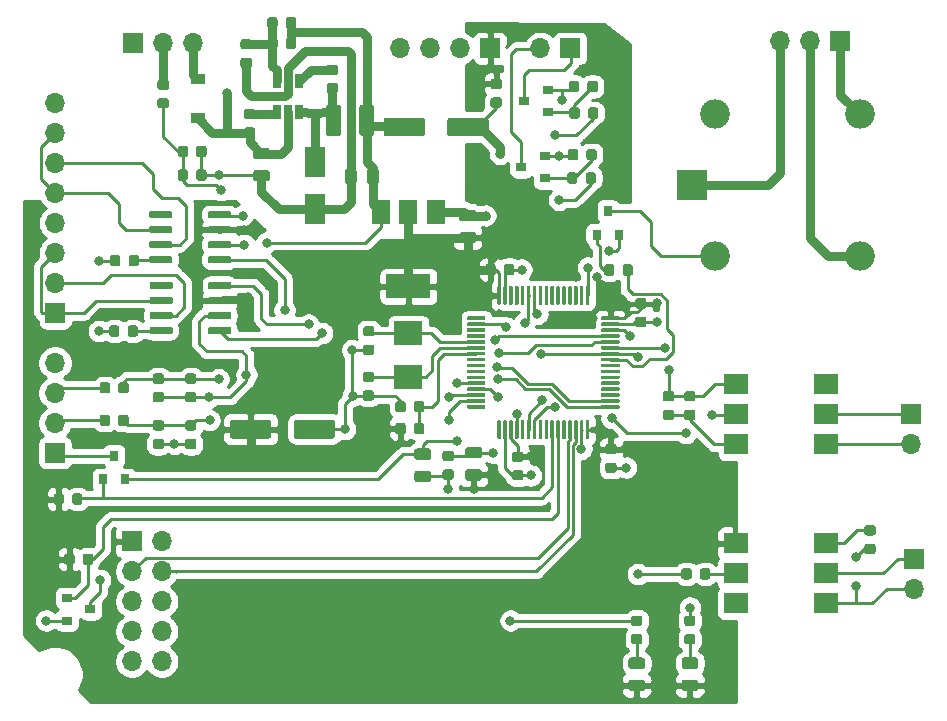
<source format=gbr>
G04 #@! TF.GenerationSoftware,KiCad,Pcbnew,(5.1.5)-3*
G04 #@! TF.CreationDate,2020-02-19T20:56:23+00:00*
G04 #@! TF.ProjectId,Isolator CAN SMT,49736f6c-6174-46f7-9220-43414e20534d,rev?*
G04 #@! TF.SameCoordinates,Original*
G04 #@! TF.FileFunction,Copper,L1,Top*
G04 #@! TF.FilePolarity,Positive*
%FSLAX46Y46*%
G04 Gerber Fmt 4.6, Leading zero omitted, Abs format (unit mm)*
G04 Created by KiCad (PCBNEW (5.1.5)-3) date 2020-02-19 20:56:23*
%MOMM*%
%LPD*%
G04 APERTURE LIST*
%ADD10O,1.700000X1.700000*%
%ADD11R,1.700000X1.700000*%
%ADD12C,0.100000*%
%ADD13O,2.500000X2.500000*%
%ADD14R,2.500000X2.500000*%
%ADD15R,1.800000X2.500000*%
%ADD16R,2.000000X1.780000*%
%ADD17R,1.200000X0.900000*%
%ADD18R,0.800000X0.900000*%
%ADD19R,0.900000X0.800000*%
%ADD20R,0.650000X1.220000*%
%ADD21R,3.800000X2.000000*%
%ADD22R,1.500000X2.000000*%
%ADD23R,2.400000X2.000000*%
%ADD24C,0.800000*%
%ADD25C,0.750000*%
%ADD26C,0.250000*%
%ADD27C,0.254000*%
G04 APERTURE END LIST*
D10*
X144589500Y-43497500D03*
D11*
X147129500Y-43497500D03*
D10*
X164909500Y-42862500D03*
X167449500Y-42862500D03*
D11*
X169989500Y-42862500D03*
G04 #@! TA.AperFunction,SMDPad,CuDef*
D12*
G36*
X113299703Y-61105222D02*
G01*
X113314264Y-61107382D01*
X113328543Y-61110959D01*
X113342403Y-61115918D01*
X113355710Y-61122212D01*
X113368336Y-61129780D01*
X113380159Y-61138548D01*
X113391066Y-61148434D01*
X113400952Y-61159341D01*
X113409720Y-61171164D01*
X113417288Y-61183790D01*
X113423582Y-61197097D01*
X113428541Y-61210957D01*
X113432118Y-61225236D01*
X113434278Y-61239797D01*
X113435000Y-61254500D01*
X113435000Y-61554500D01*
X113434278Y-61569203D01*
X113432118Y-61583764D01*
X113428541Y-61598043D01*
X113423582Y-61611903D01*
X113417288Y-61625210D01*
X113409720Y-61637836D01*
X113400952Y-61649659D01*
X113391066Y-61660566D01*
X113380159Y-61670452D01*
X113368336Y-61679220D01*
X113355710Y-61686788D01*
X113342403Y-61693082D01*
X113328543Y-61698041D01*
X113314264Y-61701618D01*
X113299703Y-61703778D01*
X113285000Y-61704500D01*
X111635000Y-61704500D01*
X111620297Y-61703778D01*
X111605736Y-61701618D01*
X111591457Y-61698041D01*
X111577597Y-61693082D01*
X111564290Y-61686788D01*
X111551664Y-61679220D01*
X111539841Y-61670452D01*
X111528934Y-61660566D01*
X111519048Y-61649659D01*
X111510280Y-61637836D01*
X111502712Y-61625210D01*
X111496418Y-61611903D01*
X111491459Y-61598043D01*
X111487882Y-61583764D01*
X111485722Y-61569203D01*
X111485000Y-61554500D01*
X111485000Y-61254500D01*
X111485722Y-61239797D01*
X111487882Y-61225236D01*
X111491459Y-61210957D01*
X111496418Y-61197097D01*
X111502712Y-61183790D01*
X111510280Y-61171164D01*
X111519048Y-61159341D01*
X111528934Y-61148434D01*
X111539841Y-61138548D01*
X111551664Y-61129780D01*
X111564290Y-61122212D01*
X111577597Y-61115918D01*
X111591457Y-61110959D01*
X111605736Y-61107382D01*
X111620297Y-61105222D01*
X111635000Y-61104500D01*
X113285000Y-61104500D01*
X113299703Y-61105222D01*
G37*
G04 #@! TD.AperFunction*
G04 #@! TA.AperFunction,SMDPad,CuDef*
G36*
X113299703Y-59835222D02*
G01*
X113314264Y-59837382D01*
X113328543Y-59840959D01*
X113342403Y-59845918D01*
X113355710Y-59852212D01*
X113368336Y-59859780D01*
X113380159Y-59868548D01*
X113391066Y-59878434D01*
X113400952Y-59889341D01*
X113409720Y-59901164D01*
X113417288Y-59913790D01*
X113423582Y-59927097D01*
X113428541Y-59940957D01*
X113432118Y-59955236D01*
X113434278Y-59969797D01*
X113435000Y-59984500D01*
X113435000Y-60284500D01*
X113434278Y-60299203D01*
X113432118Y-60313764D01*
X113428541Y-60328043D01*
X113423582Y-60341903D01*
X113417288Y-60355210D01*
X113409720Y-60367836D01*
X113400952Y-60379659D01*
X113391066Y-60390566D01*
X113380159Y-60400452D01*
X113368336Y-60409220D01*
X113355710Y-60416788D01*
X113342403Y-60423082D01*
X113328543Y-60428041D01*
X113314264Y-60431618D01*
X113299703Y-60433778D01*
X113285000Y-60434500D01*
X111635000Y-60434500D01*
X111620297Y-60433778D01*
X111605736Y-60431618D01*
X111591457Y-60428041D01*
X111577597Y-60423082D01*
X111564290Y-60416788D01*
X111551664Y-60409220D01*
X111539841Y-60400452D01*
X111528934Y-60390566D01*
X111519048Y-60379659D01*
X111510280Y-60367836D01*
X111502712Y-60355210D01*
X111496418Y-60341903D01*
X111491459Y-60328043D01*
X111487882Y-60313764D01*
X111485722Y-60299203D01*
X111485000Y-60284500D01*
X111485000Y-59984500D01*
X111485722Y-59969797D01*
X111487882Y-59955236D01*
X111491459Y-59940957D01*
X111496418Y-59927097D01*
X111502712Y-59913790D01*
X111510280Y-59901164D01*
X111519048Y-59889341D01*
X111528934Y-59878434D01*
X111539841Y-59868548D01*
X111551664Y-59859780D01*
X111564290Y-59852212D01*
X111577597Y-59845918D01*
X111591457Y-59840959D01*
X111605736Y-59837382D01*
X111620297Y-59835222D01*
X111635000Y-59834500D01*
X113285000Y-59834500D01*
X113299703Y-59835222D01*
G37*
G04 #@! TD.AperFunction*
G04 #@! TA.AperFunction,SMDPad,CuDef*
G36*
X113299703Y-58565222D02*
G01*
X113314264Y-58567382D01*
X113328543Y-58570959D01*
X113342403Y-58575918D01*
X113355710Y-58582212D01*
X113368336Y-58589780D01*
X113380159Y-58598548D01*
X113391066Y-58608434D01*
X113400952Y-58619341D01*
X113409720Y-58631164D01*
X113417288Y-58643790D01*
X113423582Y-58657097D01*
X113428541Y-58670957D01*
X113432118Y-58685236D01*
X113434278Y-58699797D01*
X113435000Y-58714500D01*
X113435000Y-59014500D01*
X113434278Y-59029203D01*
X113432118Y-59043764D01*
X113428541Y-59058043D01*
X113423582Y-59071903D01*
X113417288Y-59085210D01*
X113409720Y-59097836D01*
X113400952Y-59109659D01*
X113391066Y-59120566D01*
X113380159Y-59130452D01*
X113368336Y-59139220D01*
X113355710Y-59146788D01*
X113342403Y-59153082D01*
X113328543Y-59158041D01*
X113314264Y-59161618D01*
X113299703Y-59163778D01*
X113285000Y-59164500D01*
X111635000Y-59164500D01*
X111620297Y-59163778D01*
X111605736Y-59161618D01*
X111591457Y-59158041D01*
X111577597Y-59153082D01*
X111564290Y-59146788D01*
X111551664Y-59139220D01*
X111539841Y-59130452D01*
X111528934Y-59120566D01*
X111519048Y-59109659D01*
X111510280Y-59097836D01*
X111502712Y-59085210D01*
X111496418Y-59071903D01*
X111491459Y-59058043D01*
X111487882Y-59043764D01*
X111485722Y-59029203D01*
X111485000Y-59014500D01*
X111485000Y-58714500D01*
X111485722Y-58699797D01*
X111487882Y-58685236D01*
X111491459Y-58670957D01*
X111496418Y-58657097D01*
X111502712Y-58643790D01*
X111510280Y-58631164D01*
X111519048Y-58619341D01*
X111528934Y-58608434D01*
X111539841Y-58598548D01*
X111551664Y-58589780D01*
X111564290Y-58582212D01*
X111577597Y-58575918D01*
X111591457Y-58570959D01*
X111605736Y-58567382D01*
X111620297Y-58565222D01*
X111635000Y-58564500D01*
X113285000Y-58564500D01*
X113299703Y-58565222D01*
G37*
G04 #@! TD.AperFunction*
G04 #@! TA.AperFunction,SMDPad,CuDef*
G36*
X113299703Y-57295222D02*
G01*
X113314264Y-57297382D01*
X113328543Y-57300959D01*
X113342403Y-57305918D01*
X113355710Y-57312212D01*
X113368336Y-57319780D01*
X113380159Y-57328548D01*
X113391066Y-57338434D01*
X113400952Y-57349341D01*
X113409720Y-57361164D01*
X113417288Y-57373790D01*
X113423582Y-57387097D01*
X113428541Y-57400957D01*
X113432118Y-57415236D01*
X113434278Y-57429797D01*
X113435000Y-57444500D01*
X113435000Y-57744500D01*
X113434278Y-57759203D01*
X113432118Y-57773764D01*
X113428541Y-57788043D01*
X113423582Y-57801903D01*
X113417288Y-57815210D01*
X113409720Y-57827836D01*
X113400952Y-57839659D01*
X113391066Y-57850566D01*
X113380159Y-57860452D01*
X113368336Y-57869220D01*
X113355710Y-57876788D01*
X113342403Y-57883082D01*
X113328543Y-57888041D01*
X113314264Y-57891618D01*
X113299703Y-57893778D01*
X113285000Y-57894500D01*
X111635000Y-57894500D01*
X111620297Y-57893778D01*
X111605736Y-57891618D01*
X111591457Y-57888041D01*
X111577597Y-57883082D01*
X111564290Y-57876788D01*
X111551664Y-57869220D01*
X111539841Y-57860452D01*
X111528934Y-57850566D01*
X111519048Y-57839659D01*
X111510280Y-57827836D01*
X111502712Y-57815210D01*
X111496418Y-57801903D01*
X111491459Y-57788043D01*
X111487882Y-57773764D01*
X111485722Y-57759203D01*
X111485000Y-57744500D01*
X111485000Y-57444500D01*
X111485722Y-57429797D01*
X111487882Y-57415236D01*
X111491459Y-57400957D01*
X111496418Y-57387097D01*
X111502712Y-57373790D01*
X111510280Y-57361164D01*
X111519048Y-57349341D01*
X111528934Y-57338434D01*
X111539841Y-57328548D01*
X111551664Y-57319780D01*
X111564290Y-57312212D01*
X111577597Y-57305918D01*
X111591457Y-57300959D01*
X111605736Y-57297382D01*
X111620297Y-57295222D01*
X111635000Y-57294500D01*
X113285000Y-57294500D01*
X113299703Y-57295222D01*
G37*
G04 #@! TD.AperFunction*
G04 #@! TA.AperFunction,SMDPad,CuDef*
G36*
X118249703Y-57295222D02*
G01*
X118264264Y-57297382D01*
X118278543Y-57300959D01*
X118292403Y-57305918D01*
X118305710Y-57312212D01*
X118318336Y-57319780D01*
X118330159Y-57328548D01*
X118341066Y-57338434D01*
X118350952Y-57349341D01*
X118359720Y-57361164D01*
X118367288Y-57373790D01*
X118373582Y-57387097D01*
X118378541Y-57400957D01*
X118382118Y-57415236D01*
X118384278Y-57429797D01*
X118385000Y-57444500D01*
X118385000Y-57744500D01*
X118384278Y-57759203D01*
X118382118Y-57773764D01*
X118378541Y-57788043D01*
X118373582Y-57801903D01*
X118367288Y-57815210D01*
X118359720Y-57827836D01*
X118350952Y-57839659D01*
X118341066Y-57850566D01*
X118330159Y-57860452D01*
X118318336Y-57869220D01*
X118305710Y-57876788D01*
X118292403Y-57883082D01*
X118278543Y-57888041D01*
X118264264Y-57891618D01*
X118249703Y-57893778D01*
X118235000Y-57894500D01*
X116585000Y-57894500D01*
X116570297Y-57893778D01*
X116555736Y-57891618D01*
X116541457Y-57888041D01*
X116527597Y-57883082D01*
X116514290Y-57876788D01*
X116501664Y-57869220D01*
X116489841Y-57860452D01*
X116478934Y-57850566D01*
X116469048Y-57839659D01*
X116460280Y-57827836D01*
X116452712Y-57815210D01*
X116446418Y-57801903D01*
X116441459Y-57788043D01*
X116437882Y-57773764D01*
X116435722Y-57759203D01*
X116435000Y-57744500D01*
X116435000Y-57444500D01*
X116435722Y-57429797D01*
X116437882Y-57415236D01*
X116441459Y-57400957D01*
X116446418Y-57387097D01*
X116452712Y-57373790D01*
X116460280Y-57361164D01*
X116469048Y-57349341D01*
X116478934Y-57338434D01*
X116489841Y-57328548D01*
X116501664Y-57319780D01*
X116514290Y-57312212D01*
X116527597Y-57305918D01*
X116541457Y-57300959D01*
X116555736Y-57297382D01*
X116570297Y-57295222D01*
X116585000Y-57294500D01*
X118235000Y-57294500D01*
X118249703Y-57295222D01*
G37*
G04 #@! TD.AperFunction*
G04 #@! TA.AperFunction,SMDPad,CuDef*
G36*
X118249703Y-58565222D02*
G01*
X118264264Y-58567382D01*
X118278543Y-58570959D01*
X118292403Y-58575918D01*
X118305710Y-58582212D01*
X118318336Y-58589780D01*
X118330159Y-58598548D01*
X118341066Y-58608434D01*
X118350952Y-58619341D01*
X118359720Y-58631164D01*
X118367288Y-58643790D01*
X118373582Y-58657097D01*
X118378541Y-58670957D01*
X118382118Y-58685236D01*
X118384278Y-58699797D01*
X118385000Y-58714500D01*
X118385000Y-59014500D01*
X118384278Y-59029203D01*
X118382118Y-59043764D01*
X118378541Y-59058043D01*
X118373582Y-59071903D01*
X118367288Y-59085210D01*
X118359720Y-59097836D01*
X118350952Y-59109659D01*
X118341066Y-59120566D01*
X118330159Y-59130452D01*
X118318336Y-59139220D01*
X118305710Y-59146788D01*
X118292403Y-59153082D01*
X118278543Y-59158041D01*
X118264264Y-59161618D01*
X118249703Y-59163778D01*
X118235000Y-59164500D01*
X116585000Y-59164500D01*
X116570297Y-59163778D01*
X116555736Y-59161618D01*
X116541457Y-59158041D01*
X116527597Y-59153082D01*
X116514290Y-59146788D01*
X116501664Y-59139220D01*
X116489841Y-59130452D01*
X116478934Y-59120566D01*
X116469048Y-59109659D01*
X116460280Y-59097836D01*
X116452712Y-59085210D01*
X116446418Y-59071903D01*
X116441459Y-59058043D01*
X116437882Y-59043764D01*
X116435722Y-59029203D01*
X116435000Y-59014500D01*
X116435000Y-58714500D01*
X116435722Y-58699797D01*
X116437882Y-58685236D01*
X116441459Y-58670957D01*
X116446418Y-58657097D01*
X116452712Y-58643790D01*
X116460280Y-58631164D01*
X116469048Y-58619341D01*
X116478934Y-58608434D01*
X116489841Y-58598548D01*
X116501664Y-58589780D01*
X116514290Y-58582212D01*
X116527597Y-58575918D01*
X116541457Y-58570959D01*
X116555736Y-58567382D01*
X116570297Y-58565222D01*
X116585000Y-58564500D01*
X118235000Y-58564500D01*
X118249703Y-58565222D01*
G37*
G04 #@! TD.AperFunction*
G04 #@! TA.AperFunction,SMDPad,CuDef*
G36*
X118249703Y-59835222D02*
G01*
X118264264Y-59837382D01*
X118278543Y-59840959D01*
X118292403Y-59845918D01*
X118305710Y-59852212D01*
X118318336Y-59859780D01*
X118330159Y-59868548D01*
X118341066Y-59878434D01*
X118350952Y-59889341D01*
X118359720Y-59901164D01*
X118367288Y-59913790D01*
X118373582Y-59927097D01*
X118378541Y-59940957D01*
X118382118Y-59955236D01*
X118384278Y-59969797D01*
X118385000Y-59984500D01*
X118385000Y-60284500D01*
X118384278Y-60299203D01*
X118382118Y-60313764D01*
X118378541Y-60328043D01*
X118373582Y-60341903D01*
X118367288Y-60355210D01*
X118359720Y-60367836D01*
X118350952Y-60379659D01*
X118341066Y-60390566D01*
X118330159Y-60400452D01*
X118318336Y-60409220D01*
X118305710Y-60416788D01*
X118292403Y-60423082D01*
X118278543Y-60428041D01*
X118264264Y-60431618D01*
X118249703Y-60433778D01*
X118235000Y-60434500D01*
X116585000Y-60434500D01*
X116570297Y-60433778D01*
X116555736Y-60431618D01*
X116541457Y-60428041D01*
X116527597Y-60423082D01*
X116514290Y-60416788D01*
X116501664Y-60409220D01*
X116489841Y-60400452D01*
X116478934Y-60390566D01*
X116469048Y-60379659D01*
X116460280Y-60367836D01*
X116452712Y-60355210D01*
X116446418Y-60341903D01*
X116441459Y-60328043D01*
X116437882Y-60313764D01*
X116435722Y-60299203D01*
X116435000Y-60284500D01*
X116435000Y-59984500D01*
X116435722Y-59969797D01*
X116437882Y-59955236D01*
X116441459Y-59940957D01*
X116446418Y-59927097D01*
X116452712Y-59913790D01*
X116460280Y-59901164D01*
X116469048Y-59889341D01*
X116478934Y-59878434D01*
X116489841Y-59868548D01*
X116501664Y-59859780D01*
X116514290Y-59852212D01*
X116527597Y-59845918D01*
X116541457Y-59840959D01*
X116555736Y-59837382D01*
X116570297Y-59835222D01*
X116585000Y-59834500D01*
X118235000Y-59834500D01*
X118249703Y-59835222D01*
G37*
G04 #@! TD.AperFunction*
G04 #@! TA.AperFunction,SMDPad,CuDef*
G36*
X118249703Y-61105222D02*
G01*
X118264264Y-61107382D01*
X118278543Y-61110959D01*
X118292403Y-61115918D01*
X118305710Y-61122212D01*
X118318336Y-61129780D01*
X118330159Y-61138548D01*
X118341066Y-61148434D01*
X118350952Y-61159341D01*
X118359720Y-61171164D01*
X118367288Y-61183790D01*
X118373582Y-61197097D01*
X118378541Y-61210957D01*
X118382118Y-61225236D01*
X118384278Y-61239797D01*
X118385000Y-61254500D01*
X118385000Y-61554500D01*
X118384278Y-61569203D01*
X118382118Y-61583764D01*
X118378541Y-61598043D01*
X118373582Y-61611903D01*
X118367288Y-61625210D01*
X118359720Y-61637836D01*
X118350952Y-61649659D01*
X118341066Y-61660566D01*
X118330159Y-61670452D01*
X118318336Y-61679220D01*
X118305710Y-61686788D01*
X118292403Y-61693082D01*
X118278543Y-61698041D01*
X118264264Y-61701618D01*
X118249703Y-61703778D01*
X118235000Y-61704500D01*
X116585000Y-61704500D01*
X116570297Y-61703778D01*
X116555736Y-61701618D01*
X116541457Y-61698041D01*
X116527597Y-61693082D01*
X116514290Y-61686788D01*
X116501664Y-61679220D01*
X116489841Y-61670452D01*
X116478934Y-61660566D01*
X116469048Y-61649659D01*
X116460280Y-61637836D01*
X116452712Y-61625210D01*
X116446418Y-61611903D01*
X116441459Y-61598043D01*
X116437882Y-61583764D01*
X116435722Y-61569203D01*
X116435000Y-61554500D01*
X116435000Y-61254500D01*
X116435722Y-61239797D01*
X116437882Y-61225236D01*
X116441459Y-61210957D01*
X116446418Y-61197097D01*
X116452712Y-61183790D01*
X116460280Y-61171164D01*
X116469048Y-61159341D01*
X116478934Y-61148434D01*
X116489841Y-61138548D01*
X116501664Y-61129780D01*
X116514290Y-61122212D01*
X116527597Y-61115918D01*
X116541457Y-61110959D01*
X116555736Y-61107382D01*
X116570297Y-61105222D01*
X116585000Y-61104500D01*
X118235000Y-61104500D01*
X118249703Y-61105222D01*
G37*
G04 #@! TD.AperFunction*
G04 #@! TA.AperFunction,SMDPad,CuDef*
G36*
X141175851Y-63654361D02*
G01*
X141183132Y-63655441D01*
X141190271Y-63657229D01*
X141197201Y-63659709D01*
X141203855Y-63662856D01*
X141210168Y-63666640D01*
X141216079Y-63671024D01*
X141221533Y-63675967D01*
X141226476Y-63681421D01*
X141230860Y-63687332D01*
X141234644Y-63693645D01*
X141237791Y-63700299D01*
X141240271Y-63707229D01*
X141242059Y-63714368D01*
X141243139Y-63721649D01*
X141243500Y-63729000D01*
X141243500Y-65129000D01*
X141243139Y-65136351D01*
X141242059Y-65143632D01*
X141240271Y-65150771D01*
X141237791Y-65157701D01*
X141234644Y-65164355D01*
X141230860Y-65170668D01*
X141226476Y-65176579D01*
X141221533Y-65182033D01*
X141216079Y-65186976D01*
X141210168Y-65191360D01*
X141203855Y-65195144D01*
X141197201Y-65198291D01*
X141190271Y-65200771D01*
X141183132Y-65202559D01*
X141175851Y-65203639D01*
X141168500Y-65204000D01*
X141018500Y-65204000D01*
X141011149Y-65203639D01*
X141003868Y-65202559D01*
X140996729Y-65200771D01*
X140989799Y-65198291D01*
X140983145Y-65195144D01*
X140976832Y-65191360D01*
X140970921Y-65186976D01*
X140965467Y-65182033D01*
X140960524Y-65176579D01*
X140956140Y-65170668D01*
X140952356Y-65164355D01*
X140949209Y-65157701D01*
X140946729Y-65150771D01*
X140944941Y-65143632D01*
X140943861Y-65136351D01*
X140943500Y-65129000D01*
X140943500Y-63729000D01*
X140943861Y-63721649D01*
X140944941Y-63714368D01*
X140946729Y-63707229D01*
X140949209Y-63700299D01*
X140952356Y-63693645D01*
X140956140Y-63687332D01*
X140960524Y-63681421D01*
X140965467Y-63675967D01*
X140970921Y-63671024D01*
X140976832Y-63666640D01*
X140983145Y-63662856D01*
X140989799Y-63659709D01*
X140996729Y-63657229D01*
X141003868Y-63655441D01*
X141011149Y-63654361D01*
X141018500Y-63654000D01*
X141168500Y-63654000D01*
X141175851Y-63654361D01*
G37*
G04 #@! TD.AperFunction*
G04 #@! TA.AperFunction,SMDPad,CuDef*
G36*
X141675851Y-63654361D02*
G01*
X141683132Y-63655441D01*
X141690271Y-63657229D01*
X141697201Y-63659709D01*
X141703855Y-63662856D01*
X141710168Y-63666640D01*
X141716079Y-63671024D01*
X141721533Y-63675967D01*
X141726476Y-63681421D01*
X141730860Y-63687332D01*
X141734644Y-63693645D01*
X141737791Y-63700299D01*
X141740271Y-63707229D01*
X141742059Y-63714368D01*
X141743139Y-63721649D01*
X141743500Y-63729000D01*
X141743500Y-65129000D01*
X141743139Y-65136351D01*
X141742059Y-65143632D01*
X141740271Y-65150771D01*
X141737791Y-65157701D01*
X141734644Y-65164355D01*
X141730860Y-65170668D01*
X141726476Y-65176579D01*
X141721533Y-65182033D01*
X141716079Y-65186976D01*
X141710168Y-65191360D01*
X141703855Y-65195144D01*
X141697201Y-65198291D01*
X141690271Y-65200771D01*
X141683132Y-65202559D01*
X141675851Y-65203639D01*
X141668500Y-65204000D01*
X141518500Y-65204000D01*
X141511149Y-65203639D01*
X141503868Y-65202559D01*
X141496729Y-65200771D01*
X141489799Y-65198291D01*
X141483145Y-65195144D01*
X141476832Y-65191360D01*
X141470921Y-65186976D01*
X141465467Y-65182033D01*
X141460524Y-65176579D01*
X141456140Y-65170668D01*
X141452356Y-65164355D01*
X141449209Y-65157701D01*
X141446729Y-65150771D01*
X141444941Y-65143632D01*
X141443861Y-65136351D01*
X141443500Y-65129000D01*
X141443500Y-63729000D01*
X141443861Y-63721649D01*
X141444941Y-63714368D01*
X141446729Y-63707229D01*
X141449209Y-63700299D01*
X141452356Y-63693645D01*
X141456140Y-63687332D01*
X141460524Y-63681421D01*
X141465467Y-63675967D01*
X141470921Y-63671024D01*
X141476832Y-63666640D01*
X141483145Y-63662856D01*
X141489799Y-63659709D01*
X141496729Y-63657229D01*
X141503868Y-63655441D01*
X141511149Y-63654361D01*
X141518500Y-63654000D01*
X141668500Y-63654000D01*
X141675851Y-63654361D01*
G37*
G04 #@! TD.AperFunction*
G04 #@! TA.AperFunction,SMDPad,CuDef*
G36*
X142175851Y-63654361D02*
G01*
X142183132Y-63655441D01*
X142190271Y-63657229D01*
X142197201Y-63659709D01*
X142203855Y-63662856D01*
X142210168Y-63666640D01*
X142216079Y-63671024D01*
X142221533Y-63675967D01*
X142226476Y-63681421D01*
X142230860Y-63687332D01*
X142234644Y-63693645D01*
X142237791Y-63700299D01*
X142240271Y-63707229D01*
X142242059Y-63714368D01*
X142243139Y-63721649D01*
X142243500Y-63729000D01*
X142243500Y-65129000D01*
X142243139Y-65136351D01*
X142242059Y-65143632D01*
X142240271Y-65150771D01*
X142237791Y-65157701D01*
X142234644Y-65164355D01*
X142230860Y-65170668D01*
X142226476Y-65176579D01*
X142221533Y-65182033D01*
X142216079Y-65186976D01*
X142210168Y-65191360D01*
X142203855Y-65195144D01*
X142197201Y-65198291D01*
X142190271Y-65200771D01*
X142183132Y-65202559D01*
X142175851Y-65203639D01*
X142168500Y-65204000D01*
X142018500Y-65204000D01*
X142011149Y-65203639D01*
X142003868Y-65202559D01*
X141996729Y-65200771D01*
X141989799Y-65198291D01*
X141983145Y-65195144D01*
X141976832Y-65191360D01*
X141970921Y-65186976D01*
X141965467Y-65182033D01*
X141960524Y-65176579D01*
X141956140Y-65170668D01*
X141952356Y-65164355D01*
X141949209Y-65157701D01*
X141946729Y-65150771D01*
X141944941Y-65143632D01*
X141943861Y-65136351D01*
X141943500Y-65129000D01*
X141943500Y-63729000D01*
X141943861Y-63721649D01*
X141944941Y-63714368D01*
X141946729Y-63707229D01*
X141949209Y-63700299D01*
X141952356Y-63693645D01*
X141956140Y-63687332D01*
X141960524Y-63681421D01*
X141965467Y-63675967D01*
X141970921Y-63671024D01*
X141976832Y-63666640D01*
X141983145Y-63662856D01*
X141989799Y-63659709D01*
X141996729Y-63657229D01*
X142003868Y-63655441D01*
X142011149Y-63654361D01*
X142018500Y-63654000D01*
X142168500Y-63654000D01*
X142175851Y-63654361D01*
G37*
G04 #@! TD.AperFunction*
G04 #@! TA.AperFunction,SMDPad,CuDef*
G36*
X142675851Y-63654361D02*
G01*
X142683132Y-63655441D01*
X142690271Y-63657229D01*
X142697201Y-63659709D01*
X142703855Y-63662856D01*
X142710168Y-63666640D01*
X142716079Y-63671024D01*
X142721533Y-63675967D01*
X142726476Y-63681421D01*
X142730860Y-63687332D01*
X142734644Y-63693645D01*
X142737791Y-63700299D01*
X142740271Y-63707229D01*
X142742059Y-63714368D01*
X142743139Y-63721649D01*
X142743500Y-63729000D01*
X142743500Y-65129000D01*
X142743139Y-65136351D01*
X142742059Y-65143632D01*
X142740271Y-65150771D01*
X142737791Y-65157701D01*
X142734644Y-65164355D01*
X142730860Y-65170668D01*
X142726476Y-65176579D01*
X142721533Y-65182033D01*
X142716079Y-65186976D01*
X142710168Y-65191360D01*
X142703855Y-65195144D01*
X142697201Y-65198291D01*
X142690271Y-65200771D01*
X142683132Y-65202559D01*
X142675851Y-65203639D01*
X142668500Y-65204000D01*
X142518500Y-65204000D01*
X142511149Y-65203639D01*
X142503868Y-65202559D01*
X142496729Y-65200771D01*
X142489799Y-65198291D01*
X142483145Y-65195144D01*
X142476832Y-65191360D01*
X142470921Y-65186976D01*
X142465467Y-65182033D01*
X142460524Y-65176579D01*
X142456140Y-65170668D01*
X142452356Y-65164355D01*
X142449209Y-65157701D01*
X142446729Y-65150771D01*
X142444941Y-65143632D01*
X142443861Y-65136351D01*
X142443500Y-65129000D01*
X142443500Y-63729000D01*
X142443861Y-63721649D01*
X142444941Y-63714368D01*
X142446729Y-63707229D01*
X142449209Y-63700299D01*
X142452356Y-63693645D01*
X142456140Y-63687332D01*
X142460524Y-63681421D01*
X142465467Y-63675967D01*
X142470921Y-63671024D01*
X142476832Y-63666640D01*
X142483145Y-63662856D01*
X142489799Y-63659709D01*
X142496729Y-63657229D01*
X142503868Y-63655441D01*
X142511149Y-63654361D01*
X142518500Y-63654000D01*
X142668500Y-63654000D01*
X142675851Y-63654361D01*
G37*
G04 #@! TD.AperFunction*
G04 #@! TA.AperFunction,SMDPad,CuDef*
G36*
X143175851Y-63654361D02*
G01*
X143183132Y-63655441D01*
X143190271Y-63657229D01*
X143197201Y-63659709D01*
X143203855Y-63662856D01*
X143210168Y-63666640D01*
X143216079Y-63671024D01*
X143221533Y-63675967D01*
X143226476Y-63681421D01*
X143230860Y-63687332D01*
X143234644Y-63693645D01*
X143237791Y-63700299D01*
X143240271Y-63707229D01*
X143242059Y-63714368D01*
X143243139Y-63721649D01*
X143243500Y-63729000D01*
X143243500Y-65129000D01*
X143243139Y-65136351D01*
X143242059Y-65143632D01*
X143240271Y-65150771D01*
X143237791Y-65157701D01*
X143234644Y-65164355D01*
X143230860Y-65170668D01*
X143226476Y-65176579D01*
X143221533Y-65182033D01*
X143216079Y-65186976D01*
X143210168Y-65191360D01*
X143203855Y-65195144D01*
X143197201Y-65198291D01*
X143190271Y-65200771D01*
X143183132Y-65202559D01*
X143175851Y-65203639D01*
X143168500Y-65204000D01*
X143018500Y-65204000D01*
X143011149Y-65203639D01*
X143003868Y-65202559D01*
X142996729Y-65200771D01*
X142989799Y-65198291D01*
X142983145Y-65195144D01*
X142976832Y-65191360D01*
X142970921Y-65186976D01*
X142965467Y-65182033D01*
X142960524Y-65176579D01*
X142956140Y-65170668D01*
X142952356Y-65164355D01*
X142949209Y-65157701D01*
X142946729Y-65150771D01*
X142944941Y-65143632D01*
X142943861Y-65136351D01*
X142943500Y-65129000D01*
X142943500Y-63729000D01*
X142943861Y-63721649D01*
X142944941Y-63714368D01*
X142946729Y-63707229D01*
X142949209Y-63700299D01*
X142952356Y-63693645D01*
X142956140Y-63687332D01*
X142960524Y-63681421D01*
X142965467Y-63675967D01*
X142970921Y-63671024D01*
X142976832Y-63666640D01*
X142983145Y-63662856D01*
X142989799Y-63659709D01*
X142996729Y-63657229D01*
X143003868Y-63655441D01*
X143011149Y-63654361D01*
X143018500Y-63654000D01*
X143168500Y-63654000D01*
X143175851Y-63654361D01*
G37*
G04 #@! TD.AperFunction*
G04 #@! TA.AperFunction,SMDPad,CuDef*
G36*
X143675851Y-63654361D02*
G01*
X143683132Y-63655441D01*
X143690271Y-63657229D01*
X143697201Y-63659709D01*
X143703855Y-63662856D01*
X143710168Y-63666640D01*
X143716079Y-63671024D01*
X143721533Y-63675967D01*
X143726476Y-63681421D01*
X143730860Y-63687332D01*
X143734644Y-63693645D01*
X143737791Y-63700299D01*
X143740271Y-63707229D01*
X143742059Y-63714368D01*
X143743139Y-63721649D01*
X143743500Y-63729000D01*
X143743500Y-65129000D01*
X143743139Y-65136351D01*
X143742059Y-65143632D01*
X143740271Y-65150771D01*
X143737791Y-65157701D01*
X143734644Y-65164355D01*
X143730860Y-65170668D01*
X143726476Y-65176579D01*
X143721533Y-65182033D01*
X143716079Y-65186976D01*
X143710168Y-65191360D01*
X143703855Y-65195144D01*
X143697201Y-65198291D01*
X143690271Y-65200771D01*
X143683132Y-65202559D01*
X143675851Y-65203639D01*
X143668500Y-65204000D01*
X143518500Y-65204000D01*
X143511149Y-65203639D01*
X143503868Y-65202559D01*
X143496729Y-65200771D01*
X143489799Y-65198291D01*
X143483145Y-65195144D01*
X143476832Y-65191360D01*
X143470921Y-65186976D01*
X143465467Y-65182033D01*
X143460524Y-65176579D01*
X143456140Y-65170668D01*
X143452356Y-65164355D01*
X143449209Y-65157701D01*
X143446729Y-65150771D01*
X143444941Y-65143632D01*
X143443861Y-65136351D01*
X143443500Y-65129000D01*
X143443500Y-63729000D01*
X143443861Y-63721649D01*
X143444941Y-63714368D01*
X143446729Y-63707229D01*
X143449209Y-63700299D01*
X143452356Y-63693645D01*
X143456140Y-63687332D01*
X143460524Y-63681421D01*
X143465467Y-63675967D01*
X143470921Y-63671024D01*
X143476832Y-63666640D01*
X143483145Y-63662856D01*
X143489799Y-63659709D01*
X143496729Y-63657229D01*
X143503868Y-63655441D01*
X143511149Y-63654361D01*
X143518500Y-63654000D01*
X143668500Y-63654000D01*
X143675851Y-63654361D01*
G37*
G04 #@! TD.AperFunction*
G04 #@! TA.AperFunction,SMDPad,CuDef*
G36*
X144175851Y-63654361D02*
G01*
X144183132Y-63655441D01*
X144190271Y-63657229D01*
X144197201Y-63659709D01*
X144203855Y-63662856D01*
X144210168Y-63666640D01*
X144216079Y-63671024D01*
X144221533Y-63675967D01*
X144226476Y-63681421D01*
X144230860Y-63687332D01*
X144234644Y-63693645D01*
X144237791Y-63700299D01*
X144240271Y-63707229D01*
X144242059Y-63714368D01*
X144243139Y-63721649D01*
X144243500Y-63729000D01*
X144243500Y-65129000D01*
X144243139Y-65136351D01*
X144242059Y-65143632D01*
X144240271Y-65150771D01*
X144237791Y-65157701D01*
X144234644Y-65164355D01*
X144230860Y-65170668D01*
X144226476Y-65176579D01*
X144221533Y-65182033D01*
X144216079Y-65186976D01*
X144210168Y-65191360D01*
X144203855Y-65195144D01*
X144197201Y-65198291D01*
X144190271Y-65200771D01*
X144183132Y-65202559D01*
X144175851Y-65203639D01*
X144168500Y-65204000D01*
X144018500Y-65204000D01*
X144011149Y-65203639D01*
X144003868Y-65202559D01*
X143996729Y-65200771D01*
X143989799Y-65198291D01*
X143983145Y-65195144D01*
X143976832Y-65191360D01*
X143970921Y-65186976D01*
X143965467Y-65182033D01*
X143960524Y-65176579D01*
X143956140Y-65170668D01*
X143952356Y-65164355D01*
X143949209Y-65157701D01*
X143946729Y-65150771D01*
X143944941Y-65143632D01*
X143943861Y-65136351D01*
X143943500Y-65129000D01*
X143943500Y-63729000D01*
X143943861Y-63721649D01*
X143944941Y-63714368D01*
X143946729Y-63707229D01*
X143949209Y-63700299D01*
X143952356Y-63693645D01*
X143956140Y-63687332D01*
X143960524Y-63681421D01*
X143965467Y-63675967D01*
X143970921Y-63671024D01*
X143976832Y-63666640D01*
X143983145Y-63662856D01*
X143989799Y-63659709D01*
X143996729Y-63657229D01*
X144003868Y-63655441D01*
X144011149Y-63654361D01*
X144018500Y-63654000D01*
X144168500Y-63654000D01*
X144175851Y-63654361D01*
G37*
G04 #@! TD.AperFunction*
G04 #@! TA.AperFunction,SMDPad,CuDef*
G36*
X144675851Y-63654361D02*
G01*
X144683132Y-63655441D01*
X144690271Y-63657229D01*
X144697201Y-63659709D01*
X144703855Y-63662856D01*
X144710168Y-63666640D01*
X144716079Y-63671024D01*
X144721533Y-63675967D01*
X144726476Y-63681421D01*
X144730860Y-63687332D01*
X144734644Y-63693645D01*
X144737791Y-63700299D01*
X144740271Y-63707229D01*
X144742059Y-63714368D01*
X144743139Y-63721649D01*
X144743500Y-63729000D01*
X144743500Y-65129000D01*
X144743139Y-65136351D01*
X144742059Y-65143632D01*
X144740271Y-65150771D01*
X144737791Y-65157701D01*
X144734644Y-65164355D01*
X144730860Y-65170668D01*
X144726476Y-65176579D01*
X144721533Y-65182033D01*
X144716079Y-65186976D01*
X144710168Y-65191360D01*
X144703855Y-65195144D01*
X144697201Y-65198291D01*
X144690271Y-65200771D01*
X144683132Y-65202559D01*
X144675851Y-65203639D01*
X144668500Y-65204000D01*
X144518500Y-65204000D01*
X144511149Y-65203639D01*
X144503868Y-65202559D01*
X144496729Y-65200771D01*
X144489799Y-65198291D01*
X144483145Y-65195144D01*
X144476832Y-65191360D01*
X144470921Y-65186976D01*
X144465467Y-65182033D01*
X144460524Y-65176579D01*
X144456140Y-65170668D01*
X144452356Y-65164355D01*
X144449209Y-65157701D01*
X144446729Y-65150771D01*
X144444941Y-65143632D01*
X144443861Y-65136351D01*
X144443500Y-65129000D01*
X144443500Y-63729000D01*
X144443861Y-63721649D01*
X144444941Y-63714368D01*
X144446729Y-63707229D01*
X144449209Y-63700299D01*
X144452356Y-63693645D01*
X144456140Y-63687332D01*
X144460524Y-63681421D01*
X144465467Y-63675967D01*
X144470921Y-63671024D01*
X144476832Y-63666640D01*
X144483145Y-63662856D01*
X144489799Y-63659709D01*
X144496729Y-63657229D01*
X144503868Y-63655441D01*
X144511149Y-63654361D01*
X144518500Y-63654000D01*
X144668500Y-63654000D01*
X144675851Y-63654361D01*
G37*
G04 #@! TD.AperFunction*
G04 #@! TA.AperFunction,SMDPad,CuDef*
G36*
X145175851Y-63654361D02*
G01*
X145183132Y-63655441D01*
X145190271Y-63657229D01*
X145197201Y-63659709D01*
X145203855Y-63662856D01*
X145210168Y-63666640D01*
X145216079Y-63671024D01*
X145221533Y-63675967D01*
X145226476Y-63681421D01*
X145230860Y-63687332D01*
X145234644Y-63693645D01*
X145237791Y-63700299D01*
X145240271Y-63707229D01*
X145242059Y-63714368D01*
X145243139Y-63721649D01*
X145243500Y-63729000D01*
X145243500Y-65129000D01*
X145243139Y-65136351D01*
X145242059Y-65143632D01*
X145240271Y-65150771D01*
X145237791Y-65157701D01*
X145234644Y-65164355D01*
X145230860Y-65170668D01*
X145226476Y-65176579D01*
X145221533Y-65182033D01*
X145216079Y-65186976D01*
X145210168Y-65191360D01*
X145203855Y-65195144D01*
X145197201Y-65198291D01*
X145190271Y-65200771D01*
X145183132Y-65202559D01*
X145175851Y-65203639D01*
X145168500Y-65204000D01*
X145018500Y-65204000D01*
X145011149Y-65203639D01*
X145003868Y-65202559D01*
X144996729Y-65200771D01*
X144989799Y-65198291D01*
X144983145Y-65195144D01*
X144976832Y-65191360D01*
X144970921Y-65186976D01*
X144965467Y-65182033D01*
X144960524Y-65176579D01*
X144956140Y-65170668D01*
X144952356Y-65164355D01*
X144949209Y-65157701D01*
X144946729Y-65150771D01*
X144944941Y-65143632D01*
X144943861Y-65136351D01*
X144943500Y-65129000D01*
X144943500Y-63729000D01*
X144943861Y-63721649D01*
X144944941Y-63714368D01*
X144946729Y-63707229D01*
X144949209Y-63700299D01*
X144952356Y-63693645D01*
X144956140Y-63687332D01*
X144960524Y-63681421D01*
X144965467Y-63675967D01*
X144970921Y-63671024D01*
X144976832Y-63666640D01*
X144983145Y-63662856D01*
X144989799Y-63659709D01*
X144996729Y-63657229D01*
X145003868Y-63655441D01*
X145011149Y-63654361D01*
X145018500Y-63654000D01*
X145168500Y-63654000D01*
X145175851Y-63654361D01*
G37*
G04 #@! TD.AperFunction*
G04 #@! TA.AperFunction,SMDPad,CuDef*
G36*
X145675851Y-63654361D02*
G01*
X145683132Y-63655441D01*
X145690271Y-63657229D01*
X145697201Y-63659709D01*
X145703855Y-63662856D01*
X145710168Y-63666640D01*
X145716079Y-63671024D01*
X145721533Y-63675967D01*
X145726476Y-63681421D01*
X145730860Y-63687332D01*
X145734644Y-63693645D01*
X145737791Y-63700299D01*
X145740271Y-63707229D01*
X145742059Y-63714368D01*
X145743139Y-63721649D01*
X145743500Y-63729000D01*
X145743500Y-65129000D01*
X145743139Y-65136351D01*
X145742059Y-65143632D01*
X145740271Y-65150771D01*
X145737791Y-65157701D01*
X145734644Y-65164355D01*
X145730860Y-65170668D01*
X145726476Y-65176579D01*
X145721533Y-65182033D01*
X145716079Y-65186976D01*
X145710168Y-65191360D01*
X145703855Y-65195144D01*
X145697201Y-65198291D01*
X145690271Y-65200771D01*
X145683132Y-65202559D01*
X145675851Y-65203639D01*
X145668500Y-65204000D01*
X145518500Y-65204000D01*
X145511149Y-65203639D01*
X145503868Y-65202559D01*
X145496729Y-65200771D01*
X145489799Y-65198291D01*
X145483145Y-65195144D01*
X145476832Y-65191360D01*
X145470921Y-65186976D01*
X145465467Y-65182033D01*
X145460524Y-65176579D01*
X145456140Y-65170668D01*
X145452356Y-65164355D01*
X145449209Y-65157701D01*
X145446729Y-65150771D01*
X145444941Y-65143632D01*
X145443861Y-65136351D01*
X145443500Y-65129000D01*
X145443500Y-63729000D01*
X145443861Y-63721649D01*
X145444941Y-63714368D01*
X145446729Y-63707229D01*
X145449209Y-63700299D01*
X145452356Y-63693645D01*
X145456140Y-63687332D01*
X145460524Y-63681421D01*
X145465467Y-63675967D01*
X145470921Y-63671024D01*
X145476832Y-63666640D01*
X145483145Y-63662856D01*
X145489799Y-63659709D01*
X145496729Y-63657229D01*
X145503868Y-63655441D01*
X145511149Y-63654361D01*
X145518500Y-63654000D01*
X145668500Y-63654000D01*
X145675851Y-63654361D01*
G37*
G04 #@! TD.AperFunction*
G04 #@! TA.AperFunction,SMDPad,CuDef*
G36*
X146175851Y-63654361D02*
G01*
X146183132Y-63655441D01*
X146190271Y-63657229D01*
X146197201Y-63659709D01*
X146203855Y-63662856D01*
X146210168Y-63666640D01*
X146216079Y-63671024D01*
X146221533Y-63675967D01*
X146226476Y-63681421D01*
X146230860Y-63687332D01*
X146234644Y-63693645D01*
X146237791Y-63700299D01*
X146240271Y-63707229D01*
X146242059Y-63714368D01*
X146243139Y-63721649D01*
X146243500Y-63729000D01*
X146243500Y-65129000D01*
X146243139Y-65136351D01*
X146242059Y-65143632D01*
X146240271Y-65150771D01*
X146237791Y-65157701D01*
X146234644Y-65164355D01*
X146230860Y-65170668D01*
X146226476Y-65176579D01*
X146221533Y-65182033D01*
X146216079Y-65186976D01*
X146210168Y-65191360D01*
X146203855Y-65195144D01*
X146197201Y-65198291D01*
X146190271Y-65200771D01*
X146183132Y-65202559D01*
X146175851Y-65203639D01*
X146168500Y-65204000D01*
X146018500Y-65204000D01*
X146011149Y-65203639D01*
X146003868Y-65202559D01*
X145996729Y-65200771D01*
X145989799Y-65198291D01*
X145983145Y-65195144D01*
X145976832Y-65191360D01*
X145970921Y-65186976D01*
X145965467Y-65182033D01*
X145960524Y-65176579D01*
X145956140Y-65170668D01*
X145952356Y-65164355D01*
X145949209Y-65157701D01*
X145946729Y-65150771D01*
X145944941Y-65143632D01*
X145943861Y-65136351D01*
X145943500Y-65129000D01*
X145943500Y-63729000D01*
X145943861Y-63721649D01*
X145944941Y-63714368D01*
X145946729Y-63707229D01*
X145949209Y-63700299D01*
X145952356Y-63693645D01*
X145956140Y-63687332D01*
X145960524Y-63681421D01*
X145965467Y-63675967D01*
X145970921Y-63671024D01*
X145976832Y-63666640D01*
X145983145Y-63662856D01*
X145989799Y-63659709D01*
X145996729Y-63657229D01*
X146003868Y-63655441D01*
X146011149Y-63654361D01*
X146018500Y-63654000D01*
X146168500Y-63654000D01*
X146175851Y-63654361D01*
G37*
G04 #@! TD.AperFunction*
G04 #@! TA.AperFunction,SMDPad,CuDef*
G36*
X146675851Y-63654361D02*
G01*
X146683132Y-63655441D01*
X146690271Y-63657229D01*
X146697201Y-63659709D01*
X146703855Y-63662856D01*
X146710168Y-63666640D01*
X146716079Y-63671024D01*
X146721533Y-63675967D01*
X146726476Y-63681421D01*
X146730860Y-63687332D01*
X146734644Y-63693645D01*
X146737791Y-63700299D01*
X146740271Y-63707229D01*
X146742059Y-63714368D01*
X146743139Y-63721649D01*
X146743500Y-63729000D01*
X146743500Y-65129000D01*
X146743139Y-65136351D01*
X146742059Y-65143632D01*
X146740271Y-65150771D01*
X146737791Y-65157701D01*
X146734644Y-65164355D01*
X146730860Y-65170668D01*
X146726476Y-65176579D01*
X146721533Y-65182033D01*
X146716079Y-65186976D01*
X146710168Y-65191360D01*
X146703855Y-65195144D01*
X146697201Y-65198291D01*
X146690271Y-65200771D01*
X146683132Y-65202559D01*
X146675851Y-65203639D01*
X146668500Y-65204000D01*
X146518500Y-65204000D01*
X146511149Y-65203639D01*
X146503868Y-65202559D01*
X146496729Y-65200771D01*
X146489799Y-65198291D01*
X146483145Y-65195144D01*
X146476832Y-65191360D01*
X146470921Y-65186976D01*
X146465467Y-65182033D01*
X146460524Y-65176579D01*
X146456140Y-65170668D01*
X146452356Y-65164355D01*
X146449209Y-65157701D01*
X146446729Y-65150771D01*
X146444941Y-65143632D01*
X146443861Y-65136351D01*
X146443500Y-65129000D01*
X146443500Y-63729000D01*
X146443861Y-63721649D01*
X146444941Y-63714368D01*
X146446729Y-63707229D01*
X146449209Y-63700299D01*
X146452356Y-63693645D01*
X146456140Y-63687332D01*
X146460524Y-63681421D01*
X146465467Y-63675967D01*
X146470921Y-63671024D01*
X146476832Y-63666640D01*
X146483145Y-63662856D01*
X146489799Y-63659709D01*
X146496729Y-63657229D01*
X146503868Y-63655441D01*
X146511149Y-63654361D01*
X146518500Y-63654000D01*
X146668500Y-63654000D01*
X146675851Y-63654361D01*
G37*
G04 #@! TD.AperFunction*
G04 #@! TA.AperFunction,SMDPad,CuDef*
G36*
X147175851Y-63654361D02*
G01*
X147183132Y-63655441D01*
X147190271Y-63657229D01*
X147197201Y-63659709D01*
X147203855Y-63662856D01*
X147210168Y-63666640D01*
X147216079Y-63671024D01*
X147221533Y-63675967D01*
X147226476Y-63681421D01*
X147230860Y-63687332D01*
X147234644Y-63693645D01*
X147237791Y-63700299D01*
X147240271Y-63707229D01*
X147242059Y-63714368D01*
X147243139Y-63721649D01*
X147243500Y-63729000D01*
X147243500Y-65129000D01*
X147243139Y-65136351D01*
X147242059Y-65143632D01*
X147240271Y-65150771D01*
X147237791Y-65157701D01*
X147234644Y-65164355D01*
X147230860Y-65170668D01*
X147226476Y-65176579D01*
X147221533Y-65182033D01*
X147216079Y-65186976D01*
X147210168Y-65191360D01*
X147203855Y-65195144D01*
X147197201Y-65198291D01*
X147190271Y-65200771D01*
X147183132Y-65202559D01*
X147175851Y-65203639D01*
X147168500Y-65204000D01*
X147018500Y-65204000D01*
X147011149Y-65203639D01*
X147003868Y-65202559D01*
X146996729Y-65200771D01*
X146989799Y-65198291D01*
X146983145Y-65195144D01*
X146976832Y-65191360D01*
X146970921Y-65186976D01*
X146965467Y-65182033D01*
X146960524Y-65176579D01*
X146956140Y-65170668D01*
X146952356Y-65164355D01*
X146949209Y-65157701D01*
X146946729Y-65150771D01*
X146944941Y-65143632D01*
X146943861Y-65136351D01*
X146943500Y-65129000D01*
X146943500Y-63729000D01*
X146943861Y-63721649D01*
X146944941Y-63714368D01*
X146946729Y-63707229D01*
X146949209Y-63700299D01*
X146952356Y-63693645D01*
X146956140Y-63687332D01*
X146960524Y-63681421D01*
X146965467Y-63675967D01*
X146970921Y-63671024D01*
X146976832Y-63666640D01*
X146983145Y-63662856D01*
X146989799Y-63659709D01*
X146996729Y-63657229D01*
X147003868Y-63655441D01*
X147011149Y-63654361D01*
X147018500Y-63654000D01*
X147168500Y-63654000D01*
X147175851Y-63654361D01*
G37*
G04 #@! TD.AperFunction*
G04 #@! TA.AperFunction,SMDPad,CuDef*
G36*
X147675851Y-63654361D02*
G01*
X147683132Y-63655441D01*
X147690271Y-63657229D01*
X147697201Y-63659709D01*
X147703855Y-63662856D01*
X147710168Y-63666640D01*
X147716079Y-63671024D01*
X147721533Y-63675967D01*
X147726476Y-63681421D01*
X147730860Y-63687332D01*
X147734644Y-63693645D01*
X147737791Y-63700299D01*
X147740271Y-63707229D01*
X147742059Y-63714368D01*
X147743139Y-63721649D01*
X147743500Y-63729000D01*
X147743500Y-65129000D01*
X147743139Y-65136351D01*
X147742059Y-65143632D01*
X147740271Y-65150771D01*
X147737791Y-65157701D01*
X147734644Y-65164355D01*
X147730860Y-65170668D01*
X147726476Y-65176579D01*
X147721533Y-65182033D01*
X147716079Y-65186976D01*
X147710168Y-65191360D01*
X147703855Y-65195144D01*
X147697201Y-65198291D01*
X147690271Y-65200771D01*
X147683132Y-65202559D01*
X147675851Y-65203639D01*
X147668500Y-65204000D01*
X147518500Y-65204000D01*
X147511149Y-65203639D01*
X147503868Y-65202559D01*
X147496729Y-65200771D01*
X147489799Y-65198291D01*
X147483145Y-65195144D01*
X147476832Y-65191360D01*
X147470921Y-65186976D01*
X147465467Y-65182033D01*
X147460524Y-65176579D01*
X147456140Y-65170668D01*
X147452356Y-65164355D01*
X147449209Y-65157701D01*
X147446729Y-65150771D01*
X147444941Y-65143632D01*
X147443861Y-65136351D01*
X147443500Y-65129000D01*
X147443500Y-63729000D01*
X147443861Y-63721649D01*
X147444941Y-63714368D01*
X147446729Y-63707229D01*
X147449209Y-63700299D01*
X147452356Y-63693645D01*
X147456140Y-63687332D01*
X147460524Y-63681421D01*
X147465467Y-63675967D01*
X147470921Y-63671024D01*
X147476832Y-63666640D01*
X147483145Y-63662856D01*
X147489799Y-63659709D01*
X147496729Y-63657229D01*
X147503868Y-63655441D01*
X147511149Y-63654361D01*
X147518500Y-63654000D01*
X147668500Y-63654000D01*
X147675851Y-63654361D01*
G37*
G04 #@! TD.AperFunction*
G04 #@! TA.AperFunction,SMDPad,CuDef*
G36*
X148175851Y-63654361D02*
G01*
X148183132Y-63655441D01*
X148190271Y-63657229D01*
X148197201Y-63659709D01*
X148203855Y-63662856D01*
X148210168Y-63666640D01*
X148216079Y-63671024D01*
X148221533Y-63675967D01*
X148226476Y-63681421D01*
X148230860Y-63687332D01*
X148234644Y-63693645D01*
X148237791Y-63700299D01*
X148240271Y-63707229D01*
X148242059Y-63714368D01*
X148243139Y-63721649D01*
X148243500Y-63729000D01*
X148243500Y-65129000D01*
X148243139Y-65136351D01*
X148242059Y-65143632D01*
X148240271Y-65150771D01*
X148237791Y-65157701D01*
X148234644Y-65164355D01*
X148230860Y-65170668D01*
X148226476Y-65176579D01*
X148221533Y-65182033D01*
X148216079Y-65186976D01*
X148210168Y-65191360D01*
X148203855Y-65195144D01*
X148197201Y-65198291D01*
X148190271Y-65200771D01*
X148183132Y-65202559D01*
X148175851Y-65203639D01*
X148168500Y-65204000D01*
X148018500Y-65204000D01*
X148011149Y-65203639D01*
X148003868Y-65202559D01*
X147996729Y-65200771D01*
X147989799Y-65198291D01*
X147983145Y-65195144D01*
X147976832Y-65191360D01*
X147970921Y-65186976D01*
X147965467Y-65182033D01*
X147960524Y-65176579D01*
X147956140Y-65170668D01*
X147952356Y-65164355D01*
X147949209Y-65157701D01*
X147946729Y-65150771D01*
X147944941Y-65143632D01*
X147943861Y-65136351D01*
X147943500Y-65129000D01*
X147943500Y-63729000D01*
X147943861Y-63721649D01*
X147944941Y-63714368D01*
X147946729Y-63707229D01*
X147949209Y-63700299D01*
X147952356Y-63693645D01*
X147956140Y-63687332D01*
X147960524Y-63681421D01*
X147965467Y-63675967D01*
X147970921Y-63671024D01*
X147976832Y-63666640D01*
X147983145Y-63662856D01*
X147989799Y-63659709D01*
X147996729Y-63657229D01*
X148003868Y-63655441D01*
X148011149Y-63654361D01*
X148018500Y-63654000D01*
X148168500Y-63654000D01*
X148175851Y-63654361D01*
G37*
G04 #@! TD.AperFunction*
G04 #@! TA.AperFunction,SMDPad,CuDef*
G36*
X148675851Y-63654361D02*
G01*
X148683132Y-63655441D01*
X148690271Y-63657229D01*
X148697201Y-63659709D01*
X148703855Y-63662856D01*
X148710168Y-63666640D01*
X148716079Y-63671024D01*
X148721533Y-63675967D01*
X148726476Y-63681421D01*
X148730860Y-63687332D01*
X148734644Y-63693645D01*
X148737791Y-63700299D01*
X148740271Y-63707229D01*
X148742059Y-63714368D01*
X148743139Y-63721649D01*
X148743500Y-63729000D01*
X148743500Y-65129000D01*
X148743139Y-65136351D01*
X148742059Y-65143632D01*
X148740271Y-65150771D01*
X148737791Y-65157701D01*
X148734644Y-65164355D01*
X148730860Y-65170668D01*
X148726476Y-65176579D01*
X148721533Y-65182033D01*
X148716079Y-65186976D01*
X148710168Y-65191360D01*
X148703855Y-65195144D01*
X148697201Y-65198291D01*
X148690271Y-65200771D01*
X148683132Y-65202559D01*
X148675851Y-65203639D01*
X148668500Y-65204000D01*
X148518500Y-65204000D01*
X148511149Y-65203639D01*
X148503868Y-65202559D01*
X148496729Y-65200771D01*
X148489799Y-65198291D01*
X148483145Y-65195144D01*
X148476832Y-65191360D01*
X148470921Y-65186976D01*
X148465467Y-65182033D01*
X148460524Y-65176579D01*
X148456140Y-65170668D01*
X148452356Y-65164355D01*
X148449209Y-65157701D01*
X148446729Y-65150771D01*
X148444941Y-65143632D01*
X148443861Y-65136351D01*
X148443500Y-65129000D01*
X148443500Y-63729000D01*
X148443861Y-63721649D01*
X148444941Y-63714368D01*
X148446729Y-63707229D01*
X148449209Y-63700299D01*
X148452356Y-63693645D01*
X148456140Y-63687332D01*
X148460524Y-63681421D01*
X148465467Y-63675967D01*
X148470921Y-63671024D01*
X148476832Y-63666640D01*
X148483145Y-63662856D01*
X148489799Y-63659709D01*
X148496729Y-63657229D01*
X148503868Y-63655441D01*
X148511149Y-63654361D01*
X148518500Y-63654000D01*
X148668500Y-63654000D01*
X148675851Y-63654361D01*
G37*
G04 #@! TD.AperFunction*
G04 #@! TA.AperFunction,SMDPad,CuDef*
G36*
X151225851Y-66204361D02*
G01*
X151233132Y-66205441D01*
X151240271Y-66207229D01*
X151247201Y-66209709D01*
X151253855Y-66212856D01*
X151260168Y-66216640D01*
X151266079Y-66221024D01*
X151271533Y-66225967D01*
X151276476Y-66231421D01*
X151280860Y-66237332D01*
X151284644Y-66243645D01*
X151287791Y-66250299D01*
X151290271Y-66257229D01*
X151292059Y-66264368D01*
X151293139Y-66271649D01*
X151293500Y-66279000D01*
X151293500Y-66429000D01*
X151293139Y-66436351D01*
X151292059Y-66443632D01*
X151290271Y-66450771D01*
X151287791Y-66457701D01*
X151284644Y-66464355D01*
X151280860Y-66470668D01*
X151276476Y-66476579D01*
X151271533Y-66482033D01*
X151266079Y-66486976D01*
X151260168Y-66491360D01*
X151253855Y-66495144D01*
X151247201Y-66498291D01*
X151240271Y-66500771D01*
X151233132Y-66502559D01*
X151225851Y-66503639D01*
X151218500Y-66504000D01*
X149818500Y-66504000D01*
X149811149Y-66503639D01*
X149803868Y-66502559D01*
X149796729Y-66500771D01*
X149789799Y-66498291D01*
X149783145Y-66495144D01*
X149776832Y-66491360D01*
X149770921Y-66486976D01*
X149765467Y-66482033D01*
X149760524Y-66476579D01*
X149756140Y-66470668D01*
X149752356Y-66464355D01*
X149749209Y-66457701D01*
X149746729Y-66450771D01*
X149744941Y-66443632D01*
X149743861Y-66436351D01*
X149743500Y-66429000D01*
X149743500Y-66279000D01*
X149743861Y-66271649D01*
X149744941Y-66264368D01*
X149746729Y-66257229D01*
X149749209Y-66250299D01*
X149752356Y-66243645D01*
X149756140Y-66237332D01*
X149760524Y-66231421D01*
X149765467Y-66225967D01*
X149770921Y-66221024D01*
X149776832Y-66216640D01*
X149783145Y-66212856D01*
X149789799Y-66209709D01*
X149796729Y-66207229D01*
X149803868Y-66205441D01*
X149811149Y-66204361D01*
X149818500Y-66204000D01*
X151218500Y-66204000D01*
X151225851Y-66204361D01*
G37*
G04 #@! TD.AperFunction*
G04 #@! TA.AperFunction,SMDPad,CuDef*
G36*
X151225851Y-66704361D02*
G01*
X151233132Y-66705441D01*
X151240271Y-66707229D01*
X151247201Y-66709709D01*
X151253855Y-66712856D01*
X151260168Y-66716640D01*
X151266079Y-66721024D01*
X151271533Y-66725967D01*
X151276476Y-66731421D01*
X151280860Y-66737332D01*
X151284644Y-66743645D01*
X151287791Y-66750299D01*
X151290271Y-66757229D01*
X151292059Y-66764368D01*
X151293139Y-66771649D01*
X151293500Y-66779000D01*
X151293500Y-66929000D01*
X151293139Y-66936351D01*
X151292059Y-66943632D01*
X151290271Y-66950771D01*
X151287791Y-66957701D01*
X151284644Y-66964355D01*
X151280860Y-66970668D01*
X151276476Y-66976579D01*
X151271533Y-66982033D01*
X151266079Y-66986976D01*
X151260168Y-66991360D01*
X151253855Y-66995144D01*
X151247201Y-66998291D01*
X151240271Y-67000771D01*
X151233132Y-67002559D01*
X151225851Y-67003639D01*
X151218500Y-67004000D01*
X149818500Y-67004000D01*
X149811149Y-67003639D01*
X149803868Y-67002559D01*
X149796729Y-67000771D01*
X149789799Y-66998291D01*
X149783145Y-66995144D01*
X149776832Y-66991360D01*
X149770921Y-66986976D01*
X149765467Y-66982033D01*
X149760524Y-66976579D01*
X149756140Y-66970668D01*
X149752356Y-66964355D01*
X149749209Y-66957701D01*
X149746729Y-66950771D01*
X149744941Y-66943632D01*
X149743861Y-66936351D01*
X149743500Y-66929000D01*
X149743500Y-66779000D01*
X149743861Y-66771649D01*
X149744941Y-66764368D01*
X149746729Y-66757229D01*
X149749209Y-66750299D01*
X149752356Y-66743645D01*
X149756140Y-66737332D01*
X149760524Y-66731421D01*
X149765467Y-66725967D01*
X149770921Y-66721024D01*
X149776832Y-66716640D01*
X149783145Y-66712856D01*
X149789799Y-66709709D01*
X149796729Y-66707229D01*
X149803868Y-66705441D01*
X149811149Y-66704361D01*
X149818500Y-66704000D01*
X151218500Y-66704000D01*
X151225851Y-66704361D01*
G37*
G04 #@! TD.AperFunction*
G04 #@! TA.AperFunction,SMDPad,CuDef*
G36*
X151225851Y-67204361D02*
G01*
X151233132Y-67205441D01*
X151240271Y-67207229D01*
X151247201Y-67209709D01*
X151253855Y-67212856D01*
X151260168Y-67216640D01*
X151266079Y-67221024D01*
X151271533Y-67225967D01*
X151276476Y-67231421D01*
X151280860Y-67237332D01*
X151284644Y-67243645D01*
X151287791Y-67250299D01*
X151290271Y-67257229D01*
X151292059Y-67264368D01*
X151293139Y-67271649D01*
X151293500Y-67279000D01*
X151293500Y-67429000D01*
X151293139Y-67436351D01*
X151292059Y-67443632D01*
X151290271Y-67450771D01*
X151287791Y-67457701D01*
X151284644Y-67464355D01*
X151280860Y-67470668D01*
X151276476Y-67476579D01*
X151271533Y-67482033D01*
X151266079Y-67486976D01*
X151260168Y-67491360D01*
X151253855Y-67495144D01*
X151247201Y-67498291D01*
X151240271Y-67500771D01*
X151233132Y-67502559D01*
X151225851Y-67503639D01*
X151218500Y-67504000D01*
X149818500Y-67504000D01*
X149811149Y-67503639D01*
X149803868Y-67502559D01*
X149796729Y-67500771D01*
X149789799Y-67498291D01*
X149783145Y-67495144D01*
X149776832Y-67491360D01*
X149770921Y-67486976D01*
X149765467Y-67482033D01*
X149760524Y-67476579D01*
X149756140Y-67470668D01*
X149752356Y-67464355D01*
X149749209Y-67457701D01*
X149746729Y-67450771D01*
X149744941Y-67443632D01*
X149743861Y-67436351D01*
X149743500Y-67429000D01*
X149743500Y-67279000D01*
X149743861Y-67271649D01*
X149744941Y-67264368D01*
X149746729Y-67257229D01*
X149749209Y-67250299D01*
X149752356Y-67243645D01*
X149756140Y-67237332D01*
X149760524Y-67231421D01*
X149765467Y-67225967D01*
X149770921Y-67221024D01*
X149776832Y-67216640D01*
X149783145Y-67212856D01*
X149789799Y-67209709D01*
X149796729Y-67207229D01*
X149803868Y-67205441D01*
X149811149Y-67204361D01*
X149818500Y-67204000D01*
X151218500Y-67204000D01*
X151225851Y-67204361D01*
G37*
G04 #@! TD.AperFunction*
G04 #@! TA.AperFunction,SMDPad,CuDef*
G36*
X151225851Y-67704361D02*
G01*
X151233132Y-67705441D01*
X151240271Y-67707229D01*
X151247201Y-67709709D01*
X151253855Y-67712856D01*
X151260168Y-67716640D01*
X151266079Y-67721024D01*
X151271533Y-67725967D01*
X151276476Y-67731421D01*
X151280860Y-67737332D01*
X151284644Y-67743645D01*
X151287791Y-67750299D01*
X151290271Y-67757229D01*
X151292059Y-67764368D01*
X151293139Y-67771649D01*
X151293500Y-67779000D01*
X151293500Y-67929000D01*
X151293139Y-67936351D01*
X151292059Y-67943632D01*
X151290271Y-67950771D01*
X151287791Y-67957701D01*
X151284644Y-67964355D01*
X151280860Y-67970668D01*
X151276476Y-67976579D01*
X151271533Y-67982033D01*
X151266079Y-67986976D01*
X151260168Y-67991360D01*
X151253855Y-67995144D01*
X151247201Y-67998291D01*
X151240271Y-68000771D01*
X151233132Y-68002559D01*
X151225851Y-68003639D01*
X151218500Y-68004000D01*
X149818500Y-68004000D01*
X149811149Y-68003639D01*
X149803868Y-68002559D01*
X149796729Y-68000771D01*
X149789799Y-67998291D01*
X149783145Y-67995144D01*
X149776832Y-67991360D01*
X149770921Y-67986976D01*
X149765467Y-67982033D01*
X149760524Y-67976579D01*
X149756140Y-67970668D01*
X149752356Y-67964355D01*
X149749209Y-67957701D01*
X149746729Y-67950771D01*
X149744941Y-67943632D01*
X149743861Y-67936351D01*
X149743500Y-67929000D01*
X149743500Y-67779000D01*
X149743861Y-67771649D01*
X149744941Y-67764368D01*
X149746729Y-67757229D01*
X149749209Y-67750299D01*
X149752356Y-67743645D01*
X149756140Y-67737332D01*
X149760524Y-67731421D01*
X149765467Y-67725967D01*
X149770921Y-67721024D01*
X149776832Y-67716640D01*
X149783145Y-67712856D01*
X149789799Y-67709709D01*
X149796729Y-67707229D01*
X149803868Y-67705441D01*
X149811149Y-67704361D01*
X149818500Y-67704000D01*
X151218500Y-67704000D01*
X151225851Y-67704361D01*
G37*
G04 #@! TD.AperFunction*
G04 #@! TA.AperFunction,SMDPad,CuDef*
G36*
X151225851Y-68204361D02*
G01*
X151233132Y-68205441D01*
X151240271Y-68207229D01*
X151247201Y-68209709D01*
X151253855Y-68212856D01*
X151260168Y-68216640D01*
X151266079Y-68221024D01*
X151271533Y-68225967D01*
X151276476Y-68231421D01*
X151280860Y-68237332D01*
X151284644Y-68243645D01*
X151287791Y-68250299D01*
X151290271Y-68257229D01*
X151292059Y-68264368D01*
X151293139Y-68271649D01*
X151293500Y-68279000D01*
X151293500Y-68429000D01*
X151293139Y-68436351D01*
X151292059Y-68443632D01*
X151290271Y-68450771D01*
X151287791Y-68457701D01*
X151284644Y-68464355D01*
X151280860Y-68470668D01*
X151276476Y-68476579D01*
X151271533Y-68482033D01*
X151266079Y-68486976D01*
X151260168Y-68491360D01*
X151253855Y-68495144D01*
X151247201Y-68498291D01*
X151240271Y-68500771D01*
X151233132Y-68502559D01*
X151225851Y-68503639D01*
X151218500Y-68504000D01*
X149818500Y-68504000D01*
X149811149Y-68503639D01*
X149803868Y-68502559D01*
X149796729Y-68500771D01*
X149789799Y-68498291D01*
X149783145Y-68495144D01*
X149776832Y-68491360D01*
X149770921Y-68486976D01*
X149765467Y-68482033D01*
X149760524Y-68476579D01*
X149756140Y-68470668D01*
X149752356Y-68464355D01*
X149749209Y-68457701D01*
X149746729Y-68450771D01*
X149744941Y-68443632D01*
X149743861Y-68436351D01*
X149743500Y-68429000D01*
X149743500Y-68279000D01*
X149743861Y-68271649D01*
X149744941Y-68264368D01*
X149746729Y-68257229D01*
X149749209Y-68250299D01*
X149752356Y-68243645D01*
X149756140Y-68237332D01*
X149760524Y-68231421D01*
X149765467Y-68225967D01*
X149770921Y-68221024D01*
X149776832Y-68216640D01*
X149783145Y-68212856D01*
X149789799Y-68209709D01*
X149796729Y-68207229D01*
X149803868Y-68205441D01*
X149811149Y-68204361D01*
X149818500Y-68204000D01*
X151218500Y-68204000D01*
X151225851Y-68204361D01*
G37*
G04 #@! TD.AperFunction*
G04 #@! TA.AperFunction,SMDPad,CuDef*
G36*
X151225851Y-68704361D02*
G01*
X151233132Y-68705441D01*
X151240271Y-68707229D01*
X151247201Y-68709709D01*
X151253855Y-68712856D01*
X151260168Y-68716640D01*
X151266079Y-68721024D01*
X151271533Y-68725967D01*
X151276476Y-68731421D01*
X151280860Y-68737332D01*
X151284644Y-68743645D01*
X151287791Y-68750299D01*
X151290271Y-68757229D01*
X151292059Y-68764368D01*
X151293139Y-68771649D01*
X151293500Y-68779000D01*
X151293500Y-68929000D01*
X151293139Y-68936351D01*
X151292059Y-68943632D01*
X151290271Y-68950771D01*
X151287791Y-68957701D01*
X151284644Y-68964355D01*
X151280860Y-68970668D01*
X151276476Y-68976579D01*
X151271533Y-68982033D01*
X151266079Y-68986976D01*
X151260168Y-68991360D01*
X151253855Y-68995144D01*
X151247201Y-68998291D01*
X151240271Y-69000771D01*
X151233132Y-69002559D01*
X151225851Y-69003639D01*
X151218500Y-69004000D01*
X149818500Y-69004000D01*
X149811149Y-69003639D01*
X149803868Y-69002559D01*
X149796729Y-69000771D01*
X149789799Y-68998291D01*
X149783145Y-68995144D01*
X149776832Y-68991360D01*
X149770921Y-68986976D01*
X149765467Y-68982033D01*
X149760524Y-68976579D01*
X149756140Y-68970668D01*
X149752356Y-68964355D01*
X149749209Y-68957701D01*
X149746729Y-68950771D01*
X149744941Y-68943632D01*
X149743861Y-68936351D01*
X149743500Y-68929000D01*
X149743500Y-68779000D01*
X149743861Y-68771649D01*
X149744941Y-68764368D01*
X149746729Y-68757229D01*
X149749209Y-68750299D01*
X149752356Y-68743645D01*
X149756140Y-68737332D01*
X149760524Y-68731421D01*
X149765467Y-68725967D01*
X149770921Y-68721024D01*
X149776832Y-68716640D01*
X149783145Y-68712856D01*
X149789799Y-68709709D01*
X149796729Y-68707229D01*
X149803868Y-68705441D01*
X149811149Y-68704361D01*
X149818500Y-68704000D01*
X151218500Y-68704000D01*
X151225851Y-68704361D01*
G37*
G04 #@! TD.AperFunction*
G04 #@! TA.AperFunction,SMDPad,CuDef*
G36*
X151225851Y-69204361D02*
G01*
X151233132Y-69205441D01*
X151240271Y-69207229D01*
X151247201Y-69209709D01*
X151253855Y-69212856D01*
X151260168Y-69216640D01*
X151266079Y-69221024D01*
X151271533Y-69225967D01*
X151276476Y-69231421D01*
X151280860Y-69237332D01*
X151284644Y-69243645D01*
X151287791Y-69250299D01*
X151290271Y-69257229D01*
X151292059Y-69264368D01*
X151293139Y-69271649D01*
X151293500Y-69279000D01*
X151293500Y-69429000D01*
X151293139Y-69436351D01*
X151292059Y-69443632D01*
X151290271Y-69450771D01*
X151287791Y-69457701D01*
X151284644Y-69464355D01*
X151280860Y-69470668D01*
X151276476Y-69476579D01*
X151271533Y-69482033D01*
X151266079Y-69486976D01*
X151260168Y-69491360D01*
X151253855Y-69495144D01*
X151247201Y-69498291D01*
X151240271Y-69500771D01*
X151233132Y-69502559D01*
X151225851Y-69503639D01*
X151218500Y-69504000D01*
X149818500Y-69504000D01*
X149811149Y-69503639D01*
X149803868Y-69502559D01*
X149796729Y-69500771D01*
X149789799Y-69498291D01*
X149783145Y-69495144D01*
X149776832Y-69491360D01*
X149770921Y-69486976D01*
X149765467Y-69482033D01*
X149760524Y-69476579D01*
X149756140Y-69470668D01*
X149752356Y-69464355D01*
X149749209Y-69457701D01*
X149746729Y-69450771D01*
X149744941Y-69443632D01*
X149743861Y-69436351D01*
X149743500Y-69429000D01*
X149743500Y-69279000D01*
X149743861Y-69271649D01*
X149744941Y-69264368D01*
X149746729Y-69257229D01*
X149749209Y-69250299D01*
X149752356Y-69243645D01*
X149756140Y-69237332D01*
X149760524Y-69231421D01*
X149765467Y-69225967D01*
X149770921Y-69221024D01*
X149776832Y-69216640D01*
X149783145Y-69212856D01*
X149789799Y-69209709D01*
X149796729Y-69207229D01*
X149803868Y-69205441D01*
X149811149Y-69204361D01*
X149818500Y-69204000D01*
X151218500Y-69204000D01*
X151225851Y-69204361D01*
G37*
G04 #@! TD.AperFunction*
G04 #@! TA.AperFunction,SMDPad,CuDef*
G36*
X151225851Y-69704361D02*
G01*
X151233132Y-69705441D01*
X151240271Y-69707229D01*
X151247201Y-69709709D01*
X151253855Y-69712856D01*
X151260168Y-69716640D01*
X151266079Y-69721024D01*
X151271533Y-69725967D01*
X151276476Y-69731421D01*
X151280860Y-69737332D01*
X151284644Y-69743645D01*
X151287791Y-69750299D01*
X151290271Y-69757229D01*
X151292059Y-69764368D01*
X151293139Y-69771649D01*
X151293500Y-69779000D01*
X151293500Y-69929000D01*
X151293139Y-69936351D01*
X151292059Y-69943632D01*
X151290271Y-69950771D01*
X151287791Y-69957701D01*
X151284644Y-69964355D01*
X151280860Y-69970668D01*
X151276476Y-69976579D01*
X151271533Y-69982033D01*
X151266079Y-69986976D01*
X151260168Y-69991360D01*
X151253855Y-69995144D01*
X151247201Y-69998291D01*
X151240271Y-70000771D01*
X151233132Y-70002559D01*
X151225851Y-70003639D01*
X151218500Y-70004000D01*
X149818500Y-70004000D01*
X149811149Y-70003639D01*
X149803868Y-70002559D01*
X149796729Y-70000771D01*
X149789799Y-69998291D01*
X149783145Y-69995144D01*
X149776832Y-69991360D01*
X149770921Y-69986976D01*
X149765467Y-69982033D01*
X149760524Y-69976579D01*
X149756140Y-69970668D01*
X149752356Y-69964355D01*
X149749209Y-69957701D01*
X149746729Y-69950771D01*
X149744941Y-69943632D01*
X149743861Y-69936351D01*
X149743500Y-69929000D01*
X149743500Y-69779000D01*
X149743861Y-69771649D01*
X149744941Y-69764368D01*
X149746729Y-69757229D01*
X149749209Y-69750299D01*
X149752356Y-69743645D01*
X149756140Y-69737332D01*
X149760524Y-69731421D01*
X149765467Y-69725967D01*
X149770921Y-69721024D01*
X149776832Y-69716640D01*
X149783145Y-69712856D01*
X149789799Y-69709709D01*
X149796729Y-69707229D01*
X149803868Y-69705441D01*
X149811149Y-69704361D01*
X149818500Y-69704000D01*
X151218500Y-69704000D01*
X151225851Y-69704361D01*
G37*
G04 #@! TD.AperFunction*
G04 #@! TA.AperFunction,SMDPad,CuDef*
G36*
X151225851Y-70204361D02*
G01*
X151233132Y-70205441D01*
X151240271Y-70207229D01*
X151247201Y-70209709D01*
X151253855Y-70212856D01*
X151260168Y-70216640D01*
X151266079Y-70221024D01*
X151271533Y-70225967D01*
X151276476Y-70231421D01*
X151280860Y-70237332D01*
X151284644Y-70243645D01*
X151287791Y-70250299D01*
X151290271Y-70257229D01*
X151292059Y-70264368D01*
X151293139Y-70271649D01*
X151293500Y-70279000D01*
X151293500Y-70429000D01*
X151293139Y-70436351D01*
X151292059Y-70443632D01*
X151290271Y-70450771D01*
X151287791Y-70457701D01*
X151284644Y-70464355D01*
X151280860Y-70470668D01*
X151276476Y-70476579D01*
X151271533Y-70482033D01*
X151266079Y-70486976D01*
X151260168Y-70491360D01*
X151253855Y-70495144D01*
X151247201Y-70498291D01*
X151240271Y-70500771D01*
X151233132Y-70502559D01*
X151225851Y-70503639D01*
X151218500Y-70504000D01*
X149818500Y-70504000D01*
X149811149Y-70503639D01*
X149803868Y-70502559D01*
X149796729Y-70500771D01*
X149789799Y-70498291D01*
X149783145Y-70495144D01*
X149776832Y-70491360D01*
X149770921Y-70486976D01*
X149765467Y-70482033D01*
X149760524Y-70476579D01*
X149756140Y-70470668D01*
X149752356Y-70464355D01*
X149749209Y-70457701D01*
X149746729Y-70450771D01*
X149744941Y-70443632D01*
X149743861Y-70436351D01*
X149743500Y-70429000D01*
X149743500Y-70279000D01*
X149743861Y-70271649D01*
X149744941Y-70264368D01*
X149746729Y-70257229D01*
X149749209Y-70250299D01*
X149752356Y-70243645D01*
X149756140Y-70237332D01*
X149760524Y-70231421D01*
X149765467Y-70225967D01*
X149770921Y-70221024D01*
X149776832Y-70216640D01*
X149783145Y-70212856D01*
X149789799Y-70209709D01*
X149796729Y-70207229D01*
X149803868Y-70205441D01*
X149811149Y-70204361D01*
X149818500Y-70204000D01*
X151218500Y-70204000D01*
X151225851Y-70204361D01*
G37*
G04 #@! TD.AperFunction*
G04 #@! TA.AperFunction,SMDPad,CuDef*
G36*
X151225851Y-70704361D02*
G01*
X151233132Y-70705441D01*
X151240271Y-70707229D01*
X151247201Y-70709709D01*
X151253855Y-70712856D01*
X151260168Y-70716640D01*
X151266079Y-70721024D01*
X151271533Y-70725967D01*
X151276476Y-70731421D01*
X151280860Y-70737332D01*
X151284644Y-70743645D01*
X151287791Y-70750299D01*
X151290271Y-70757229D01*
X151292059Y-70764368D01*
X151293139Y-70771649D01*
X151293500Y-70779000D01*
X151293500Y-70929000D01*
X151293139Y-70936351D01*
X151292059Y-70943632D01*
X151290271Y-70950771D01*
X151287791Y-70957701D01*
X151284644Y-70964355D01*
X151280860Y-70970668D01*
X151276476Y-70976579D01*
X151271533Y-70982033D01*
X151266079Y-70986976D01*
X151260168Y-70991360D01*
X151253855Y-70995144D01*
X151247201Y-70998291D01*
X151240271Y-71000771D01*
X151233132Y-71002559D01*
X151225851Y-71003639D01*
X151218500Y-71004000D01*
X149818500Y-71004000D01*
X149811149Y-71003639D01*
X149803868Y-71002559D01*
X149796729Y-71000771D01*
X149789799Y-70998291D01*
X149783145Y-70995144D01*
X149776832Y-70991360D01*
X149770921Y-70986976D01*
X149765467Y-70982033D01*
X149760524Y-70976579D01*
X149756140Y-70970668D01*
X149752356Y-70964355D01*
X149749209Y-70957701D01*
X149746729Y-70950771D01*
X149744941Y-70943632D01*
X149743861Y-70936351D01*
X149743500Y-70929000D01*
X149743500Y-70779000D01*
X149743861Y-70771649D01*
X149744941Y-70764368D01*
X149746729Y-70757229D01*
X149749209Y-70750299D01*
X149752356Y-70743645D01*
X149756140Y-70737332D01*
X149760524Y-70731421D01*
X149765467Y-70725967D01*
X149770921Y-70721024D01*
X149776832Y-70716640D01*
X149783145Y-70712856D01*
X149789799Y-70709709D01*
X149796729Y-70707229D01*
X149803868Y-70705441D01*
X149811149Y-70704361D01*
X149818500Y-70704000D01*
X151218500Y-70704000D01*
X151225851Y-70704361D01*
G37*
G04 #@! TD.AperFunction*
G04 #@! TA.AperFunction,SMDPad,CuDef*
G36*
X151225851Y-71204361D02*
G01*
X151233132Y-71205441D01*
X151240271Y-71207229D01*
X151247201Y-71209709D01*
X151253855Y-71212856D01*
X151260168Y-71216640D01*
X151266079Y-71221024D01*
X151271533Y-71225967D01*
X151276476Y-71231421D01*
X151280860Y-71237332D01*
X151284644Y-71243645D01*
X151287791Y-71250299D01*
X151290271Y-71257229D01*
X151292059Y-71264368D01*
X151293139Y-71271649D01*
X151293500Y-71279000D01*
X151293500Y-71429000D01*
X151293139Y-71436351D01*
X151292059Y-71443632D01*
X151290271Y-71450771D01*
X151287791Y-71457701D01*
X151284644Y-71464355D01*
X151280860Y-71470668D01*
X151276476Y-71476579D01*
X151271533Y-71482033D01*
X151266079Y-71486976D01*
X151260168Y-71491360D01*
X151253855Y-71495144D01*
X151247201Y-71498291D01*
X151240271Y-71500771D01*
X151233132Y-71502559D01*
X151225851Y-71503639D01*
X151218500Y-71504000D01*
X149818500Y-71504000D01*
X149811149Y-71503639D01*
X149803868Y-71502559D01*
X149796729Y-71500771D01*
X149789799Y-71498291D01*
X149783145Y-71495144D01*
X149776832Y-71491360D01*
X149770921Y-71486976D01*
X149765467Y-71482033D01*
X149760524Y-71476579D01*
X149756140Y-71470668D01*
X149752356Y-71464355D01*
X149749209Y-71457701D01*
X149746729Y-71450771D01*
X149744941Y-71443632D01*
X149743861Y-71436351D01*
X149743500Y-71429000D01*
X149743500Y-71279000D01*
X149743861Y-71271649D01*
X149744941Y-71264368D01*
X149746729Y-71257229D01*
X149749209Y-71250299D01*
X149752356Y-71243645D01*
X149756140Y-71237332D01*
X149760524Y-71231421D01*
X149765467Y-71225967D01*
X149770921Y-71221024D01*
X149776832Y-71216640D01*
X149783145Y-71212856D01*
X149789799Y-71209709D01*
X149796729Y-71207229D01*
X149803868Y-71205441D01*
X149811149Y-71204361D01*
X149818500Y-71204000D01*
X151218500Y-71204000D01*
X151225851Y-71204361D01*
G37*
G04 #@! TD.AperFunction*
G04 #@! TA.AperFunction,SMDPad,CuDef*
G36*
X151225851Y-71704361D02*
G01*
X151233132Y-71705441D01*
X151240271Y-71707229D01*
X151247201Y-71709709D01*
X151253855Y-71712856D01*
X151260168Y-71716640D01*
X151266079Y-71721024D01*
X151271533Y-71725967D01*
X151276476Y-71731421D01*
X151280860Y-71737332D01*
X151284644Y-71743645D01*
X151287791Y-71750299D01*
X151290271Y-71757229D01*
X151292059Y-71764368D01*
X151293139Y-71771649D01*
X151293500Y-71779000D01*
X151293500Y-71929000D01*
X151293139Y-71936351D01*
X151292059Y-71943632D01*
X151290271Y-71950771D01*
X151287791Y-71957701D01*
X151284644Y-71964355D01*
X151280860Y-71970668D01*
X151276476Y-71976579D01*
X151271533Y-71982033D01*
X151266079Y-71986976D01*
X151260168Y-71991360D01*
X151253855Y-71995144D01*
X151247201Y-71998291D01*
X151240271Y-72000771D01*
X151233132Y-72002559D01*
X151225851Y-72003639D01*
X151218500Y-72004000D01*
X149818500Y-72004000D01*
X149811149Y-72003639D01*
X149803868Y-72002559D01*
X149796729Y-72000771D01*
X149789799Y-71998291D01*
X149783145Y-71995144D01*
X149776832Y-71991360D01*
X149770921Y-71986976D01*
X149765467Y-71982033D01*
X149760524Y-71976579D01*
X149756140Y-71970668D01*
X149752356Y-71964355D01*
X149749209Y-71957701D01*
X149746729Y-71950771D01*
X149744941Y-71943632D01*
X149743861Y-71936351D01*
X149743500Y-71929000D01*
X149743500Y-71779000D01*
X149743861Y-71771649D01*
X149744941Y-71764368D01*
X149746729Y-71757229D01*
X149749209Y-71750299D01*
X149752356Y-71743645D01*
X149756140Y-71737332D01*
X149760524Y-71731421D01*
X149765467Y-71725967D01*
X149770921Y-71721024D01*
X149776832Y-71716640D01*
X149783145Y-71712856D01*
X149789799Y-71709709D01*
X149796729Y-71707229D01*
X149803868Y-71705441D01*
X149811149Y-71704361D01*
X149818500Y-71704000D01*
X151218500Y-71704000D01*
X151225851Y-71704361D01*
G37*
G04 #@! TD.AperFunction*
G04 #@! TA.AperFunction,SMDPad,CuDef*
G36*
X151225851Y-72204361D02*
G01*
X151233132Y-72205441D01*
X151240271Y-72207229D01*
X151247201Y-72209709D01*
X151253855Y-72212856D01*
X151260168Y-72216640D01*
X151266079Y-72221024D01*
X151271533Y-72225967D01*
X151276476Y-72231421D01*
X151280860Y-72237332D01*
X151284644Y-72243645D01*
X151287791Y-72250299D01*
X151290271Y-72257229D01*
X151292059Y-72264368D01*
X151293139Y-72271649D01*
X151293500Y-72279000D01*
X151293500Y-72429000D01*
X151293139Y-72436351D01*
X151292059Y-72443632D01*
X151290271Y-72450771D01*
X151287791Y-72457701D01*
X151284644Y-72464355D01*
X151280860Y-72470668D01*
X151276476Y-72476579D01*
X151271533Y-72482033D01*
X151266079Y-72486976D01*
X151260168Y-72491360D01*
X151253855Y-72495144D01*
X151247201Y-72498291D01*
X151240271Y-72500771D01*
X151233132Y-72502559D01*
X151225851Y-72503639D01*
X151218500Y-72504000D01*
X149818500Y-72504000D01*
X149811149Y-72503639D01*
X149803868Y-72502559D01*
X149796729Y-72500771D01*
X149789799Y-72498291D01*
X149783145Y-72495144D01*
X149776832Y-72491360D01*
X149770921Y-72486976D01*
X149765467Y-72482033D01*
X149760524Y-72476579D01*
X149756140Y-72470668D01*
X149752356Y-72464355D01*
X149749209Y-72457701D01*
X149746729Y-72450771D01*
X149744941Y-72443632D01*
X149743861Y-72436351D01*
X149743500Y-72429000D01*
X149743500Y-72279000D01*
X149743861Y-72271649D01*
X149744941Y-72264368D01*
X149746729Y-72257229D01*
X149749209Y-72250299D01*
X149752356Y-72243645D01*
X149756140Y-72237332D01*
X149760524Y-72231421D01*
X149765467Y-72225967D01*
X149770921Y-72221024D01*
X149776832Y-72216640D01*
X149783145Y-72212856D01*
X149789799Y-72209709D01*
X149796729Y-72207229D01*
X149803868Y-72205441D01*
X149811149Y-72204361D01*
X149818500Y-72204000D01*
X151218500Y-72204000D01*
X151225851Y-72204361D01*
G37*
G04 #@! TD.AperFunction*
G04 #@! TA.AperFunction,SMDPad,CuDef*
G36*
X151225851Y-72704361D02*
G01*
X151233132Y-72705441D01*
X151240271Y-72707229D01*
X151247201Y-72709709D01*
X151253855Y-72712856D01*
X151260168Y-72716640D01*
X151266079Y-72721024D01*
X151271533Y-72725967D01*
X151276476Y-72731421D01*
X151280860Y-72737332D01*
X151284644Y-72743645D01*
X151287791Y-72750299D01*
X151290271Y-72757229D01*
X151292059Y-72764368D01*
X151293139Y-72771649D01*
X151293500Y-72779000D01*
X151293500Y-72929000D01*
X151293139Y-72936351D01*
X151292059Y-72943632D01*
X151290271Y-72950771D01*
X151287791Y-72957701D01*
X151284644Y-72964355D01*
X151280860Y-72970668D01*
X151276476Y-72976579D01*
X151271533Y-72982033D01*
X151266079Y-72986976D01*
X151260168Y-72991360D01*
X151253855Y-72995144D01*
X151247201Y-72998291D01*
X151240271Y-73000771D01*
X151233132Y-73002559D01*
X151225851Y-73003639D01*
X151218500Y-73004000D01*
X149818500Y-73004000D01*
X149811149Y-73003639D01*
X149803868Y-73002559D01*
X149796729Y-73000771D01*
X149789799Y-72998291D01*
X149783145Y-72995144D01*
X149776832Y-72991360D01*
X149770921Y-72986976D01*
X149765467Y-72982033D01*
X149760524Y-72976579D01*
X149756140Y-72970668D01*
X149752356Y-72964355D01*
X149749209Y-72957701D01*
X149746729Y-72950771D01*
X149744941Y-72943632D01*
X149743861Y-72936351D01*
X149743500Y-72929000D01*
X149743500Y-72779000D01*
X149743861Y-72771649D01*
X149744941Y-72764368D01*
X149746729Y-72757229D01*
X149749209Y-72750299D01*
X149752356Y-72743645D01*
X149756140Y-72737332D01*
X149760524Y-72731421D01*
X149765467Y-72725967D01*
X149770921Y-72721024D01*
X149776832Y-72716640D01*
X149783145Y-72712856D01*
X149789799Y-72709709D01*
X149796729Y-72707229D01*
X149803868Y-72705441D01*
X149811149Y-72704361D01*
X149818500Y-72704000D01*
X151218500Y-72704000D01*
X151225851Y-72704361D01*
G37*
G04 #@! TD.AperFunction*
G04 #@! TA.AperFunction,SMDPad,CuDef*
G36*
X151225851Y-73204361D02*
G01*
X151233132Y-73205441D01*
X151240271Y-73207229D01*
X151247201Y-73209709D01*
X151253855Y-73212856D01*
X151260168Y-73216640D01*
X151266079Y-73221024D01*
X151271533Y-73225967D01*
X151276476Y-73231421D01*
X151280860Y-73237332D01*
X151284644Y-73243645D01*
X151287791Y-73250299D01*
X151290271Y-73257229D01*
X151292059Y-73264368D01*
X151293139Y-73271649D01*
X151293500Y-73279000D01*
X151293500Y-73429000D01*
X151293139Y-73436351D01*
X151292059Y-73443632D01*
X151290271Y-73450771D01*
X151287791Y-73457701D01*
X151284644Y-73464355D01*
X151280860Y-73470668D01*
X151276476Y-73476579D01*
X151271533Y-73482033D01*
X151266079Y-73486976D01*
X151260168Y-73491360D01*
X151253855Y-73495144D01*
X151247201Y-73498291D01*
X151240271Y-73500771D01*
X151233132Y-73502559D01*
X151225851Y-73503639D01*
X151218500Y-73504000D01*
X149818500Y-73504000D01*
X149811149Y-73503639D01*
X149803868Y-73502559D01*
X149796729Y-73500771D01*
X149789799Y-73498291D01*
X149783145Y-73495144D01*
X149776832Y-73491360D01*
X149770921Y-73486976D01*
X149765467Y-73482033D01*
X149760524Y-73476579D01*
X149756140Y-73470668D01*
X149752356Y-73464355D01*
X149749209Y-73457701D01*
X149746729Y-73450771D01*
X149744941Y-73443632D01*
X149743861Y-73436351D01*
X149743500Y-73429000D01*
X149743500Y-73279000D01*
X149743861Y-73271649D01*
X149744941Y-73264368D01*
X149746729Y-73257229D01*
X149749209Y-73250299D01*
X149752356Y-73243645D01*
X149756140Y-73237332D01*
X149760524Y-73231421D01*
X149765467Y-73225967D01*
X149770921Y-73221024D01*
X149776832Y-73216640D01*
X149783145Y-73212856D01*
X149789799Y-73209709D01*
X149796729Y-73207229D01*
X149803868Y-73205441D01*
X149811149Y-73204361D01*
X149818500Y-73204000D01*
X151218500Y-73204000D01*
X151225851Y-73204361D01*
G37*
G04 #@! TD.AperFunction*
G04 #@! TA.AperFunction,SMDPad,CuDef*
G36*
X151225851Y-73704361D02*
G01*
X151233132Y-73705441D01*
X151240271Y-73707229D01*
X151247201Y-73709709D01*
X151253855Y-73712856D01*
X151260168Y-73716640D01*
X151266079Y-73721024D01*
X151271533Y-73725967D01*
X151276476Y-73731421D01*
X151280860Y-73737332D01*
X151284644Y-73743645D01*
X151287791Y-73750299D01*
X151290271Y-73757229D01*
X151292059Y-73764368D01*
X151293139Y-73771649D01*
X151293500Y-73779000D01*
X151293500Y-73929000D01*
X151293139Y-73936351D01*
X151292059Y-73943632D01*
X151290271Y-73950771D01*
X151287791Y-73957701D01*
X151284644Y-73964355D01*
X151280860Y-73970668D01*
X151276476Y-73976579D01*
X151271533Y-73982033D01*
X151266079Y-73986976D01*
X151260168Y-73991360D01*
X151253855Y-73995144D01*
X151247201Y-73998291D01*
X151240271Y-74000771D01*
X151233132Y-74002559D01*
X151225851Y-74003639D01*
X151218500Y-74004000D01*
X149818500Y-74004000D01*
X149811149Y-74003639D01*
X149803868Y-74002559D01*
X149796729Y-74000771D01*
X149789799Y-73998291D01*
X149783145Y-73995144D01*
X149776832Y-73991360D01*
X149770921Y-73986976D01*
X149765467Y-73982033D01*
X149760524Y-73976579D01*
X149756140Y-73970668D01*
X149752356Y-73964355D01*
X149749209Y-73957701D01*
X149746729Y-73950771D01*
X149744941Y-73943632D01*
X149743861Y-73936351D01*
X149743500Y-73929000D01*
X149743500Y-73779000D01*
X149743861Y-73771649D01*
X149744941Y-73764368D01*
X149746729Y-73757229D01*
X149749209Y-73750299D01*
X149752356Y-73743645D01*
X149756140Y-73737332D01*
X149760524Y-73731421D01*
X149765467Y-73725967D01*
X149770921Y-73721024D01*
X149776832Y-73716640D01*
X149783145Y-73712856D01*
X149789799Y-73709709D01*
X149796729Y-73707229D01*
X149803868Y-73705441D01*
X149811149Y-73704361D01*
X149818500Y-73704000D01*
X151218500Y-73704000D01*
X151225851Y-73704361D01*
G37*
G04 #@! TD.AperFunction*
G04 #@! TA.AperFunction,SMDPad,CuDef*
G36*
X148675851Y-75004361D02*
G01*
X148683132Y-75005441D01*
X148690271Y-75007229D01*
X148697201Y-75009709D01*
X148703855Y-75012856D01*
X148710168Y-75016640D01*
X148716079Y-75021024D01*
X148721533Y-75025967D01*
X148726476Y-75031421D01*
X148730860Y-75037332D01*
X148734644Y-75043645D01*
X148737791Y-75050299D01*
X148740271Y-75057229D01*
X148742059Y-75064368D01*
X148743139Y-75071649D01*
X148743500Y-75079000D01*
X148743500Y-76479000D01*
X148743139Y-76486351D01*
X148742059Y-76493632D01*
X148740271Y-76500771D01*
X148737791Y-76507701D01*
X148734644Y-76514355D01*
X148730860Y-76520668D01*
X148726476Y-76526579D01*
X148721533Y-76532033D01*
X148716079Y-76536976D01*
X148710168Y-76541360D01*
X148703855Y-76545144D01*
X148697201Y-76548291D01*
X148690271Y-76550771D01*
X148683132Y-76552559D01*
X148675851Y-76553639D01*
X148668500Y-76554000D01*
X148518500Y-76554000D01*
X148511149Y-76553639D01*
X148503868Y-76552559D01*
X148496729Y-76550771D01*
X148489799Y-76548291D01*
X148483145Y-76545144D01*
X148476832Y-76541360D01*
X148470921Y-76536976D01*
X148465467Y-76532033D01*
X148460524Y-76526579D01*
X148456140Y-76520668D01*
X148452356Y-76514355D01*
X148449209Y-76507701D01*
X148446729Y-76500771D01*
X148444941Y-76493632D01*
X148443861Y-76486351D01*
X148443500Y-76479000D01*
X148443500Y-75079000D01*
X148443861Y-75071649D01*
X148444941Y-75064368D01*
X148446729Y-75057229D01*
X148449209Y-75050299D01*
X148452356Y-75043645D01*
X148456140Y-75037332D01*
X148460524Y-75031421D01*
X148465467Y-75025967D01*
X148470921Y-75021024D01*
X148476832Y-75016640D01*
X148483145Y-75012856D01*
X148489799Y-75009709D01*
X148496729Y-75007229D01*
X148503868Y-75005441D01*
X148511149Y-75004361D01*
X148518500Y-75004000D01*
X148668500Y-75004000D01*
X148675851Y-75004361D01*
G37*
G04 #@! TD.AperFunction*
G04 #@! TA.AperFunction,SMDPad,CuDef*
G36*
X148175851Y-75004361D02*
G01*
X148183132Y-75005441D01*
X148190271Y-75007229D01*
X148197201Y-75009709D01*
X148203855Y-75012856D01*
X148210168Y-75016640D01*
X148216079Y-75021024D01*
X148221533Y-75025967D01*
X148226476Y-75031421D01*
X148230860Y-75037332D01*
X148234644Y-75043645D01*
X148237791Y-75050299D01*
X148240271Y-75057229D01*
X148242059Y-75064368D01*
X148243139Y-75071649D01*
X148243500Y-75079000D01*
X148243500Y-76479000D01*
X148243139Y-76486351D01*
X148242059Y-76493632D01*
X148240271Y-76500771D01*
X148237791Y-76507701D01*
X148234644Y-76514355D01*
X148230860Y-76520668D01*
X148226476Y-76526579D01*
X148221533Y-76532033D01*
X148216079Y-76536976D01*
X148210168Y-76541360D01*
X148203855Y-76545144D01*
X148197201Y-76548291D01*
X148190271Y-76550771D01*
X148183132Y-76552559D01*
X148175851Y-76553639D01*
X148168500Y-76554000D01*
X148018500Y-76554000D01*
X148011149Y-76553639D01*
X148003868Y-76552559D01*
X147996729Y-76550771D01*
X147989799Y-76548291D01*
X147983145Y-76545144D01*
X147976832Y-76541360D01*
X147970921Y-76536976D01*
X147965467Y-76532033D01*
X147960524Y-76526579D01*
X147956140Y-76520668D01*
X147952356Y-76514355D01*
X147949209Y-76507701D01*
X147946729Y-76500771D01*
X147944941Y-76493632D01*
X147943861Y-76486351D01*
X147943500Y-76479000D01*
X147943500Y-75079000D01*
X147943861Y-75071649D01*
X147944941Y-75064368D01*
X147946729Y-75057229D01*
X147949209Y-75050299D01*
X147952356Y-75043645D01*
X147956140Y-75037332D01*
X147960524Y-75031421D01*
X147965467Y-75025967D01*
X147970921Y-75021024D01*
X147976832Y-75016640D01*
X147983145Y-75012856D01*
X147989799Y-75009709D01*
X147996729Y-75007229D01*
X148003868Y-75005441D01*
X148011149Y-75004361D01*
X148018500Y-75004000D01*
X148168500Y-75004000D01*
X148175851Y-75004361D01*
G37*
G04 #@! TD.AperFunction*
G04 #@! TA.AperFunction,SMDPad,CuDef*
G36*
X147675851Y-75004361D02*
G01*
X147683132Y-75005441D01*
X147690271Y-75007229D01*
X147697201Y-75009709D01*
X147703855Y-75012856D01*
X147710168Y-75016640D01*
X147716079Y-75021024D01*
X147721533Y-75025967D01*
X147726476Y-75031421D01*
X147730860Y-75037332D01*
X147734644Y-75043645D01*
X147737791Y-75050299D01*
X147740271Y-75057229D01*
X147742059Y-75064368D01*
X147743139Y-75071649D01*
X147743500Y-75079000D01*
X147743500Y-76479000D01*
X147743139Y-76486351D01*
X147742059Y-76493632D01*
X147740271Y-76500771D01*
X147737791Y-76507701D01*
X147734644Y-76514355D01*
X147730860Y-76520668D01*
X147726476Y-76526579D01*
X147721533Y-76532033D01*
X147716079Y-76536976D01*
X147710168Y-76541360D01*
X147703855Y-76545144D01*
X147697201Y-76548291D01*
X147690271Y-76550771D01*
X147683132Y-76552559D01*
X147675851Y-76553639D01*
X147668500Y-76554000D01*
X147518500Y-76554000D01*
X147511149Y-76553639D01*
X147503868Y-76552559D01*
X147496729Y-76550771D01*
X147489799Y-76548291D01*
X147483145Y-76545144D01*
X147476832Y-76541360D01*
X147470921Y-76536976D01*
X147465467Y-76532033D01*
X147460524Y-76526579D01*
X147456140Y-76520668D01*
X147452356Y-76514355D01*
X147449209Y-76507701D01*
X147446729Y-76500771D01*
X147444941Y-76493632D01*
X147443861Y-76486351D01*
X147443500Y-76479000D01*
X147443500Y-75079000D01*
X147443861Y-75071649D01*
X147444941Y-75064368D01*
X147446729Y-75057229D01*
X147449209Y-75050299D01*
X147452356Y-75043645D01*
X147456140Y-75037332D01*
X147460524Y-75031421D01*
X147465467Y-75025967D01*
X147470921Y-75021024D01*
X147476832Y-75016640D01*
X147483145Y-75012856D01*
X147489799Y-75009709D01*
X147496729Y-75007229D01*
X147503868Y-75005441D01*
X147511149Y-75004361D01*
X147518500Y-75004000D01*
X147668500Y-75004000D01*
X147675851Y-75004361D01*
G37*
G04 #@! TD.AperFunction*
G04 #@! TA.AperFunction,SMDPad,CuDef*
G36*
X147175851Y-75004361D02*
G01*
X147183132Y-75005441D01*
X147190271Y-75007229D01*
X147197201Y-75009709D01*
X147203855Y-75012856D01*
X147210168Y-75016640D01*
X147216079Y-75021024D01*
X147221533Y-75025967D01*
X147226476Y-75031421D01*
X147230860Y-75037332D01*
X147234644Y-75043645D01*
X147237791Y-75050299D01*
X147240271Y-75057229D01*
X147242059Y-75064368D01*
X147243139Y-75071649D01*
X147243500Y-75079000D01*
X147243500Y-76479000D01*
X147243139Y-76486351D01*
X147242059Y-76493632D01*
X147240271Y-76500771D01*
X147237791Y-76507701D01*
X147234644Y-76514355D01*
X147230860Y-76520668D01*
X147226476Y-76526579D01*
X147221533Y-76532033D01*
X147216079Y-76536976D01*
X147210168Y-76541360D01*
X147203855Y-76545144D01*
X147197201Y-76548291D01*
X147190271Y-76550771D01*
X147183132Y-76552559D01*
X147175851Y-76553639D01*
X147168500Y-76554000D01*
X147018500Y-76554000D01*
X147011149Y-76553639D01*
X147003868Y-76552559D01*
X146996729Y-76550771D01*
X146989799Y-76548291D01*
X146983145Y-76545144D01*
X146976832Y-76541360D01*
X146970921Y-76536976D01*
X146965467Y-76532033D01*
X146960524Y-76526579D01*
X146956140Y-76520668D01*
X146952356Y-76514355D01*
X146949209Y-76507701D01*
X146946729Y-76500771D01*
X146944941Y-76493632D01*
X146943861Y-76486351D01*
X146943500Y-76479000D01*
X146943500Y-75079000D01*
X146943861Y-75071649D01*
X146944941Y-75064368D01*
X146946729Y-75057229D01*
X146949209Y-75050299D01*
X146952356Y-75043645D01*
X146956140Y-75037332D01*
X146960524Y-75031421D01*
X146965467Y-75025967D01*
X146970921Y-75021024D01*
X146976832Y-75016640D01*
X146983145Y-75012856D01*
X146989799Y-75009709D01*
X146996729Y-75007229D01*
X147003868Y-75005441D01*
X147011149Y-75004361D01*
X147018500Y-75004000D01*
X147168500Y-75004000D01*
X147175851Y-75004361D01*
G37*
G04 #@! TD.AperFunction*
G04 #@! TA.AperFunction,SMDPad,CuDef*
G36*
X146675851Y-75004361D02*
G01*
X146683132Y-75005441D01*
X146690271Y-75007229D01*
X146697201Y-75009709D01*
X146703855Y-75012856D01*
X146710168Y-75016640D01*
X146716079Y-75021024D01*
X146721533Y-75025967D01*
X146726476Y-75031421D01*
X146730860Y-75037332D01*
X146734644Y-75043645D01*
X146737791Y-75050299D01*
X146740271Y-75057229D01*
X146742059Y-75064368D01*
X146743139Y-75071649D01*
X146743500Y-75079000D01*
X146743500Y-76479000D01*
X146743139Y-76486351D01*
X146742059Y-76493632D01*
X146740271Y-76500771D01*
X146737791Y-76507701D01*
X146734644Y-76514355D01*
X146730860Y-76520668D01*
X146726476Y-76526579D01*
X146721533Y-76532033D01*
X146716079Y-76536976D01*
X146710168Y-76541360D01*
X146703855Y-76545144D01*
X146697201Y-76548291D01*
X146690271Y-76550771D01*
X146683132Y-76552559D01*
X146675851Y-76553639D01*
X146668500Y-76554000D01*
X146518500Y-76554000D01*
X146511149Y-76553639D01*
X146503868Y-76552559D01*
X146496729Y-76550771D01*
X146489799Y-76548291D01*
X146483145Y-76545144D01*
X146476832Y-76541360D01*
X146470921Y-76536976D01*
X146465467Y-76532033D01*
X146460524Y-76526579D01*
X146456140Y-76520668D01*
X146452356Y-76514355D01*
X146449209Y-76507701D01*
X146446729Y-76500771D01*
X146444941Y-76493632D01*
X146443861Y-76486351D01*
X146443500Y-76479000D01*
X146443500Y-75079000D01*
X146443861Y-75071649D01*
X146444941Y-75064368D01*
X146446729Y-75057229D01*
X146449209Y-75050299D01*
X146452356Y-75043645D01*
X146456140Y-75037332D01*
X146460524Y-75031421D01*
X146465467Y-75025967D01*
X146470921Y-75021024D01*
X146476832Y-75016640D01*
X146483145Y-75012856D01*
X146489799Y-75009709D01*
X146496729Y-75007229D01*
X146503868Y-75005441D01*
X146511149Y-75004361D01*
X146518500Y-75004000D01*
X146668500Y-75004000D01*
X146675851Y-75004361D01*
G37*
G04 #@! TD.AperFunction*
G04 #@! TA.AperFunction,SMDPad,CuDef*
G36*
X146175851Y-75004361D02*
G01*
X146183132Y-75005441D01*
X146190271Y-75007229D01*
X146197201Y-75009709D01*
X146203855Y-75012856D01*
X146210168Y-75016640D01*
X146216079Y-75021024D01*
X146221533Y-75025967D01*
X146226476Y-75031421D01*
X146230860Y-75037332D01*
X146234644Y-75043645D01*
X146237791Y-75050299D01*
X146240271Y-75057229D01*
X146242059Y-75064368D01*
X146243139Y-75071649D01*
X146243500Y-75079000D01*
X146243500Y-76479000D01*
X146243139Y-76486351D01*
X146242059Y-76493632D01*
X146240271Y-76500771D01*
X146237791Y-76507701D01*
X146234644Y-76514355D01*
X146230860Y-76520668D01*
X146226476Y-76526579D01*
X146221533Y-76532033D01*
X146216079Y-76536976D01*
X146210168Y-76541360D01*
X146203855Y-76545144D01*
X146197201Y-76548291D01*
X146190271Y-76550771D01*
X146183132Y-76552559D01*
X146175851Y-76553639D01*
X146168500Y-76554000D01*
X146018500Y-76554000D01*
X146011149Y-76553639D01*
X146003868Y-76552559D01*
X145996729Y-76550771D01*
X145989799Y-76548291D01*
X145983145Y-76545144D01*
X145976832Y-76541360D01*
X145970921Y-76536976D01*
X145965467Y-76532033D01*
X145960524Y-76526579D01*
X145956140Y-76520668D01*
X145952356Y-76514355D01*
X145949209Y-76507701D01*
X145946729Y-76500771D01*
X145944941Y-76493632D01*
X145943861Y-76486351D01*
X145943500Y-76479000D01*
X145943500Y-75079000D01*
X145943861Y-75071649D01*
X145944941Y-75064368D01*
X145946729Y-75057229D01*
X145949209Y-75050299D01*
X145952356Y-75043645D01*
X145956140Y-75037332D01*
X145960524Y-75031421D01*
X145965467Y-75025967D01*
X145970921Y-75021024D01*
X145976832Y-75016640D01*
X145983145Y-75012856D01*
X145989799Y-75009709D01*
X145996729Y-75007229D01*
X146003868Y-75005441D01*
X146011149Y-75004361D01*
X146018500Y-75004000D01*
X146168500Y-75004000D01*
X146175851Y-75004361D01*
G37*
G04 #@! TD.AperFunction*
G04 #@! TA.AperFunction,SMDPad,CuDef*
G36*
X145675851Y-75004361D02*
G01*
X145683132Y-75005441D01*
X145690271Y-75007229D01*
X145697201Y-75009709D01*
X145703855Y-75012856D01*
X145710168Y-75016640D01*
X145716079Y-75021024D01*
X145721533Y-75025967D01*
X145726476Y-75031421D01*
X145730860Y-75037332D01*
X145734644Y-75043645D01*
X145737791Y-75050299D01*
X145740271Y-75057229D01*
X145742059Y-75064368D01*
X145743139Y-75071649D01*
X145743500Y-75079000D01*
X145743500Y-76479000D01*
X145743139Y-76486351D01*
X145742059Y-76493632D01*
X145740271Y-76500771D01*
X145737791Y-76507701D01*
X145734644Y-76514355D01*
X145730860Y-76520668D01*
X145726476Y-76526579D01*
X145721533Y-76532033D01*
X145716079Y-76536976D01*
X145710168Y-76541360D01*
X145703855Y-76545144D01*
X145697201Y-76548291D01*
X145690271Y-76550771D01*
X145683132Y-76552559D01*
X145675851Y-76553639D01*
X145668500Y-76554000D01*
X145518500Y-76554000D01*
X145511149Y-76553639D01*
X145503868Y-76552559D01*
X145496729Y-76550771D01*
X145489799Y-76548291D01*
X145483145Y-76545144D01*
X145476832Y-76541360D01*
X145470921Y-76536976D01*
X145465467Y-76532033D01*
X145460524Y-76526579D01*
X145456140Y-76520668D01*
X145452356Y-76514355D01*
X145449209Y-76507701D01*
X145446729Y-76500771D01*
X145444941Y-76493632D01*
X145443861Y-76486351D01*
X145443500Y-76479000D01*
X145443500Y-75079000D01*
X145443861Y-75071649D01*
X145444941Y-75064368D01*
X145446729Y-75057229D01*
X145449209Y-75050299D01*
X145452356Y-75043645D01*
X145456140Y-75037332D01*
X145460524Y-75031421D01*
X145465467Y-75025967D01*
X145470921Y-75021024D01*
X145476832Y-75016640D01*
X145483145Y-75012856D01*
X145489799Y-75009709D01*
X145496729Y-75007229D01*
X145503868Y-75005441D01*
X145511149Y-75004361D01*
X145518500Y-75004000D01*
X145668500Y-75004000D01*
X145675851Y-75004361D01*
G37*
G04 #@! TD.AperFunction*
G04 #@! TA.AperFunction,SMDPad,CuDef*
G36*
X145175851Y-75004361D02*
G01*
X145183132Y-75005441D01*
X145190271Y-75007229D01*
X145197201Y-75009709D01*
X145203855Y-75012856D01*
X145210168Y-75016640D01*
X145216079Y-75021024D01*
X145221533Y-75025967D01*
X145226476Y-75031421D01*
X145230860Y-75037332D01*
X145234644Y-75043645D01*
X145237791Y-75050299D01*
X145240271Y-75057229D01*
X145242059Y-75064368D01*
X145243139Y-75071649D01*
X145243500Y-75079000D01*
X145243500Y-76479000D01*
X145243139Y-76486351D01*
X145242059Y-76493632D01*
X145240271Y-76500771D01*
X145237791Y-76507701D01*
X145234644Y-76514355D01*
X145230860Y-76520668D01*
X145226476Y-76526579D01*
X145221533Y-76532033D01*
X145216079Y-76536976D01*
X145210168Y-76541360D01*
X145203855Y-76545144D01*
X145197201Y-76548291D01*
X145190271Y-76550771D01*
X145183132Y-76552559D01*
X145175851Y-76553639D01*
X145168500Y-76554000D01*
X145018500Y-76554000D01*
X145011149Y-76553639D01*
X145003868Y-76552559D01*
X144996729Y-76550771D01*
X144989799Y-76548291D01*
X144983145Y-76545144D01*
X144976832Y-76541360D01*
X144970921Y-76536976D01*
X144965467Y-76532033D01*
X144960524Y-76526579D01*
X144956140Y-76520668D01*
X144952356Y-76514355D01*
X144949209Y-76507701D01*
X144946729Y-76500771D01*
X144944941Y-76493632D01*
X144943861Y-76486351D01*
X144943500Y-76479000D01*
X144943500Y-75079000D01*
X144943861Y-75071649D01*
X144944941Y-75064368D01*
X144946729Y-75057229D01*
X144949209Y-75050299D01*
X144952356Y-75043645D01*
X144956140Y-75037332D01*
X144960524Y-75031421D01*
X144965467Y-75025967D01*
X144970921Y-75021024D01*
X144976832Y-75016640D01*
X144983145Y-75012856D01*
X144989799Y-75009709D01*
X144996729Y-75007229D01*
X145003868Y-75005441D01*
X145011149Y-75004361D01*
X145018500Y-75004000D01*
X145168500Y-75004000D01*
X145175851Y-75004361D01*
G37*
G04 #@! TD.AperFunction*
G04 #@! TA.AperFunction,SMDPad,CuDef*
G36*
X144675851Y-75004361D02*
G01*
X144683132Y-75005441D01*
X144690271Y-75007229D01*
X144697201Y-75009709D01*
X144703855Y-75012856D01*
X144710168Y-75016640D01*
X144716079Y-75021024D01*
X144721533Y-75025967D01*
X144726476Y-75031421D01*
X144730860Y-75037332D01*
X144734644Y-75043645D01*
X144737791Y-75050299D01*
X144740271Y-75057229D01*
X144742059Y-75064368D01*
X144743139Y-75071649D01*
X144743500Y-75079000D01*
X144743500Y-76479000D01*
X144743139Y-76486351D01*
X144742059Y-76493632D01*
X144740271Y-76500771D01*
X144737791Y-76507701D01*
X144734644Y-76514355D01*
X144730860Y-76520668D01*
X144726476Y-76526579D01*
X144721533Y-76532033D01*
X144716079Y-76536976D01*
X144710168Y-76541360D01*
X144703855Y-76545144D01*
X144697201Y-76548291D01*
X144690271Y-76550771D01*
X144683132Y-76552559D01*
X144675851Y-76553639D01*
X144668500Y-76554000D01*
X144518500Y-76554000D01*
X144511149Y-76553639D01*
X144503868Y-76552559D01*
X144496729Y-76550771D01*
X144489799Y-76548291D01*
X144483145Y-76545144D01*
X144476832Y-76541360D01*
X144470921Y-76536976D01*
X144465467Y-76532033D01*
X144460524Y-76526579D01*
X144456140Y-76520668D01*
X144452356Y-76514355D01*
X144449209Y-76507701D01*
X144446729Y-76500771D01*
X144444941Y-76493632D01*
X144443861Y-76486351D01*
X144443500Y-76479000D01*
X144443500Y-75079000D01*
X144443861Y-75071649D01*
X144444941Y-75064368D01*
X144446729Y-75057229D01*
X144449209Y-75050299D01*
X144452356Y-75043645D01*
X144456140Y-75037332D01*
X144460524Y-75031421D01*
X144465467Y-75025967D01*
X144470921Y-75021024D01*
X144476832Y-75016640D01*
X144483145Y-75012856D01*
X144489799Y-75009709D01*
X144496729Y-75007229D01*
X144503868Y-75005441D01*
X144511149Y-75004361D01*
X144518500Y-75004000D01*
X144668500Y-75004000D01*
X144675851Y-75004361D01*
G37*
G04 #@! TD.AperFunction*
G04 #@! TA.AperFunction,SMDPad,CuDef*
G36*
X144175851Y-75004361D02*
G01*
X144183132Y-75005441D01*
X144190271Y-75007229D01*
X144197201Y-75009709D01*
X144203855Y-75012856D01*
X144210168Y-75016640D01*
X144216079Y-75021024D01*
X144221533Y-75025967D01*
X144226476Y-75031421D01*
X144230860Y-75037332D01*
X144234644Y-75043645D01*
X144237791Y-75050299D01*
X144240271Y-75057229D01*
X144242059Y-75064368D01*
X144243139Y-75071649D01*
X144243500Y-75079000D01*
X144243500Y-76479000D01*
X144243139Y-76486351D01*
X144242059Y-76493632D01*
X144240271Y-76500771D01*
X144237791Y-76507701D01*
X144234644Y-76514355D01*
X144230860Y-76520668D01*
X144226476Y-76526579D01*
X144221533Y-76532033D01*
X144216079Y-76536976D01*
X144210168Y-76541360D01*
X144203855Y-76545144D01*
X144197201Y-76548291D01*
X144190271Y-76550771D01*
X144183132Y-76552559D01*
X144175851Y-76553639D01*
X144168500Y-76554000D01*
X144018500Y-76554000D01*
X144011149Y-76553639D01*
X144003868Y-76552559D01*
X143996729Y-76550771D01*
X143989799Y-76548291D01*
X143983145Y-76545144D01*
X143976832Y-76541360D01*
X143970921Y-76536976D01*
X143965467Y-76532033D01*
X143960524Y-76526579D01*
X143956140Y-76520668D01*
X143952356Y-76514355D01*
X143949209Y-76507701D01*
X143946729Y-76500771D01*
X143944941Y-76493632D01*
X143943861Y-76486351D01*
X143943500Y-76479000D01*
X143943500Y-75079000D01*
X143943861Y-75071649D01*
X143944941Y-75064368D01*
X143946729Y-75057229D01*
X143949209Y-75050299D01*
X143952356Y-75043645D01*
X143956140Y-75037332D01*
X143960524Y-75031421D01*
X143965467Y-75025967D01*
X143970921Y-75021024D01*
X143976832Y-75016640D01*
X143983145Y-75012856D01*
X143989799Y-75009709D01*
X143996729Y-75007229D01*
X144003868Y-75005441D01*
X144011149Y-75004361D01*
X144018500Y-75004000D01*
X144168500Y-75004000D01*
X144175851Y-75004361D01*
G37*
G04 #@! TD.AperFunction*
G04 #@! TA.AperFunction,SMDPad,CuDef*
G36*
X143675851Y-75004361D02*
G01*
X143683132Y-75005441D01*
X143690271Y-75007229D01*
X143697201Y-75009709D01*
X143703855Y-75012856D01*
X143710168Y-75016640D01*
X143716079Y-75021024D01*
X143721533Y-75025967D01*
X143726476Y-75031421D01*
X143730860Y-75037332D01*
X143734644Y-75043645D01*
X143737791Y-75050299D01*
X143740271Y-75057229D01*
X143742059Y-75064368D01*
X143743139Y-75071649D01*
X143743500Y-75079000D01*
X143743500Y-76479000D01*
X143743139Y-76486351D01*
X143742059Y-76493632D01*
X143740271Y-76500771D01*
X143737791Y-76507701D01*
X143734644Y-76514355D01*
X143730860Y-76520668D01*
X143726476Y-76526579D01*
X143721533Y-76532033D01*
X143716079Y-76536976D01*
X143710168Y-76541360D01*
X143703855Y-76545144D01*
X143697201Y-76548291D01*
X143690271Y-76550771D01*
X143683132Y-76552559D01*
X143675851Y-76553639D01*
X143668500Y-76554000D01*
X143518500Y-76554000D01*
X143511149Y-76553639D01*
X143503868Y-76552559D01*
X143496729Y-76550771D01*
X143489799Y-76548291D01*
X143483145Y-76545144D01*
X143476832Y-76541360D01*
X143470921Y-76536976D01*
X143465467Y-76532033D01*
X143460524Y-76526579D01*
X143456140Y-76520668D01*
X143452356Y-76514355D01*
X143449209Y-76507701D01*
X143446729Y-76500771D01*
X143444941Y-76493632D01*
X143443861Y-76486351D01*
X143443500Y-76479000D01*
X143443500Y-75079000D01*
X143443861Y-75071649D01*
X143444941Y-75064368D01*
X143446729Y-75057229D01*
X143449209Y-75050299D01*
X143452356Y-75043645D01*
X143456140Y-75037332D01*
X143460524Y-75031421D01*
X143465467Y-75025967D01*
X143470921Y-75021024D01*
X143476832Y-75016640D01*
X143483145Y-75012856D01*
X143489799Y-75009709D01*
X143496729Y-75007229D01*
X143503868Y-75005441D01*
X143511149Y-75004361D01*
X143518500Y-75004000D01*
X143668500Y-75004000D01*
X143675851Y-75004361D01*
G37*
G04 #@! TD.AperFunction*
G04 #@! TA.AperFunction,SMDPad,CuDef*
G36*
X143175851Y-75004361D02*
G01*
X143183132Y-75005441D01*
X143190271Y-75007229D01*
X143197201Y-75009709D01*
X143203855Y-75012856D01*
X143210168Y-75016640D01*
X143216079Y-75021024D01*
X143221533Y-75025967D01*
X143226476Y-75031421D01*
X143230860Y-75037332D01*
X143234644Y-75043645D01*
X143237791Y-75050299D01*
X143240271Y-75057229D01*
X143242059Y-75064368D01*
X143243139Y-75071649D01*
X143243500Y-75079000D01*
X143243500Y-76479000D01*
X143243139Y-76486351D01*
X143242059Y-76493632D01*
X143240271Y-76500771D01*
X143237791Y-76507701D01*
X143234644Y-76514355D01*
X143230860Y-76520668D01*
X143226476Y-76526579D01*
X143221533Y-76532033D01*
X143216079Y-76536976D01*
X143210168Y-76541360D01*
X143203855Y-76545144D01*
X143197201Y-76548291D01*
X143190271Y-76550771D01*
X143183132Y-76552559D01*
X143175851Y-76553639D01*
X143168500Y-76554000D01*
X143018500Y-76554000D01*
X143011149Y-76553639D01*
X143003868Y-76552559D01*
X142996729Y-76550771D01*
X142989799Y-76548291D01*
X142983145Y-76545144D01*
X142976832Y-76541360D01*
X142970921Y-76536976D01*
X142965467Y-76532033D01*
X142960524Y-76526579D01*
X142956140Y-76520668D01*
X142952356Y-76514355D01*
X142949209Y-76507701D01*
X142946729Y-76500771D01*
X142944941Y-76493632D01*
X142943861Y-76486351D01*
X142943500Y-76479000D01*
X142943500Y-75079000D01*
X142943861Y-75071649D01*
X142944941Y-75064368D01*
X142946729Y-75057229D01*
X142949209Y-75050299D01*
X142952356Y-75043645D01*
X142956140Y-75037332D01*
X142960524Y-75031421D01*
X142965467Y-75025967D01*
X142970921Y-75021024D01*
X142976832Y-75016640D01*
X142983145Y-75012856D01*
X142989799Y-75009709D01*
X142996729Y-75007229D01*
X143003868Y-75005441D01*
X143011149Y-75004361D01*
X143018500Y-75004000D01*
X143168500Y-75004000D01*
X143175851Y-75004361D01*
G37*
G04 #@! TD.AperFunction*
G04 #@! TA.AperFunction,SMDPad,CuDef*
G36*
X142675851Y-75004361D02*
G01*
X142683132Y-75005441D01*
X142690271Y-75007229D01*
X142697201Y-75009709D01*
X142703855Y-75012856D01*
X142710168Y-75016640D01*
X142716079Y-75021024D01*
X142721533Y-75025967D01*
X142726476Y-75031421D01*
X142730860Y-75037332D01*
X142734644Y-75043645D01*
X142737791Y-75050299D01*
X142740271Y-75057229D01*
X142742059Y-75064368D01*
X142743139Y-75071649D01*
X142743500Y-75079000D01*
X142743500Y-76479000D01*
X142743139Y-76486351D01*
X142742059Y-76493632D01*
X142740271Y-76500771D01*
X142737791Y-76507701D01*
X142734644Y-76514355D01*
X142730860Y-76520668D01*
X142726476Y-76526579D01*
X142721533Y-76532033D01*
X142716079Y-76536976D01*
X142710168Y-76541360D01*
X142703855Y-76545144D01*
X142697201Y-76548291D01*
X142690271Y-76550771D01*
X142683132Y-76552559D01*
X142675851Y-76553639D01*
X142668500Y-76554000D01*
X142518500Y-76554000D01*
X142511149Y-76553639D01*
X142503868Y-76552559D01*
X142496729Y-76550771D01*
X142489799Y-76548291D01*
X142483145Y-76545144D01*
X142476832Y-76541360D01*
X142470921Y-76536976D01*
X142465467Y-76532033D01*
X142460524Y-76526579D01*
X142456140Y-76520668D01*
X142452356Y-76514355D01*
X142449209Y-76507701D01*
X142446729Y-76500771D01*
X142444941Y-76493632D01*
X142443861Y-76486351D01*
X142443500Y-76479000D01*
X142443500Y-75079000D01*
X142443861Y-75071649D01*
X142444941Y-75064368D01*
X142446729Y-75057229D01*
X142449209Y-75050299D01*
X142452356Y-75043645D01*
X142456140Y-75037332D01*
X142460524Y-75031421D01*
X142465467Y-75025967D01*
X142470921Y-75021024D01*
X142476832Y-75016640D01*
X142483145Y-75012856D01*
X142489799Y-75009709D01*
X142496729Y-75007229D01*
X142503868Y-75005441D01*
X142511149Y-75004361D01*
X142518500Y-75004000D01*
X142668500Y-75004000D01*
X142675851Y-75004361D01*
G37*
G04 #@! TD.AperFunction*
G04 #@! TA.AperFunction,SMDPad,CuDef*
G36*
X142175851Y-75004361D02*
G01*
X142183132Y-75005441D01*
X142190271Y-75007229D01*
X142197201Y-75009709D01*
X142203855Y-75012856D01*
X142210168Y-75016640D01*
X142216079Y-75021024D01*
X142221533Y-75025967D01*
X142226476Y-75031421D01*
X142230860Y-75037332D01*
X142234644Y-75043645D01*
X142237791Y-75050299D01*
X142240271Y-75057229D01*
X142242059Y-75064368D01*
X142243139Y-75071649D01*
X142243500Y-75079000D01*
X142243500Y-76479000D01*
X142243139Y-76486351D01*
X142242059Y-76493632D01*
X142240271Y-76500771D01*
X142237791Y-76507701D01*
X142234644Y-76514355D01*
X142230860Y-76520668D01*
X142226476Y-76526579D01*
X142221533Y-76532033D01*
X142216079Y-76536976D01*
X142210168Y-76541360D01*
X142203855Y-76545144D01*
X142197201Y-76548291D01*
X142190271Y-76550771D01*
X142183132Y-76552559D01*
X142175851Y-76553639D01*
X142168500Y-76554000D01*
X142018500Y-76554000D01*
X142011149Y-76553639D01*
X142003868Y-76552559D01*
X141996729Y-76550771D01*
X141989799Y-76548291D01*
X141983145Y-76545144D01*
X141976832Y-76541360D01*
X141970921Y-76536976D01*
X141965467Y-76532033D01*
X141960524Y-76526579D01*
X141956140Y-76520668D01*
X141952356Y-76514355D01*
X141949209Y-76507701D01*
X141946729Y-76500771D01*
X141944941Y-76493632D01*
X141943861Y-76486351D01*
X141943500Y-76479000D01*
X141943500Y-75079000D01*
X141943861Y-75071649D01*
X141944941Y-75064368D01*
X141946729Y-75057229D01*
X141949209Y-75050299D01*
X141952356Y-75043645D01*
X141956140Y-75037332D01*
X141960524Y-75031421D01*
X141965467Y-75025967D01*
X141970921Y-75021024D01*
X141976832Y-75016640D01*
X141983145Y-75012856D01*
X141989799Y-75009709D01*
X141996729Y-75007229D01*
X142003868Y-75005441D01*
X142011149Y-75004361D01*
X142018500Y-75004000D01*
X142168500Y-75004000D01*
X142175851Y-75004361D01*
G37*
G04 #@! TD.AperFunction*
G04 #@! TA.AperFunction,SMDPad,CuDef*
G36*
X141675851Y-75004361D02*
G01*
X141683132Y-75005441D01*
X141690271Y-75007229D01*
X141697201Y-75009709D01*
X141703855Y-75012856D01*
X141710168Y-75016640D01*
X141716079Y-75021024D01*
X141721533Y-75025967D01*
X141726476Y-75031421D01*
X141730860Y-75037332D01*
X141734644Y-75043645D01*
X141737791Y-75050299D01*
X141740271Y-75057229D01*
X141742059Y-75064368D01*
X141743139Y-75071649D01*
X141743500Y-75079000D01*
X141743500Y-76479000D01*
X141743139Y-76486351D01*
X141742059Y-76493632D01*
X141740271Y-76500771D01*
X141737791Y-76507701D01*
X141734644Y-76514355D01*
X141730860Y-76520668D01*
X141726476Y-76526579D01*
X141721533Y-76532033D01*
X141716079Y-76536976D01*
X141710168Y-76541360D01*
X141703855Y-76545144D01*
X141697201Y-76548291D01*
X141690271Y-76550771D01*
X141683132Y-76552559D01*
X141675851Y-76553639D01*
X141668500Y-76554000D01*
X141518500Y-76554000D01*
X141511149Y-76553639D01*
X141503868Y-76552559D01*
X141496729Y-76550771D01*
X141489799Y-76548291D01*
X141483145Y-76545144D01*
X141476832Y-76541360D01*
X141470921Y-76536976D01*
X141465467Y-76532033D01*
X141460524Y-76526579D01*
X141456140Y-76520668D01*
X141452356Y-76514355D01*
X141449209Y-76507701D01*
X141446729Y-76500771D01*
X141444941Y-76493632D01*
X141443861Y-76486351D01*
X141443500Y-76479000D01*
X141443500Y-75079000D01*
X141443861Y-75071649D01*
X141444941Y-75064368D01*
X141446729Y-75057229D01*
X141449209Y-75050299D01*
X141452356Y-75043645D01*
X141456140Y-75037332D01*
X141460524Y-75031421D01*
X141465467Y-75025967D01*
X141470921Y-75021024D01*
X141476832Y-75016640D01*
X141483145Y-75012856D01*
X141489799Y-75009709D01*
X141496729Y-75007229D01*
X141503868Y-75005441D01*
X141511149Y-75004361D01*
X141518500Y-75004000D01*
X141668500Y-75004000D01*
X141675851Y-75004361D01*
G37*
G04 #@! TD.AperFunction*
G04 #@! TA.AperFunction,SMDPad,CuDef*
G36*
X141175851Y-75004361D02*
G01*
X141183132Y-75005441D01*
X141190271Y-75007229D01*
X141197201Y-75009709D01*
X141203855Y-75012856D01*
X141210168Y-75016640D01*
X141216079Y-75021024D01*
X141221533Y-75025967D01*
X141226476Y-75031421D01*
X141230860Y-75037332D01*
X141234644Y-75043645D01*
X141237791Y-75050299D01*
X141240271Y-75057229D01*
X141242059Y-75064368D01*
X141243139Y-75071649D01*
X141243500Y-75079000D01*
X141243500Y-76479000D01*
X141243139Y-76486351D01*
X141242059Y-76493632D01*
X141240271Y-76500771D01*
X141237791Y-76507701D01*
X141234644Y-76514355D01*
X141230860Y-76520668D01*
X141226476Y-76526579D01*
X141221533Y-76532033D01*
X141216079Y-76536976D01*
X141210168Y-76541360D01*
X141203855Y-76545144D01*
X141197201Y-76548291D01*
X141190271Y-76550771D01*
X141183132Y-76552559D01*
X141175851Y-76553639D01*
X141168500Y-76554000D01*
X141018500Y-76554000D01*
X141011149Y-76553639D01*
X141003868Y-76552559D01*
X140996729Y-76550771D01*
X140989799Y-76548291D01*
X140983145Y-76545144D01*
X140976832Y-76541360D01*
X140970921Y-76536976D01*
X140965467Y-76532033D01*
X140960524Y-76526579D01*
X140956140Y-76520668D01*
X140952356Y-76514355D01*
X140949209Y-76507701D01*
X140946729Y-76500771D01*
X140944941Y-76493632D01*
X140943861Y-76486351D01*
X140943500Y-76479000D01*
X140943500Y-75079000D01*
X140943861Y-75071649D01*
X140944941Y-75064368D01*
X140946729Y-75057229D01*
X140949209Y-75050299D01*
X140952356Y-75043645D01*
X140956140Y-75037332D01*
X140960524Y-75031421D01*
X140965467Y-75025967D01*
X140970921Y-75021024D01*
X140976832Y-75016640D01*
X140983145Y-75012856D01*
X140989799Y-75009709D01*
X140996729Y-75007229D01*
X141003868Y-75005441D01*
X141011149Y-75004361D01*
X141018500Y-75004000D01*
X141168500Y-75004000D01*
X141175851Y-75004361D01*
G37*
G04 #@! TD.AperFunction*
G04 #@! TA.AperFunction,SMDPad,CuDef*
G36*
X139875851Y-73704361D02*
G01*
X139883132Y-73705441D01*
X139890271Y-73707229D01*
X139897201Y-73709709D01*
X139903855Y-73712856D01*
X139910168Y-73716640D01*
X139916079Y-73721024D01*
X139921533Y-73725967D01*
X139926476Y-73731421D01*
X139930860Y-73737332D01*
X139934644Y-73743645D01*
X139937791Y-73750299D01*
X139940271Y-73757229D01*
X139942059Y-73764368D01*
X139943139Y-73771649D01*
X139943500Y-73779000D01*
X139943500Y-73929000D01*
X139943139Y-73936351D01*
X139942059Y-73943632D01*
X139940271Y-73950771D01*
X139937791Y-73957701D01*
X139934644Y-73964355D01*
X139930860Y-73970668D01*
X139926476Y-73976579D01*
X139921533Y-73982033D01*
X139916079Y-73986976D01*
X139910168Y-73991360D01*
X139903855Y-73995144D01*
X139897201Y-73998291D01*
X139890271Y-74000771D01*
X139883132Y-74002559D01*
X139875851Y-74003639D01*
X139868500Y-74004000D01*
X138468500Y-74004000D01*
X138461149Y-74003639D01*
X138453868Y-74002559D01*
X138446729Y-74000771D01*
X138439799Y-73998291D01*
X138433145Y-73995144D01*
X138426832Y-73991360D01*
X138420921Y-73986976D01*
X138415467Y-73982033D01*
X138410524Y-73976579D01*
X138406140Y-73970668D01*
X138402356Y-73964355D01*
X138399209Y-73957701D01*
X138396729Y-73950771D01*
X138394941Y-73943632D01*
X138393861Y-73936351D01*
X138393500Y-73929000D01*
X138393500Y-73779000D01*
X138393861Y-73771649D01*
X138394941Y-73764368D01*
X138396729Y-73757229D01*
X138399209Y-73750299D01*
X138402356Y-73743645D01*
X138406140Y-73737332D01*
X138410524Y-73731421D01*
X138415467Y-73725967D01*
X138420921Y-73721024D01*
X138426832Y-73716640D01*
X138433145Y-73712856D01*
X138439799Y-73709709D01*
X138446729Y-73707229D01*
X138453868Y-73705441D01*
X138461149Y-73704361D01*
X138468500Y-73704000D01*
X139868500Y-73704000D01*
X139875851Y-73704361D01*
G37*
G04 #@! TD.AperFunction*
G04 #@! TA.AperFunction,SMDPad,CuDef*
G36*
X139875851Y-73204361D02*
G01*
X139883132Y-73205441D01*
X139890271Y-73207229D01*
X139897201Y-73209709D01*
X139903855Y-73212856D01*
X139910168Y-73216640D01*
X139916079Y-73221024D01*
X139921533Y-73225967D01*
X139926476Y-73231421D01*
X139930860Y-73237332D01*
X139934644Y-73243645D01*
X139937791Y-73250299D01*
X139940271Y-73257229D01*
X139942059Y-73264368D01*
X139943139Y-73271649D01*
X139943500Y-73279000D01*
X139943500Y-73429000D01*
X139943139Y-73436351D01*
X139942059Y-73443632D01*
X139940271Y-73450771D01*
X139937791Y-73457701D01*
X139934644Y-73464355D01*
X139930860Y-73470668D01*
X139926476Y-73476579D01*
X139921533Y-73482033D01*
X139916079Y-73486976D01*
X139910168Y-73491360D01*
X139903855Y-73495144D01*
X139897201Y-73498291D01*
X139890271Y-73500771D01*
X139883132Y-73502559D01*
X139875851Y-73503639D01*
X139868500Y-73504000D01*
X138468500Y-73504000D01*
X138461149Y-73503639D01*
X138453868Y-73502559D01*
X138446729Y-73500771D01*
X138439799Y-73498291D01*
X138433145Y-73495144D01*
X138426832Y-73491360D01*
X138420921Y-73486976D01*
X138415467Y-73482033D01*
X138410524Y-73476579D01*
X138406140Y-73470668D01*
X138402356Y-73464355D01*
X138399209Y-73457701D01*
X138396729Y-73450771D01*
X138394941Y-73443632D01*
X138393861Y-73436351D01*
X138393500Y-73429000D01*
X138393500Y-73279000D01*
X138393861Y-73271649D01*
X138394941Y-73264368D01*
X138396729Y-73257229D01*
X138399209Y-73250299D01*
X138402356Y-73243645D01*
X138406140Y-73237332D01*
X138410524Y-73231421D01*
X138415467Y-73225967D01*
X138420921Y-73221024D01*
X138426832Y-73216640D01*
X138433145Y-73212856D01*
X138439799Y-73209709D01*
X138446729Y-73207229D01*
X138453868Y-73205441D01*
X138461149Y-73204361D01*
X138468500Y-73204000D01*
X139868500Y-73204000D01*
X139875851Y-73204361D01*
G37*
G04 #@! TD.AperFunction*
G04 #@! TA.AperFunction,SMDPad,CuDef*
G36*
X139875851Y-72704361D02*
G01*
X139883132Y-72705441D01*
X139890271Y-72707229D01*
X139897201Y-72709709D01*
X139903855Y-72712856D01*
X139910168Y-72716640D01*
X139916079Y-72721024D01*
X139921533Y-72725967D01*
X139926476Y-72731421D01*
X139930860Y-72737332D01*
X139934644Y-72743645D01*
X139937791Y-72750299D01*
X139940271Y-72757229D01*
X139942059Y-72764368D01*
X139943139Y-72771649D01*
X139943500Y-72779000D01*
X139943500Y-72929000D01*
X139943139Y-72936351D01*
X139942059Y-72943632D01*
X139940271Y-72950771D01*
X139937791Y-72957701D01*
X139934644Y-72964355D01*
X139930860Y-72970668D01*
X139926476Y-72976579D01*
X139921533Y-72982033D01*
X139916079Y-72986976D01*
X139910168Y-72991360D01*
X139903855Y-72995144D01*
X139897201Y-72998291D01*
X139890271Y-73000771D01*
X139883132Y-73002559D01*
X139875851Y-73003639D01*
X139868500Y-73004000D01*
X138468500Y-73004000D01*
X138461149Y-73003639D01*
X138453868Y-73002559D01*
X138446729Y-73000771D01*
X138439799Y-72998291D01*
X138433145Y-72995144D01*
X138426832Y-72991360D01*
X138420921Y-72986976D01*
X138415467Y-72982033D01*
X138410524Y-72976579D01*
X138406140Y-72970668D01*
X138402356Y-72964355D01*
X138399209Y-72957701D01*
X138396729Y-72950771D01*
X138394941Y-72943632D01*
X138393861Y-72936351D01*
X138393500Y-72929000D01*
X138393500Y-72779000D01*
X138393861Y-72771649D01*
X138394941Y-72764368D01*
X138396729Y-72757229D01*
X138399209Y-72750299D01*
X138402356Y-72743645D01*
X138406140Y-72737332D01*
X138410524Y-72731421D01*
X138415467Y-72725967D01*
X138420921Y-72721024D01*
X138426832Y-72716640D01*
X138433145Y-72712856D01*
X138439799Y-72709709D01*
X138446729Y-72707229D01*
X138453868Y-72705441D01*
X138461149Y-72704361D01*
X138468500Y-72704000D01*
X139868500Y-72704000D01*
X139875851Y-72704361D01*
G37*
G04 #@! TD.AperFunction*
G04 #@! TA.AperFunction,SMDPad,CuDef*
G36*
X139875851Y-72204361D02*
G01*
X139883132Y-72205441D01*
X139890271Y-72207229D01*
X139897201Y-72209709D01*
X139903855Y-72212856D01*
X139910168Y-72216640D01*
X139916079Y-72221024D01*
X139921533Y-72225967D01*
X139926476Y-72231421D01*
X139930860Y-72237332D01*
X139934644Y-72243645D01*
X139937791Y-72250299D01*
X139940271Y-72257229D01*
X139942059Y-72264368D01*
X139943139Y-72271649D01*
X139943500Y-72279000D01*
X139943500Y-72429000D01*
X139943139Y-72436351D01*
X139942059Y-72443632D01*
X139940271Y-72450771D01*
X139937791Y-72457701D01*
X139934644Y-72464355D01*
X139930860Y-72470668D01*
X139926476Y-72476579D01*
X139921533Y-72482033D01*
X139916079Y-72486976D01*
X139910168Y-72491360D01*
X139903855Y-72495144D01*
X139897201Y-72498291D01*
X139890271Y-72500771D01*
X139883132Y-72502559D01*
X139875851Y-72503639D01*
X139868500Y-72504000D01*
X138468500Y-72504000D01*
X138461149Y-72503639D01*
X138453868Y-72502559D01*
X138446729Y-72500771D01*
X138439799Y-72498291D01*
X138433145Y-72495144D01*
X138426832Y-72491360D01*
X138420921Y-72486976D01*
X138415467Y-72482033D01*
X138410524Y-72476579D01*
X138406140Y-72470668D01*
X138402356Y-72464355D01*
X138399209Y-72457701D01*
X138396729Y-72450771D01*
X138394941Y-72443632D01*
X138393861Y-72436351D01*
X138393500Y-72429000D01*
X138393500Y-72279000D01*
X138393861Y-72271649D01*
X138394941Y-72264368D01*
X138396729Y-72257229D01*
X138399209Y-72250299D01*
X138402356Y-72243645D01*
X138406140Y-72237332D01*
X138410524Y-72231421D01*
X138415467Y-72225967D01*
X138420921Y-72221024D01*
X138426832Y-72216640D01*
X138433145Y-72212856D01*
X138439799Y-72209709D01*
X138446729Y-72207229D01*
X138453868Y-72205441D01*
X138461149Y-72204361D01*
X138468500Y-72204000D01*
X139868500Y-72204000D01*
X139875851Y-72204361D01*
G37*
G04 #@! TD.AperFunction*
G04 #@! TA.AperFunction,SMDPad,CuDef*
G36*
X139875851Y-71704361D02*
G01*
X139883132Y-71705441D01*
X139890271Y-71707229D01*
X139897201Y-71709709D01*
X139903855Y-71712856D01*
X139910168Y-71716640D01*
X139916079Y-71721024D01*
X139921533Y-71725967D01*
X139926476Y-71731421D01*
X139930860Y-71737332D01*
X139934644Y-71743645D01*
X139937791Y-71750299D01*
X139940271Y-71757229D01*
X139942059Y-71764368D01*
X139943139Y-71771649D01*
X139943500Y-71779000D01*
X139943500Y-71929000D01*
X139943139Y-71936351D01*
X139942059Y-71943632D01*
X139940271Y-71950771D01*
X139937791Y-71957701D01*
X139934644Y-71964355D01*
X139930860Y-71970668D01*
X139926476Y-71976579D01*
X139921533Y-71982033D01*
X139916079Y-71986976D01*
X139910168Y-71991360D01*
X139903855Y-71995144D01*
X139897201Y-71998291D01*
X139890271Y-72000771D01*
X139883132Y-72002559D01*
X139875851Y-72003639D01*
X139868500Y-72004000D01*
X138468500Y-72004000D01*
X138461149Y-72003639D01*
X138453868Y-72002559D01*
X138446729Y-72000771D01*
X138439799Y-71998291D01*
X138433145Y-71995144D01*
X138426832Y-71991360D01*
X138420921Y-71986976D01*
X138415467Y-71982033D01*
X138410524Y-71976579D01*
X138406140Y-71970668D01*
X138402356Y-71964355D01*
X138399209Y-71957701D01*
X138396729Y-71950771D01*
X138394941Y-71943632D01*
X138393861Y-71936351D01*
X138393500Y-71929000D01*
X138393500Y-71779000D01*
X138393861Y-71771649D01*
X138394941Y-71764368D01*
X138396729Y-71757229D01*
X138399209Y-71750299D01*
X138402356Y-71743645D01*
X138406140Y-71737332D01*
X138410524Y-71731421D01*
X138415467Y-71725967D01*
X138420921Y-71721024D01*
X138426832Y-71716640D01*
X138433145Y-71712856D01*
X138439799Y-71709709D01*
X138446729Y-71707229D01*
X138453868Y-71705441D01*
X138461149Y-71704361D01*
X138468500Y-71704000D01*
X139868500Y-71704000D01*
X139875851Y-71704361D01*
G37*
G04 #@! TD.AperFunction*
G04 #@! TA.AperFunction,SMDPad,CuDef*
G36*
X139875851Y-71204361D02*
G01*
X139883132Y-71205441D01*
X139890271Y-71207229D01*
X139897201Y-71209709D01*
X139903855Y-71212856D01*
X139910168Y-71216640D01*
X139916079Y-71221024D01*
X139921533Y-71225967D01*
X139926476Y-71231421D01*
X139930860Y-71237332D01*
X139934644Y-71243645D01*
X139937791Y-71250299D01*
X139940271Y-71257229D01*
X139942059Y-71264368D01*
X139943139Y-71271649D01*
X139943500Y-71279000D01*
X139943500Y-71429000D01*
X139943139Y-71436351D01*
X139942059Y-71443632D01*
X139940271Y-71450771D01*
X139937791Y-71457701D01*
X139934644Y-71464355D01*
X139930860Y-71470668D01*
X139926476Y-71476579D01*
X139921533Y-71482033D01*
X139916079Y-71486976D01*
X139910168Y-71491360D01*
X139903855Y-71495144D01*
X139897201Y-71498291D01*
X139890271Y-71500771D01*
X139883132Y-71502559D01*
X139875851Y-71503639D01*
X139868500Y-71504000D01*
X138468500Y-71504000D01*
X138461149Y-71503639D01*
X138453868Y-71502559D01*
X138446729Y-71500771D01*
X138439799Y-71498291D01*
X138433145Y-71495144D01*
X138426832Y-71491360D01*
X138420921Y-71486976D01*
X138415467Y-71482033D01*
X138410524Y-71476579D01*
X138406140Y-71470668D01*
X138402356Y-71464355D01*
X138399209Y-71457701D01*
X138396729Y-71450771D01*
X138394941Y-71443632D01*
X138393861Y-71436351D01*
X138393500Y-71429000D01*
X138393500Y-71279000D01*
X138393861Y-71271649D01*
X138394941Y-71264368D01*
X138396729Y-71257229D01*
X138399209Y-71250299D01*
X138402356Y-71243645D01*
X138406140Y-71237332D01*
X138410524Y-71231421D01*
X138415467Y-71225967D01*
X138420921Y-71221024D01*
X138426832Y-71216640D01*
X138433145Y-71212856D01*
X138439799Y-71209709D01*
X138446729Y-71207229D01*
X138453868Y-71205441D01*
X138461149Y-71204361D01*
X138468500Y-71204000D01*
X139868500Y-71204000D01*
X139875851Y-71204361D01*
G37*
G04 #@! TD.AperFunction*
G04 #@! TA.AperFunction,SMDPad,CuDef*
G36*
X139875851Y-70704361D02*
G01*
X139883132Y-70705441D01*
X139890271Y-70707229D01*
X139897201Y-70709709D01*
X139903855Y-70712856D01*
X139910168Y-70716640D01*
X139916079Y-70721024D01*
X139921533Y-70725967D01*
X139926476Y-70731421D01*
X139930860Y-70737332D01*
X139934644Y-70743645D01*
X139937791Y-70750299D01*
X139940271Y-70757229D01*
X139942059Y-70764368D01*
X139943139Y-70771649D01*
X139943500Y-70779000D01*
X139943500Y-70929000D01*
X139943139Y-70936351D01*
X139942059Y-70943632D01*
X139940271Y-70950771D01*
X139937791Y-70957701D01*
X139934644Y-70964355D01*
X139930860Y-70970668D01*
X139926476Y-70976579D01*
X139921533Y-70982033D01*
X139916079Y-70986976D01*
X139910168Y-70991360D01*
X139903855Y-70995144D01*
X139897201Y-70998291D01*
X139890271Y-71000771D01*
X139883132Y-71002559D01*
X139875851Y-71003639D01*
X139868500Y-71004000D01*
X138468500Y-71004000D01*
X138461149Y-71003639D01*
X138453868Y-71002559D01*
X138446729Y-71000771D01*
X138439799Y-70998291D01*
X138433145Y-70995144D01*
X138426832Y-70991360D01*
X138420921Y-70986976D01*
X138415467Y-70982033D01*
X138410524Y-70976579D01*
X138406140Y-70970668D01*
X138402356Y-70964355D01*
X138399209Y-70957701D01*
X138396729Y-70950771D01*
X138394941Y-70943632D01*
X138393861Y-70936351D01*
X138393500Y-70929000D01*
X138393500Y-70779000D01*
X138393861Y-70771649D01*
X138394941Y-70764368D01*
X138396729Y-70757229D01*
X138399209Y-70750299D01*
X138402356Y-70743645D01*
X138406140Y-70737332D01*
X138410524Y-70731421D01*
X138415467Y-70725967D01*
X138420921Y-70721024D01*
X138426832Y-70716640D01*
X138433145Y-70712856D01*
X138439799Y-70709709D01*
X138446729Y-70707229D01*
X138453868Y-70705441D01*
X138461149Y-70704361D01*
X138468500Y-70704000D01*
X139868500Y-70704000D01*
X139875851Y-70704361D01*
G37*
G04 #@! TD.AperFunction*
G04 #@! TA.AperFunction,SMDPad,CuDef*
G36*
X139875851Y-70204361D02*
G01*
X139883132Y-70205441D01*
X139890271Y-70207229D01*
X139897201Y-70209709D01*
X139903855Y-70212856D01*
X139910168Y-70216640D01*
X139916079Y-70221024D01*
X139921533Y-70225967D01*
X139926476Y-70231421D01*
X139930860Y-70237332D01*
X139934644Y-70243645D01*
X139937791Y-70250299D01*
X139940271Y-70257229D01*
X139942059Y-70264368D01*
X139943139Y-70271649D01*
X139943500Y-70279000D01*
X139943500Y-70429000D01*
X139943139Y-70436351D01*
X139942059Y-70443632D01*
X139940271Y-70450771D01*
X139937791Y-70457701D01*
X139934644Y-70464355D01*
X139930860Y-70470668D01*
X139926476Y-70476579D01*
X139921533Y-70482033D01*
X139916079Y-70486976D01*
X139910168Y-70491360D01*
X139903855Y-70495144D01*
X139897201Y-70498291D01*
X139890271Y-70500771D01*
X139883132Y-70502559D01*
X139875851Y-70503639D01*
X139868500Y-70504000D01*
X138468500Y-70504000D01*
X138461149Y-70503639D01*
X138453868Y-70502559D01*
X138446729Y-70500771D01*
X138439799Y-70498291D01*
X138433145Y-70495144D01*
X138426832Y-70491360D01*
X138420921Y-70486976D01*
X138415467Y-70482033D01*
X138410524Y-70476579D01*
X138406140Y-70470668D01*
X138402356Y-70464355D01*
X138399209Y-70457701D01*
X138396729Y-70450771D01*
X138394941Y-70443632D01*
X138393861Y-70436351D01*
X138393500Y-70429000D01*
X138393500Y-70279000D01*
X138393861Y-70271649D01*
X138394941Y-70264368D01*
X138396729Y-70257229D01*
X138399209Y-70250299D01*
X138402356Y-70243645D01*
X138406140Y-70237332D01*
X138410524Y-70231421D01*
X138415467Y-70225967D01*
X138420921Y-70221024D01*
X138426832Y-70216640D01*
X138433145Y-70212856D01*
X138439799Y-70209709D01*
X138446729Y-70207229D01*
X138453868Y-70205441D01*
X138461149Y-70204361D01*
X138468500Y-70204000D01*
X139868500Y-70204000D01*
X139875851Y-70204361D01*
G37*
G04 #@! TD.AperFunction*
G04 #@! TA.AperFunction,SMDPad,CuDef*
G36*
X139875851Y-69704361D02*
G01*
X139883132Y-69705441D01*
X139890271Y-69707229D01*
X139897201Y-69709709D01*
X139903855Y-69712856D01*
X139910168Y-69716640D01*
X139916079Y-69721024D01*
X139921533Y-69725967D01*
X139926476Y-69731421D01*
X139930860Y-69737332D01*
X139934644Y-69743645D01*
X139937791Y-69750299D01*
X139940271Y-69757229D01*
X139942059Y-69764368D01*
X139943139Y-69771649D01*
X139943500Y-69779000D01*
X139943500Y-69929000D01*
X139943139Y-69936351D01*
X139942059Y-69943632D01*
X139940271Y-69950771D01*
X139937791Y-69957701D01*
X139934644Y-69964355D01*
X139930860Y-69970668D01*
X139926476Y-69976579D01*
X139921533Y-69982033D01*
X139916079Y-69986976D01*
X139910168Y-69991360D01*
X139903855Y-69995144D01*
X139897201Y-69998291D01*
X139890271Y-70000771D01*
X139883132Y-70002559D01*
X139875851Y-70003639D01*
X139868500Y-70004000D01*
X138468500Y-70004000D01*
X138461149Y-70003639D01*
X138453868Y-70002559D01*
X138446729Y-70000771D01*
X138439799Y-69998291D01*
X138433145Y-69995144D01*
X138426832Y-69991360D01*
X138420921Y-69986976D01*
X138415467Y-69982033D01*
X138410524Y-69976579D01*
X138406140Y-69970668D01*
X138402356Y-69964355D01*
X138399209Y-69957701D01*
X138396729Y-69950771D01*
X138394941Y-69943632D01*
X138393861Y-69936351D01*
X138393500Y-69929000D01*
X138393500Y-69779000D01*
X138393861Y-69771649D01*
X138394941Y-69764368D01*
X138396729Y-69757229D01*
X138399209Y-69750299D01*
X138402356Y-69743645D01*
X138406140Y-69737332D01*
X138410524Y-69731421D01*
X138415467Y-69725967D01*
X138420921Y-69721024D01*
X138426832Y-69716640D01*
X138433145Y-69712856D01*
X138439799Y-69709709D01*
X138446729Y-69707229D01*
X138453868Y-69705441D01*
X138461149Y-69704361D01*
X138468500Y-69704000D01*
X139868500Y-69704000D01*
X139875851Y-69704361D01*
G37*
G04 #@! TD.AperFunction*
G04 #@! TA.AperFunction,SMDPad,CuDef*
G36*
X139875851Y-69204361D02*
G01*
X139883132Y-69205441D01*
X139890271Y-69207229D01*
X139897201Y-69209709D01*
X139903855Y-69212856D01*
X139910168Y-69216640D01*
X139916079Y-69221024D01*
X139921533Y-69225967D01*
X139926476Y-69231421D01*
X139930860Y-69237332D01*
X139934644Y-69243645D01*
X139937791Y-69250299D01*
X139940271Y-69257229D01*
X139942059Y-69264368D01*
X139943139Y-69271649D01*
X139943500Y-69279000D01*
X139943500Y-69429000D01*
X139943139Y-69436351D01*
X139942059Y-69443632D01*
X139940271Y-69450771D01*
X139937791Y-69457701D01*
X139934644Y-69464355D01*
X139930860Y-69470668D01*
X139926476Y-69476579D01*
X139921533Y-69482033D01*
X139916079Y-69486976D01*
X139910168Y-69491360D01*
X139903855Y-69495144D01*
X139897201Y-69498291D01*
X139890271Y-69500771D01*
X139883132Y-69502559D01*
X139875851Y-69503639D01*
X139868500Y-69504000D01*
X138468500Y-69504000D01*
X138461149Y-69503639D01*
X138453868Y-69502559D01*
X138446729Y-69500771D01*
X138439799Y-69498291D01*
X138433145Y-69495144D01*
X138426832Y-69491360D01*
X138420921Y-69486976D01*
X138415467Y-69482033D01*
X138410524Y-69476579D01*
X138406140Y-69470668D01*
X138402356Y-69464355D01*
X138399209Y-69457701D01*
X138396729Y-69450771D01*
X138394941Y-69443632D01*
X138393861Y-69436351D01*
X138393500Y-69429000D01*
X138393500Y-69279000D01*
X138393861Y-69271649D01*
X138394941Y-69264368D01*
X138396729Y-69257229D01*
X138399209Y-69250299D01*
X138402356Y-69243645D01*
X138406140Y-69237332D01*
X138410524Y-69231421D01*
X138415467Y-69225967D01*
X138420921Y-69221024D01*
X138426832Y-69216640D01*
X138433145Y-69212856D01*
X138439799Y-69209709D01*
X138446729Y-69207229D01*
X138453868Y-69205441D01*
X138461149Y-69204361D01*
X138468500Y-69204000D01*
X139868500Y-69204000D01*
X139875851Y-69204361D01*
G37*
G04 #@! TD.AperFunction*
G04 #@! TA.AperFunction,SMDPad,CuDef*
G36*
X139875851Y-68704361D02*
G01*
X139883132Y-68705441D01*
X139890271Y-68707229D01*
X139897201Y-68709709D01*
X139903855Y-68712856D01*
X139910168Y-68716640D01*
X139916079Y-68721024D01*
X139921533Y-68725967D01*
X139926476Y-68731421D01*
X139930860Y-68737332D01*
X139934644Y-68743645D01*
X139937791Y-68750299D01*
X139940271Y-68757229D01*
X139942059Y-68764368D01*
X139943139Y-68771649D01*
X139943500Y-68779000D01*
X139943500Y-68929000D01*
X139943139Y-68936351D01*
X139942059Y-68943632D01*
X139940271Y-68950771D01*
X139937791Y-68957701D01*
X139934644Y-68964355D01*
X139930860Y-68970668D01*
X139926476Y-68976579D01*
X139921533Y-68982033D01*
X139916079Y-68986976D01*
X139910168Y-68991360D01*
X139903855Y-68995144D01*
X139897201Y-68998291D01*
X139890271Y-69000771D01*
X139883132Y-69002559D01*
X139875851Y-69003639D01*
X139868500Y-69004000D01*
X138468500Y-69004000D01*
X138461149Y-69003639D01*
X138453868Y-69002559D01*
X138446729Y-69000771D01*
X138439799Y-68998291D01*
X138433145Y-68995144D01*
X138426832Y-68991360D01*
X138420921Y-68986976D01*
X138415467Y-68982033D01*
X138410524Y-68976579D01*
X138406140Y-68970668D01*
X138402356Y-68964355D01*
X138399209Y-68957701D01*
X138396729Y-68950771D01*
X138394941Y-68943632D01*
X138393861Y-68936351D01*
X138393500Y-68929000D01*
X138393500Y-68779000D01*
X138393861Y-68771649D01*
X138394941Y-68764368D01*
X138396729Y-68757229D01*
X138399209Y-68750299D01*
X138402356Y-68743645D01*
X138406140Y-68737332D01*
X138410524Y-68731421D01*
X138415467Y-68725967D01*
X138420921Y-68721024D01*
X138426832Y-68716640D01*
X138433145Y-68712856D01*
X138439799Y-68709709D01*
X138446729Y-68707229D01*
X138453868Y-68705441D01*
X138461149Y-68704361D01*
X138468500Y-68704000D01*
X139868500Y-68704000D01*
X139875851Y-68704361D01*
G37*
G04 #@! TD.AperFunction*
G04 #@! TA.AperFunction,SMDPad,CuDef*
G36*
X139875851Y-68204361D02*
G01*
X139883132Y-68205441D01*
X139890271Y-68207229D01*
X139897201Y-68209709D01*
X139903855Y-68212856D01*
X139910168Y-68216640D01*
X139916079Y-68221024D01*
X139921533Y-68225967D01*
X139926476Y-68231421D01*
X139930860Y-68237332D01*
X139934644Y-68243645D01*
X139937791Y-68250299D01*
X139940271Y-68257229D01*
X139942059Y-68264368D01*
X139943139Y-68271649D01*
X139943500Y-68279000D01*
X139943500Y-68429000D01*
X139943139Y-68436351D01*
X139942059Y-68443632D01*
X139940271Y-68450771D01*
X139937791Y-68457701D01*
X139934644Y-68464355D01*
X139930860Y-68470668D01*
X139926476Y-68476579D01*
X139921533Y-68482033D01*
X139916079Y-68486976D01*
X139910168Y-68491360D01*
X139903855Y-68495144D01*
X139897201Y-68498291D01*
X139890271Y-68500771D01*
X139883132Y-68502559D01*
X139875851Y-68503639D01*
X139868500Y-68504000D01*
X138468500Y-68504000D01*
X138461149Y-68503639D01*
X138453868Y-68502559D01*
X138446729Y-68500771D01*
X138439799Y-68498291D01*
X138433145Y-68495144D01*
X138426832Y-68491360D01*
X138420921Y-68486976D01*
X138415467Y-68482033D01*
X138410524Y-68476579D01*
X138406140Y-68470668D01*
X138402356Y-68464355D01*
X138399209Y-68457701D01*
X138396729Y-68450771D01*
X138394941Y-68443632D01*
X138393861Y-68436351D01*
X138393500Y-68429000D01*
X138393500Y-68279000D01*
X138393861Y-68271649D01*
X138394941Y-68264368D01*
X138396729Y-68257229D01*
X138399209Y-68250299D01*
X138402356Y-68243645D01*
X138406140Y-68237332D01*
X138410524Y-68231421D01*
X138415467Y-68225967D01*
X138420921Y-68221024D01*
X138426832Y-68216640D01*
X138433145Y-68212856D01*
X138439799Y-68209709D01*
X138446729Y-68207229D01*
X138453868Y-68205441D01*
X138461149Y-68204361D01*
X138468500Y-68204000D01*
X139868500Y-68204000D01*
X139875851Y-68204361D01*
G37*
G04 #@! TD.AperFunction*
G04 #@! TA.AperFunction,SMDPad,CuDef*
G36*
X139875851Y-67704361D02*
G01*
X139883132Y-67705441D01*
X139890271Y-67707229D01*
X139897201Y-67709709D01*
X139903855Y-67712856D01*
X139910168Y-67716640D01*
X139916079Y-67721024D01*
X139921533Y-67725967D01*
X139926476Y-67731421D01*
X139930860Y-67737332D01*
X139934644Y-67743645D01*
X139937791Y-67750299D01*
X139940271Y-67757229D01*
X139942059Y-67764368D01*
X139943139Y-67771649D01*
X139943500Y-67779000D01*
X139943500Y-67929000D01*
X139943139Y-67936351D01*
X139942059Y-67943632D01*
X139940271Y-67950771D01*
X139937791Y-67957701D01*
X139934644Y-67964355D01*
X139930860Y-67970668D01*
X139926476Y-67976579D01*
X139921533Y-67982033D01*
X139916079Y-67986976D01*
X139910168Y-67991360D01*
X139903855Y-67995144D01*
X139897201Y-67998291D01*
X139890271Y-68000771D01*
X139883132Y-68002559D01*
X139875851Y-68003639D01*
X139868500Y-68004000D01*
X138468500Y-68004000D01*
X138461149Y-68003639D01*
X138453868Y-68002559D01*
X138446729Y-68000771D01*
X138439799Y-67998291D01*
X138433145Y-67995144D01*
X138426832Y-67991360D01*
X138420921Y-67986976D01*
X138415467Y-67982033D01*
X138410524Y-67976579D01*
X138406140Y-67970668D01*
X138402356Y-67964355D01*
X138399209Y-67957701D01*
X138396729Y-67950771D01*
X138394941Y-67943632D01*
X138393861Y-67936351D01*
X138393500Y-67929000D01*
X138393500Y-67779000D01*
X138393861Y-67771649D01*
X138394941Y-67764368D01*
X138396729Y-67757229D01*
X138399209Y-67750299D01*
X138402356Y-67743645D01*
X138406140Y-67737332D01*
X138410524Y-67731421D01*
X138415467Y-67725967D01*
X138420921Y-67721024D01*
X138426832Y-67716640D01*
X138433145Y-67712856D01*
X138439799Y-67709709D01*
X138446729Y-67707229D01*
X138453868Y-67705441D01*
X138461149Y-67704361D01*
X138468500Y-67704000D01*
X139868500Y-67704000D01*
X139875851Y-67704361D01*
G37*
G04 #@! TD.AperFunction*
G04 #@! TA.AperFunction,SMDPad,CuDef*
G36*
X139875851Y-67204361D02*
G01*
X139883132Y-67205441D01*
X139890271Y-67207229D01*
X139897201Y-67209709D01*
X139903855Y-67212856D01*
X139910168Y-67216640D01*
X139916079Y-67221024D01*
X139921533Y-67225967D01*
X139926476Y-67231421D01*
X139930860Y-67237332D01*
X139934644Y-67243645D01*
X139937791Y-67250299D01*
X139940271Y-67257229D01*
X139942059Y-67264368D01*
X139943139Y-67271649D01*
X139943500Y-67279000D01*
X139943500Y-67429000D01*
X139943139Y-67436351D01*
X139942059Y-67443632D01*
X139940271Y-67450771D01*
X139937791Y-67457701D01*
X139934644Y-67464355D01*
X139930860Y-67470668D01*
X139926476Y-67476579D01*
X139921533Y-67482033D01*
X139916079Y-67486976D01*
X139910168Y-67491360D01*
X139903855Y-67495144D01*
X139897201Y-67498291D01*
X139890271Y-67500771D01*
X139883132Y-67502559D01*
X139875851Y-67503639D01*
X139868500Y-67504000D01*
X138468500Y-67504000D01*
X138461149Y-67503639D01*
X138453868Y-67502559D01*
X138446729Y-67500771D01*
X138439799Y-67498291D01*
X138433145Y-67495144D01*
X138426832Y-67491360D01*
X138420921Y-67486976D01*
X138415467Y-67482033D01*
X138410524Y-67476579D01*
X138406140Y-67470668D01*
X138402356Y-67464355D01*
X138399209Y-67457701D01*
X138396729Y-67450771D01*
X138394941Y-67443632D01*
X138393861Y-67436351D01*
X138393500Y-67429000D01*
X138393500Y-67279000D01*
X138393861Y-67271649D01*
X138394941Y-67264368D01*
X138396729Y-67257229D01*
X138399209Y-67250299D01*
X138402356Y-67243645D01*
X138406140Y-67237332D01*
X138410524Y-67231421D01*
X138415467Y-67225967D01*
X138420921Y-67221024D01*
X138426832Y-67216640D01*
X138433145Y-67212856D01*
X138439799Y-67209709D01*
X138446729Y-67207229D01*
X138453868Y-67205441D01*
X138461149Y-67204361D01*
X138468500Y-67204000D01*
X139868500Y-67204000D01*
X139875851Y-67204361D01*
G37*
G04 #@! TD.AperFunction*
G04 #@! TA.AperFunction,SMDPad,CuDef*
G36*
X139875851Y-66704361D02*
G01*
X139883132Y-66705441D01*
X139890271Y-66707229D01*
X139897201Y-66709709D01*
X139903855Y-66712856D01*
X139910168Y-66716640D01*
X139916079Y-66721024D01*
X139921533Y-66725967D01*
X139926476Y-66731421D01*
X139930860Y-66737332D01*
X139934644Y-66743645D01*
X139937791Y-66750299D01*
X139940271Y-66757229D01*
X139942059Y-66764368D01*
X139943139Y-66771649D01*
X139943500Y-66779000D01*
X139943500Y-66929000D01*
X139943139Y-66936351D01*
X139942059Y-66943632D01*
X139940271Y-66950771D01*
X139937791Y-66957701D01*
X139934644Y-66964355D01*
X139930860Y-66970668D01*
X139926476Y-66976579D01*
X139921533Y-66982033D01*
X139916079Y-66986976D01*
X139910168Y-66991360D01*
X139903855Y-66995144D01*
X139897201Y-66998291D01*
X139890271Y-67000771D01*
X139883132Y-67002559D01*
X139875851Y-67003639D01*
X139868500Y-67004000D01*
X138468500Y-67004000D01*
X138461149Y-67003639D01*
X138453868Y-67002559D01*
X138446729Y-67000771D01*
X138439799Y-66998291D01*
X138433145Y-66995144D01*
X138426832Y-66991360D01*
X138420921Y-66986976D01*
X138415467Y-66982033D01*
X138410524Y-66976579D01*
X138406140Y-66970668D01*
X138402356Y-66964355D01*
X138399209Y-66957701D01*
X138396729Y-66950771D01*
X138394941Y-66943632D01*
X138393861Y-66936351D01*
X138393500Y-66929000D01*
X138393500Y-66779000D01*
X138393861Y-66771649D01*
X138394941Y-66764368D01*
X138396729Y-66757229D01*
X138399209Y-66750299D01*
X138402356Y-66743645D01*
X138406140Y-66737332D01*
X138410524Y-66731421D01*
X138415467Y-66725967D01*
X138420921Y-66721024D01*
X138426832Y-66716640D01*
X138433145Y-66712856D01*
X138439799Y-66709709D01*
X138446729Y-66707229D01*
X138453868Y-66705441D01*
X138461149Y-66704361D01*
X138468500Y-66704000D01*
X139868500Y-66704000D01*
X139875851Y-66704361D01*
G37*
G04 #@! TD.AperFunction*
G04 #@! TA.AperFunction,SMDPad,CuDef*
G36*
X139875851Y-66204361D02*
G01*
X139883132Y-66205441D01*
X139890271Y-66207229D01*
X139897201Y-66209709D01*
X139903855Y-66212856D01*
X139910168Y-66216640D01*
X139916079Y-66221024D01*
X139921533Y-66225967D01*
X139926476Y-66231421D01*
X139930860Y-66237332D01*
X139934644Y-66243645D01*
X139937791Y-66250299D01*
X139940271Y-66257229D01*
X139942059Y-66264368D01*
X139943139Y-66271649D01*
X139943500Y-66279000D01*
X139943500Y-66429000D01*
X139943139Y-66436351D01*
X139942059Y-66443632D01*
X139940271Y-66450771D01*
X139937791Y-66457701D01*
X139934644Y-66464355D01*
X139930860Y-66470668D01*
X139926476Y-66476579D01*
X139921533Y-66482033D01*
X139916079Y-66486976D01*
X139910168Y-66491360D01*
X139903855Y-66495144D01*
X139897201Y-66498291D01*
X139890271Y-66500771D01*
X139883132Y-66502559D01*
X139875851Y-66503639D01*
X139868500Y-66504000D01*
X138468500Y-66504000D01*
X138461149Y-66503639D01*
X138453868Y-66502559D01*
X138446729Y-66500771D01*
X138439799Y-66498291D01*
X138433145Y-66495144D01*
X138426832Y-66491360D01*
X138420921Y-66486976D01*
X138415467Y-66482033D01*
X138410524Y-66476579D01*
X138406140Y-66470668D01*
X138402356Y-66464355D01*
X138399209Y-66457701D01*
X138396729Y-66450771D01*
X138394941Y-66443632D01*
X138393861Y-66436351D01*
X138393500Y-66429000D01*
X138393500Y-66279000D01*
X138393861Y-66271649D01*
X138394941Y-66264368D01*
X138396729Y-66257229D01*
X138399209Y-66250299D01*
X138402356Y-66243645D01*
X138406140Y-66237332D01*
X138410524Y-66231421D01*
X138415467Y-66225967D01*
X138420921Y-66221024D01*
X138426832Y-66216640D01*
X138433145Y-66212856D01*
X138439799Y-66209709D01*
X138446729Y-66207229D01*
X138453868Y-66205441D01*
X138461149Y-66204361D01*
X138468500Y-66204000D01*
X139868500Y-66204000D01*
X139875851Y-66204361D01*
G37*
G04 #@! TD.AperFunction*
G04 #@! TA.AperFunction,SMDPad,CuDef*
G36*
X110412691Y-60994053D02*
G01*
X110433926Y-60997203D01*
X110454750Y-61002419D01*
X110474962Y-61009651D01*
X110494368Y-61018830D01*
X110512781Y-61029866D01*
X110530024Y-61042654D01*
X110545930Y-61057070D01*
X110560346Y-61072976D01*
X110573134Y-61090219D01*
X110584170Y-61108632D01*
X110593349Y-61128038D01*
X110600581Y-61148250D01*
X110605797Y-61169074D01*
X110608947Y-61190309D01*
X110610000Y-61211750D01*
X110610000Y-61724250D01*
X110608947Y-61745691D01*
X110605797Y-61766926D01*
X110600581Y-61787750D01*
X110593349Y-61807962D01*
X110584170Y-61827368D01*
X110573134Y-61845781D01*
X110560346Y-61863024D01*
X110545930Y-61878930D01*
X110530024Y-61893346D01*
X110512781Y-61906134D01*
X110494368Y-61917170D01*
X110474962Y-61926349D01*
X110454750Y-61933581D01*
X110433926Y-61938797D01*
X110412691Y-61941947D01*
X110391250Y-61943000D01*
X109953750Y-61943000D01*
X109932309Y-61941947D01*
X109911074Y-61938797D01*
X109890250Y-61933581D01*
X109870038Y-61926349D01*
X109850632Y-61917170D01*
X109832219Y-61906134D01*
X109814976Y-61893346D01*
X109799070Y-61878930D01*
X109784654Y-61863024D01*
X109771866Y-61845781D01*
X109760830Y-61827368D01*
X109751651Y-61807962D01*
X109744419Y-61787750D01*
X109739203Y-61766926D01*
X109736053Y-61745691D01*
X109735000Y-61724250D01*
X109735000Y-61211750D01*
X109736053Y-61190309D01*
X109739203Y-61169074D01*
X109744419Y-61148250D01*
X109751651Y-61128038D01*
X109760830Y-61108632D01*
X109771866Y-61090219D01*
X109784654Y-61072976D01*
X109799070Y-61057070D01*
X109814976Y-61042654D01*
X109832219Y-61029866D01*
X109850632Y-61018830D01*
X109870038Y-61009651D01*
X109890250Y-61002419D01*
X109911074Y-60997203D01*
X109932309Y-60994053D01*
X109953750Y-60993000D01*
X110391250Y-60993000D01*
X110412691Y-60994053D01*
G37*
G04 #@! TD.AperFunction*
G04 #@! TA.AperFunction,SMDPad,CuDef*
G36*
X108837691Y-60994053D02*
G01*
X108858926Y-60997203D01*
X108879750Y-61002419D01*
X108899962Y-61009651D01*
X108919368Y-61018830D01*
X108937781Y-61029866D01*
X108955024Y-61042654D01*
X108970930Y-61057070D01*
X108985346Y-61072976D01*
X108998134Y-61090219D01*
X109009170Y-61108632D01*
X109018349Y-61128038D01*
X109025581Y-61148250D01*
X109030797Y-61169074D01*
X109033947Y-61190309D01*
X109035000Y-61211750D01*
X109035000Y-61724250D01*
X109033947Y-61745691D01*
X109030797Y-61766926D01*
X109025581Y-61787750D01*
X109018349Y-61807962D01*
X109009170Y-61827368D01*
X108998134Y-61845781D01*
X108985346Y-61863024D01*
X108970930Y-61878930D01*
X108955024Y-61893346D01*
X108937781Y-61906134D01*
X108919368Y-61917170D01*
X108899962Y-61926349D01*
X108879750Y-61933581D01*
X108858926Y-61938797D01*
X108837691Y-61941947D01*
X108816250Y-61943000D01*
X108378750Y-61943000D01*
X108357309Y-61941947D01*
X108336074Y-61938797D01*
X108315250Y-61933581D01*
X108295038Y-61926349D01*
X108275632Y-61917170D01*
X108257219Y-61906134D01*
X108239976Y-61893346D01*
X108224070Y-61878930D01*
X108209654Y-61863024D01*
X108196866Y-61845781D01*
X108185830Y-61827368D01*
X108176651Y-61807962D01*
X108169419Y-61787750D01*
X108164203Y-61766926D01*
X108161053Y-61745691D01*
X108160000Y-61724250D01*
X108160000Y-61211750D01*
X108161053Y-61190309D01*
X108164203Y-61169074D01*
X108169419Y-61148250D01*
X108176651Y-61128038D01*
X108185830Y-61108632D01*
X108196866Y-61090219D01*
X108209654Y-61072976D01*
X108224070Y-61057070D01*
X108239976Y-61042654D01*
X108257219Y-61029866D01*
X108275632Y-61018830D01*
X108295038Y-61009651D01*
X108315250Y-61002419D01*
X108336074Y-60997203D01*
X108357309Y-60994053D01*
X108378750Y-60993000D01*
X108816250Y-60993000D01*
X108837691Y-60994053D01*
G37*
G04 #@! TD.AperFunction*
D10*
X103505000Y-48133000D03*
X103505000Y-50673000D03*
X103505000Y-53213000D03*
X103505000Y-55753000D03*
X103505000Y-58293000D03*
X103505000Y-60833000D03*
X103505000Y-63373000D03*
D11*
X103505000Y-65913000D03*
D10*
X115189000Y-43053000D03*
X112649000Y-43053000D03*
D11*
X110109000Y-43053000D03*
D13*
X159416500Y-49054500D03*
X171616500Y-49054500D03*
X171616500Y-61054500D03*
X159416500Y-61054500D03*
D14*
X157416500Y-55054500D03*
D15*
X125477000Y-53099000D03*
X125477000Y-57099000D03*
D16*
X161190000Y-77040000D03*
X168810000Y-71960000D03*
X161190000Y-74500000D03*
X168810000Y-74500000D03*
X161190000Y-71960000D03*
X168810000Y-77040000D03*
X168750000Y-85420000D03*
X161130000Y-90500000D03*
X168750000Y-87960000D03*
X161130000Y-87960000D03*
X168750000Y-90500000D03*
X161130000Y-85420000D03*
G04 #@! TA.AperFunction,SMDPad,CuDef*
D12*
G36*
X122142191Y-40875053D02*
G01*
X122163426Y-40878203D01*
X122184250Y-40883419D01*
X122204462Y-40890651D01*
X122223868Y-40899830D01*
X122242281Y-40910866D01*
X122259524Y-40923654D01*
X122275430Y-40938070D01*
X122289846Y-40953976D01*
X122302634Y-40971219D01*
X122313670Y-40989632D01*
X122322849Y-41009038D01*
X122330081Y-41029250D01*
X122335297Y-41050074D01*
X122338447Y-41071309D01*
X122339500Y-41092750D01*
X122339500Y-41605250D01*
X122338447Y-41626691D01*
X122335297Y-41647926D01*
X122330081Y-41668750D01*
X122322849Y-41688962D01*
X122313670Y-41708368D01*
X122302634Y-41726781D01*
X122289846Y-41744024D01*
X122275430Y-41759930D01*
X122259524Y-41774346D01*
X122242281Y-41787134D01*
X122223868Y-41798170D01*
X122204462Y-41807349D01*
X122184250Y-41814581D01*
X122163426Y-41819797D01*
X122142191Y-41822947D01*
X122120750Y-41824000D01*
X121683250Y-41824000D01*
X121661809Y-41822947D01*
X121640574Y-41819797D01*
X121619750Y-41814581D01*
X121599538Y-41807349D01*
X121580132Y-41798170D01*
X121561719Y-41787134D01*
X121544476Y-41774346D01*
X121528570Y-41759930D01*
X121514154Y-41744024D01*
X121501366Y-41726781D01*
X121490330Y-41708368D01*
X121481151Y-41688962D01*
X121473919Y-41668750D01*
X121468703Y-41647926D01*
X121465553Y-41626691D01*
X121464500Y-41605250D01*
X121464500Y-41092750D01*
X121465553Y-41071309D01*
X121468703Y-41050074D01*
X121473919Y-41029250D01*
X121481151Y-41009038D01*
X121490330Y-40989632D01*
X121501366Y-40971219D01*
X121514154Y-40953976D01*
X121528570Y-40938070D01*
X121544476Y-40923654D01*
X121561719Y-40910866D01*
X121580132Y-40899830D01*
X121599538Y-40890651D01*
X121619750Y-40883419D01*
X121640574Y-40878203D01*
X121661809Y-40875053D01*
X121683250Y-40874000D01*
X122120750Y-40874000D01*
X122142191Y-40875053D01*
G37*
G04 #@! TD.AperFunction*
G04 #@! TA.AperFunction,SMDPad,CuDef*
G36*
X123717191Y-40875053D02*
G01*
X123738426Y-40878203D01*
X123759250Y-40883419D01*
X123779462Y-40890651D01*
X123798868Y-40899830D01*
X123817281Y-40910866D01*
X123834524Y-40923654D01*
X123850430Y-40938070D01*
X123864846Y-40953976D01*
X123877634Y-40971219D01*
X123888670Y-40989632D01*
X123897849Y-41009038D01*
X123905081Y-41029250D01*
X123910297Y-41050074D01*
X123913447Y-41071309D01*
X123914500Y-41092750D01*
X123914500Y-41605250D01*
X123913447Y-41626691D01*
X123910297Y-41647926D01*
X123905081Y-41668750D01*
X123897849Y-41688962D01*
X123888670Y-41708368D01*
X123877634Y-41726781D01*
X123864846Y-41744024D01*
X123850430Y-41759930D01*
X123834524Y-41774346D01*
X123817281Y-41787134D01*
X123798868Y-41798170D01*
X123779462Y-41807349D01*
X123759250Y-41814581D01*
X123738426Y-41819797D01*
X123717191Y-41822947D01*
X123695750Y-41824000D01*
X123258250Y-41824000D01*
X123236809Y-41822947D01*
X123215574Y-41819797D01*
X123194750Y-41814581D01*
X123174538Y-41807349D01*
X123155132Y-41798170D01*
X123136719Y-41787134D01*
X123119476Y-41774346D01*
X123103570Y-41759930D01*
X123089154Y-41744024D01*
X123076366Y-41726781D01*
X123065330Y-41708368D01*
X123056151Y-41688962D01*
X123048919Y-41668750D01*
X123043703Y-41647926D01*
X123040553Y-41626691D01*
X123039500Y-41605250D01*
X123039500Y-41092750D01*
X123040553Y-41071309D01*
X123043703Y-41050074D01*
X123048919Y-41029250D01*
X123056151Y-41009038D01*
X123065330Y-40989632D01*
X123076366Y-40971219D01*
X123089154Y-40953976D01*
X123103570Y-40938070D01*
X123119476Y-40923654D01*
X123136719Y-40910866D01*
X123155132Y-40899830D01*
X123174538Y-40890651D01*
X123194750Y-40883419D01*
X123215574Y-40878203D01*
X123236809Y-40875053D01*
X123258250Y-40874000D01*
X123695750Y-40874000D01*
X123717191Y-40875053D01*
G37*
G04 #@! TD.AperFunction*
G04 #@! TA.AperFunction,SMDPad,CuDef*
G36*
X127254691Y-44875053D02*
G01*
X127275926Y-44878203D01*
X127296750Y-44883419D01*
X127316962Y-44890651D01*
X127336368Y-44899830D01*
X127354781Y-44910866D01*
X127372024Y-44923654D01*
X127387930Y-44938070D01*
X127402346Y-44953976D01*
X127415134Y-44971219D01*
X127426170Y-44989632D01*
X127435349Y-45009038D01*
X127442581Y-45029250D01*
X127447797Y-45050074D01*
X127450947Y-45071309D01*
X127452000Y-45092750D01*
X127452000Y-45530250D01*
X127450947Y-45551691D01*
X127447797Y-45572926D01*
X127442581Y-45593750D01*
X127435349Y-45613962D01*
X127426170Y-45633368D01*
X127415134Y-45651781D01*
X127402346Y-45669024D01*
X127387930Y-45684930D01*
X127372024Y-45699346D01*
X127354781Y-45712134D01*
X127336368Y-45723170D01*
X127316962Y-45732349D01*
X127296750Y-45739581D01*
X127275926Y-45744797D01*
X127254691Y-45747947D01*
X127233250Y-45749000D01*
X126720750Y-45749000D01*
X126699309Y-45747947D01*
X126678074Y-45744797D01*
X126657250Y-45739581D01*
X126637038Y-45732349D01*
X126617632Y-45723170D01*
X126599219Y-45712134D01*
X126581976Y-45699346D01*
X126566070Y-45684930D01*
X126551654Y-45669024D01*
X126538866Y-45651781D01*
X126527830Y-45633368D01*
X126518651Y-45613962D01*
X126511419Y-45593750D01*
X126506203Y-45572926D01*
X126503053Y-45551691D01*
X126502000Y-45530250D01*
X126502000Y-45092750D01*
X126503053Y-45071309D01*
X126506203Y-45050074D01*
X126511419Y-45029250D01*
X126518651Y-45009038D01*
X126527830Y-44989632D01*
X126538866Y-44971219D01*
X126551654Y-44953976D01*
X126566070Y-44938070D01*
X126581976Y-44923654D01*
X126599219Y-44910866D01*
X126617632Y-44899830D01*
X126637038Y-44890651D01*
X126657250Y-44883419D01*
X126678074Y-44878203D01*
X126699309Y-44875053D01*
X126720750Y-44874000D01*
X127233250Y-44874000D01*
X127254691Y-44875053D01*
G37*
G04 #@! TD.AperFunction*
G04 #@! TA.AperFunction,SMDPad,CuDef*
G36*
X127254691Y-46450053D02*
G01*
X127275926Y-46453203D01*
X127296750Y-46458419D01*
X127316962Y-46465651D01*
X127336368Y-46474830D01*
X127354781Y-46485866D01*
X127372024Y-46498654D01*
X127387930Y-46513070D01*
X127402346Y-46528976D01*
X127415134Y-46546219D01*
X127426170Y-46564632D01*
X127435349Y-46584038D01*
X127442581Y-46604250D01*
X127447797Y-46625074D01*
X127450947Y-46646309D01*
X127452000Y-46667750D01*
X127452000Y-47105250D01*
X127450947Y-47126691D01*
X127447797Y-47147926D01*
X127442581Y-47168750D01*
X127435349Y-47188962D01*
X127426170Y-47208368D01*
X127415134Y-47226781D01*
X127402346Y-47244024D01*
X127387930Y-47259930D01*
X127372024Y-47274346D01*
X127354781Y-47287134D01*
X127336368Y-47298170D01*
X127316962Y-47307349D01*
X127296750Y-47314581D01*
X127275926Y-47319797D01*
X127254691Y-47322947D01*
X127233250Y-47324000D01*
X126720750Y-47324000D01*
X126699309Y-47322947D01*
X126678074Y-47319797D01*
X126657250Y-47314581D01*
X126637038Y-47307349D01*
X126617632Y-47298170D01*
X126599219Y-47287134D01*
X126581976Y-47274346D01*
X126566070Y-47259930D01*
X126551654Y-47244024D01*
X126538866Y-47226781D01*
X126527830Y-47208368D01*
X126518651Y-47188962D01*
X126511419Y-47168750D01*
X126506203Y-47147926D01*
X126503053Y-47126691D01*
X126502000Y-47105250D01*
X126502000Y-46667750D01*
X126503053Y-46646309D01*
X126506203Y-46625074D01*
X126511419Y-46604250D01*
X126518651Y-46584038D01*
X126527830Y-46564632D01*
X126538866Y-46546219D01*
X126551654Y-46528976D01*
X126566070Y-46513070D01*
X126581976Y-46498654D01*
X126599219Y-46485866D01*
X126617632Y-46474830D01*
X126637038Y-46465651D01*
X126657250Y-46458419D01*
X126678074Y-46453203D01*
X126699309Y-46450053D01*
X126720750Y-46449000D01*
X127233250Y-46449000D01*
X127254691Y-46450053D01*
G37*
G04 #@! TD.AperFunction*
G04 #@! TA.AperFunction,SMDPad,CuDef*
G36*
X139987504Y-49366204D02*
G01*
X140011773Y-49369804D01*
X140035571Y-49375765D01*
X140058671Y-49384030D01*
X140080849Y-49394520D01*
X140101893Y-49407133D01*
X140121598Y-49421747D01*
X140139777Y-49438223D01*
X140156253Y-49456402D01*
X140170867Y-49476107D01*
X140183480Y-49497151D01*
X140193970Y-49519329D01*
X140202235Y-49542429D01*
X140208196Y-49566227D01*
X140211796Y-49590496D01*
X140213000Y-49615000D01*
X140213000Y-50715000D01*
X140211796Y-50739504D01*
X140208196Y-50763773D01*
X140202235Y-50787571D01*
X140193970Y-50810671D01*
X140183480Y-50832849D01*
X140170867Y-50853893D01*
X140156253Y-50873598D01*
X140139777Y-50891777D01*
X140121598Y-50908253D01*
X140101893Y-50922867D01*
X140080849Y-50935480D01*
X140058671Y-50945970D01*
X140035571Y-50954235D01*
X140011773Y-50960196D01*
X139987504Y-50963796D01*
X139963000Y-50965000D01*
X136963000Y-50965000D01*
X136938496Y-50963796D01*
X136914227Y-50960196D01*
X136890429Y-50954235D01*
X136867329Y-50945970D01*
X136845151Y-50935480D01*
X136824107Y-50922867D01*
X136804402Y-50908253D01*
X136786223Y-50891777D01*
X136769747Y-50873598D01*
X136755133Y-50853893D01*
X136742520Y-50832849D01*
X136732030Y-50810671D01*
X136723765Y-50787571D01*
X136717804Y-50763773D01*
X136714204Y-50739504D01*
X136713000Y-50715000D01*
X136713000Y-49615000D01*
X136714204Y-49590496D01*
X136717804Y-49566227D01*
X136723765Y-49542429D01*
X136732030Y-49519329D01*
X136742520Y-49497151D01*
X136755133Y-49476107D01*
X136769747Y-49456402D01*
X136786223Y-49438223D01*
X136804402Y-49421747D01*
X136824107Y-49407133D01*
X136845151Y-49394520D01*
X136867329Y-49384030D01*
X136890429Y-49375765D01*
X136914227Y-49369804D01*
X136938496Y-49366204D01*
X136963000Y-49365000D01*
X139963000Y-49365000D01*
X139987504Y-49366204D01*
G37*
G04 #@! TD.AperFunction*
G04 #@! TA.AperFunction,SMDPad,CuDef*
G36*
X134587504Y-49366204D02*
G01*
X134611773Y-49369804D01*
X134635571Y-49375765D01*
X134658671Y-49384030D01*
X134680849Y-49394520D01*
X134701893Y-49407133D01*
X134721598Y-49421747D01*
X134739777Y-49438223D01*
X134756253Y-49456402D01*
X134770867Y-49476107D01*
X134783480Y-49497151D01*
X134793970Y-49519329D01*
X134802235Y-49542429D01*
X134808196Y-49566227D01*
X134811796Y-49590496D01*
X134813000Y-49615000D01*
X134813000Y-50715000D01*
X134811796Y-50739504D01*
X134808196Y-50763773D01*
X134802235Y-50787571D01*
X134793970Y-50810671D01*
X134783480Y-50832849D01*
X134770867Y-50853893D01*
X134756253Y-50873598D01*
X134739777Y-50891777D01*
X134721598Y-50908253D01*
X134701893Y-50922867D01*
X134680849Y-50935480D01*
X134658671Y-50945970D01*
X134635571Y-50954235D01*
X134611773Y-50960196D01*
X134587504Y-50963796D01*
X134563000Y-50965000D01*
X131563000Y-50965000D01*
X131538496Y-50963796D01*
X131514227Y-50960196D01*
X131490429Y-50954235D01*
X131467329Y-50945970D01*
X131445151Y-50935480D01*
X131424107Y-50922867D01*
X131404402Y-50908253D01*
X131386223Y-50891777D01*
X131369747Y-50873598D01*
X131355133Y-50853893D01*
X131342520Y-50832849D01*
X131332030Y-50810671D01*
X131323765Y-50787571D01*
X131317804Y-50763773D01*
X131314204Y-50739504D01*
X131313000Y-50715000D01*
X131313000Y-49615000D01*
X131314204Y-49590496D01*
X131317804Y-49566227D01*
X131323765Y-49542429D01*
X131332030Y-49519329D01*
X131342520Y-49497151D01*
X131355133Y-49476107D01*
X131369747Y-49456402D01*
X131386223Y-49438223D01*
X131404402Y-49421747D01*
X131424107Y-49407133D01*
X131445151Y-49394520D01*
X131467329Y-49384030D01*
X131490429Y-49375765D01*
X131514227Y-49369804D01*
X131538496Y-49366204D01*
X131563000Y-49365000D01*
X134563000Y-49365000D01*
X134587504Y-49366204D01*
G37*
G04 #@! TD.AperFunction*
G04 #@! TA.AperFunction,SMDPad,CuDef*
G36*
X121457142Y-51925174D02*
G01*
X121480803Y-51928684D01*
X121504007Y-51934496D01*
X121526529Y-51942554D01*
X121548153Y-51952782D01*
X121568670Y-51965079D01*
X121587883Y-51979329D01*
X121605607Y-51995393D01*
X121621671Y-52013117D01*
X121635921Y-52032330D01*
X121648218Y-52052847D01*
X121658446Y-52074471D01*
X121666504Y-52096993D01*
X121672316Y-52120197D01*
X121675826Y-52143858D01*
X121677000Y-52167750D01*
X121677000Y-52655250D01*
X121675826Y-52679142D01*
X121672316Y-52702803D01*
X121666504Y-52726007D01*
X121658446Y-52748529D01*
X121648218Y-52770153D01*
X121635921Y-52790670D01*
X121621671Y-52809883D01*
X121605607Y-52827607D01*
X121587883Y-52843671D01*
X121568670Y-52857921D01*
X121548153Y-52870218D01*
X121526529Y-52880446D01*
X121504007Y-52888504D01*
X121480803Y-52894316D01*
X121457142Y-52897826D01*
X121433250Y-52899000D01*
X120520750Y-52899000D01*
X120496858Y-52897826D01*
X120473197Y-52894316D01*
X120449993Y-52888504D01*
X120427471Y-52880446D01*
X120405847Y-52870218D01*
X120385330Y-52857921D01*
X120366117Y-52843671D01*
X120348393Y-52827607D01*
X120332329Y-52809883D01*
X120318079Y-52790670D01*
X120305782Y-52770153D01*
X120295554Y-52748529D01*
X120287496Y-52726007D01*
X120281684Y-52702803D01*
X120278174Y-52679142D01*
X120277000Y-52655250D01*
X120277000Y-52167750D01*
X120278174Y-52143858D01*
X120281684Y-52120197D01*
X120287496Y-52096993D01*
X120295554Y-52074471D01*
X120305782Y-52052847D01*
X120318079Y-52032330D01*
X120332329Y-52013117D01*
X120348393Y-51995393D01*
X120366117Y-51979329D01*
X120385330Y-51965079D01*
X120405847Y-51952782D01*
X120427471Y-51942554D01*
X120449993Y-51934496D01*
X120473197Y-51928684D01*
X120496858Y-51925174D01*
X120520750Y-51924000D01*
X121433250Y-51924000D01*
X121457142Y-51925174D01*
G37*
G04 #@! TD.AperFunction*
G04 #@! TA.AperFunction,SMDPad,CuDef*
G36*
X121457142Y-53800174D02*
G01*
X121480803Y-53803684D01*
X121504007Y-53809496D01*
X121526529Y-53817554D01*
X121548153Y-53827782D01*
X121568670Y-53840079D01*
X121587883Y-53854329D01*
X121605607Y-53870393D01*
X121621671Y-53888117D01*
X121635921Y-53907330D01*
X121648218Y-53927847D01*
X121658446Y-53949471D01*
X121666504Y-53971993D01*
X121672316Y-53995197D01*
X121675826Y-54018858D01*
X121677000Y-54042750D01*
X121677000Y-54530250D01*
X121675826Y-54554142D01*
X121672316Y-54577803D01*
X121666504Y-54601007D01*
X121658446Y-54623529D01*
X121648218Y-54645153D01*
X121635921Y-54665670D01*
X121621671Y-54684883D01*
X121605607Y-54702607D01*
X121587883Y-54718671D01*
X121568670Y-54732921D01*
X121548153Y-54745218D01*
X121526529Y-54755446D01*
X121504007Y-54763504D01*
X121480803Y-54769316D01*
X121457142Y-54772826D01*
X121433250Y-54774000D01*
X120520750Y-54774000D01*
X120496858Y-54772826D01*
X120473197Y-54769316D01*
X120449993Y-54763504D01*
X120427471Y-54755446D01*
X120405847Y-54745218D01*
X120385330Y-54732921D01*
X120366117Y-54718671D01*
X120348393Y-54702607D01*
X120332329Y-54684883D01*
X120318079Y-54665670D01*
X120305782Y-54645153D01*
X120295554Y-54623529D01*
X120287496Y-54601007D01*
X120281684Y-54577803D01*
X120278174Y-54554142D01*
X120277000Y-54530250D01*
X120277000Y-54042750D01*
X120278174Y-54018858D01*
X120281684Y-53995197D01*
X120287496Y-53971993D01*
X120295554Y-53949471D01*
X120305782Y-53927847D01*
X120318079Y-53907330D01*
X120332329Y-53888117D01*
X120348393Y-53870393D01*
X120366117Y-53854329D01*
X120385330Y-53840079D01*
X120405847Y-53827782D01*
X120427471Y-53817554D01*
X120449993Y-53809496D01*
X120473197Y-53803684D01*
X120496858Y-53800174D01*
X120520750Y-53799000D01*
X121433250Y-53799000D01*
X121457142Y-53800174D01*
G37*
G04 #@! TD.AperFunction*
G04 #@! TA.AperFunction,SMDPad,CuDef*
G36*
X115277691Y-76563553D02*
G01*
X115298926Y-76566703D01*
X115319750Y-76571919D01*
X115339962Y-76579151D01*
X115359368Y-76588330D01*
X115377781Y-76599366D01*
X115395024Y-76612154D01*
X115410930Y-76626570D01*
X115425346Y-76642476D01*
X115438134Y-76659719D01*
X115449170Y-76678132D01*
X115458349Y-76697538D01*
X115465581Y-76717750D01*
X115470797Y-76738574D01*
X115473947Y-76759809D01*
X115475000Y-76781250D01*
X115475000Y-77218750D01*
X115473947Y-77240191D01*
X115470797Y-77261426D01*
X115465581Y-77282250D01*
X115458349Y-77302462D01*
X115449170Y-77321868D01*
X115438134Y-77340281D01*
X115425346Y-77357524D01*
X115410930Y-77373430D01*
X115395024Y-77387846D01*
X115377781Y-77400634D01*
X115359368Y-77411670D01*
X115339962Y-77420849D01*
X115319750Y-77428081D01*
X115298926Y-77433297D01*
X115277691Y-77436447D01*
X115256250Y-77437500D01*
X114743750Y-77437500D01*
X114722309Y-77436447D01*
X114701074Y-77433297D01*
X114680250Y-77428081D01*
X114660038Y-77420849D01*
X114640632Y-77411670D01*
X114622219Y-77400634D01*
X114604976Y-77387846D01*
X114589070Y-77373430D01*
X114574654Y-77357524D01*
X114561866Y-77340281D01*
X114550830Y-77321868D01*
X114541651Y-77302462D01*
X114534419Y-77282250D01*
X114529203Y-77261426D01*
X114526053Y-77240191D01*
X114525000Y-77218750D01*
X114525000Y-76781250D01*
X114526053Y-76759809D01*
X114529203Y-76738574D01*
X114534419Y-76717750D01*
X114541651Y-76697538D01*
X114550830Y-76678132D01*
X114561866Y-76659719D01*
X114574654Y-76642476D01*
X114589070Y-76626570D01*
X114604976Y-76612154D01*
X114622219Y-76599366D01*
X114640632Y-76588330D01*
X114660038Y-76579151D01*
X114680250Y-76571919D01*
X114701074Y-76566703D01*
X114722309Y-76563553D01*
X114743750Y-76562500D01*
X115256250Y-76562500D01*
X115277691Y-76563553D01*
G37*
G04 #@! TD.AperFunction*
G04 #@! TA.AperFunction,SMDPad,CuDef*
G36*
X115277691Y-74988553D02*
G01*
X115298926Y-74991703D01*
X115319750Y-74996919D01*
X115339962Y-75004151D01*
X115359368Y-75013330D01*
X115377781Y-75024366D01*
X115395024Y-75037154D01*
X115410930Y-75051570D01*
X115425346Y-75067476D01*
X115438134Y-75084719D01*
X115449170Y-75103132D01*
X115458349Y-75122538D01*
X115465581Y-75142750D01*
X115470797Y-75163574D01*
X115473947Y-75184809D01*
X115475000Y-75206250D01*
X115475000Y-75643750D01*
X115473947Y-75665191D01*
X115470797Y-75686426D01*
X115465581Y-75707250D01*
X115458349Y-75727462D01*
X115449170Y-75746868D01*
X115438134Y-75765281D01*
X115425346Y-75782524D01*
X115410930Y-75798430D01*
X115395024Y-75812846D01*
X115377781Y-75825634D01*
X115359368Y-75836670D01*
X115339962Y-75845849D01*
X115319750Y-75853081D01*
X115298926Y-75858297D01*
X115277691Y-75861447D01*
X115256250Y-75862500D01*
X114743750Y-75862500D01*
X114722309Y-75861447D01*
X114701074Y-75858297D01*
X114680250Y-75853081D01*
X114660038Y-75845849D01*
X114640632Y-75836670D01*
X114622219Y-75825634D01*
X114604976Y-75812846D01*
X114589070Y-75798430D01*
X114574654Y-75782524D01*
X114561866Y-75765281D01*
X114550830Y-75746868D01*
X114541651Y-75727462D01*
X114534419Y-75707250D01*
X114529203Y-75686426D01*
X114526053Y-75665191D01*
X114525000Y-75643750D01*
X114525000Y-75206250D01*
X114526053Y-75184809D01*
X114529203Y-75163574D01*
X114534419Y-75142750D01*
X114541651Y-75122538D01*
X114550830Y-75103132D01*
X114561866Y-75084719D01*
X114574654Y-75067476D01*
X114589070Y-75051570D01*
X114604976Y-75037154D01*
X114622219Y-75024366D01*
X114640632Y-75013330D01*
X114660038Y-75004151D01*
X114680250Y-74996919D01*
X114701074Y-74991703D01*
X114722309Y-74988553D01*
X114743750Y-74987500D01*
X115256250Y-74987500D01*
X115277691Y-74988553D01*
G37*
G04 #@! TD.AperFunction*
G04 #@! TA.AperFunction,SMDPad,CuDef*
G36*
X138910142Y-59046674D02*
G01*
X138933803Y-59050184D01*
X138957007Y-59055996D01*
X138979529Y-59064054D01*
X139001153Y-59074282D01*
X139021670Y-59086579D01*
X139040883Y-59100829D01*
X139058607Y-59116893D01*
X139074671Y-59134617D01*
X139088921Y-59153830D01*
X139101218Y-59174347D01*
X139111446Y-59195971D01*
X139119504Y-59218493D01*
X139125316Y-59241697D01*
X139128826Y-59265358D01*
X139130000Y-59289250D01*
X139130000Y-59776750D01*
X139128826Y-59800642D01*
X139125316Y-59824303D01*
X139119504Y-59847507D01*
X139111446Y-59870029D01*
X139101218Y-59891653D01*
X139088921Y-59912170D01*
X139074671Y-59931383D01*
X139058607Y-59949107D01*
X139040883Y-59965171D01*
X139021670Y-59979421D01*
X139001153Y-59991718D01*
X138979529Y-60001946D01*
X138957007Y-60010004D01*
X138933803Y-60015816D01*
X138910142Y-60019326D01*
X138886250Y-60020500D01*
X137973750Y-60020500D01*
X137949858Y-60019326D01*
X137926197Y-60015816D01*
X137902993Y-60010004D01*
X137880471Y-60001946D01*
X137858847Y-59991718D01*
X137838330Y-59979421D01*
X137819117Y-59965171D01*
X137801393Y-59949107D01*
X137785329Y-59931383D01*
X137771079Y-59912170D01*
X137758782Y-59891653D01*
X137748554Y-59870029D01*
X137740496Y-59847507D01*
X137734684Y-59824303D01*
X137731174Y-59800642D01*
X137730000Y-59776750D01*
X137730000Y-59289250D01*
X137731174Y-59265358D01*
X137734684Y-59241697D01*
X137740496Y-59218493D01*
X137748554Y-59195971D01*
X137758782Y-59174347D01*
X137771079Y-59153830D01*
X137785329Y-59134617D01*
X137801393Y-59116893D01*
X137819117Y-59100829D01*
X137838330Y-59086579D01*
X137858847Y-59074282D01*
X137880471Y-59064054D01*
X137902993Y-59055996D01*
X137926197Y-59050184D01*
X137949858Y-59046674D01*
X137973750Y-59045500D01*
X138886250Y-59045500D01*
X138910142Y-59046674D01*
G37*
G04 #@! TD.AperFunction*
G04 #@! TA.AperFunction,SMDPad,CuDef*
G36*
X138910142Y-57171674D02*
G01*
X138933803Y-57175184D01*
X138957007Y-57180996D01*
X138979529Y-57189054D01*
X139001153Y-57199282D01*
X139021670Y-57211579D01*
X139040883Y-57225829D01*
X139058607Y-57241893D01*
X139074671Y-57259617D01*
X139088921Y-57278830D01*
X139101218Y-57299347D01*
X139111446Y-57320971D01*
X139119504Y-57343493D01*
X139125316Y-57366697D01*
X139128826Y-57390358D01*
X139130000Y-57414250D01*
X139130000Y-57901750D01*
X139128826Y-57925642D01*
X139125316Y-57949303D01*
X139119504Y-57972507D01*
X139111446Y-57995029D01*
X139101218Y-58016653D01*
X139088921Y-58037170D01*
X139074671Y-58056383D01*
X139058607Y-58074107D01*
X139040883Y-58090171D01*
X139021670Y-58104421D01*
X139001153Y-58116718D01*
X138979529Y-58126946D01*
X138957007Y-58135004D01*
X138933803Y-58140816D01*
X138910142Y-58144326D01*
X138886250Y-58145500D01*
X137973750Y-58145500D01*
X137949858Y-58144326D01*
X137926197Y-58140816D01*
X137902993Y-58135004D01*
X137880471Y-58126946D01*
X137858847Y-58116718D01*
X137838330Y-58104421D01*
X137819117Y-58090171D01*
X137801393Y-58074107D01*
X137785329Y-58056383D01*
X137771079Y-58037170D01*
X137758782Y-58016653D01*
X137748554Y-57995029D01*
X137740496Y-57972507D01*
X137734684Y-57949303D01*
X137731174Y-57925642D01*
X137730000Y-57901750D01*
X137730000Y-57414250D01*
X137731174Y-57390358D01*
X137734684Y-57366697D01*
X137740496Y-57343493D01*
X137748554Y-57320971D01*
X137758782Y-57299347D01*
X137771079Y-57278830D01*
X137785329Y-57259617D01*
X137801393Y-57241893D01*
X137819117Y-57225829D01*
X137838330Y-57211579D01*
X137858847Y-57199282D01*
X137880471Y-57189054D01*
X137902993Y-57180996D01*
X137926197Y-57175184D01*
X137949858Y-57171674D01*
X137973750Y-57170500D01*
X138886250Y-57170500D01*
X138910142Y-57171674D01*
G37*
G04 #@! TD.AperFunction*
G04 #@! TA.AperFunction,SMDPad,CuDef*
G36*
X141120691Y-46083553D02*
G01*
X141141926Y-46086703D01*
X141162750Y-46091919D01*
X141182962Y-46099151D01*
X141202368Y-46108330D01*
X141220781Y-46119366D01*
X141238024Y-46132154D01*
X141253930Y-46146570D01*
X141268346Y-46162476D01*
X141281134Y-46179719D01*
X141292170Y-46198132D01*
X141301349Y-46217538D01*
X141308581Y-46237750D01*
X141313797Y-46258574D01*
X141316947Y-46279809D01*
X141318000Y-46301250D01*
X141318000Y-46738750D01*
X141316947Y-46760191D01*
X141313797Y-46781426D01*
X141308581Y-46802250D01*
X141301349Y-46822462D01*
X141292170Y-46841868D01*
X141281134Y-46860281D01*
X141268346Y-46877524D01*
X141253930Y-46893430D01*
X141238024Y-46907846D01*
X141220781Y-46920634D01*
X141202368Y-46931670D01*
X141182962Y-46940849D01*
X141162750Y-46948081D01*
X141141926Y-46953297D01*
X141120691Y-46956447D01*
X141099250Y-46957500D01*
X140586750Y-46957500D01*
X140565309Y-46956447D01*
X140544074Y-46953297D01*
X140523250Y-46948081D01*
X140503038Y-46940849D01*
X140483632Y-46931670D01*
X140465219Y-46920634D01*
X140447976Y-46907846D01*
X140432070Y-46893430D01*
X140417654Y-46877524D01*
X140404866Y-46860281D01*
X140393830Y-46841868D01*
X140384651Y-46822462D01*
X140377419Y-46802250D01*
X140372203Y-46781426D01*
X140369053Y-46760191D01*
X140368000Y-46738750D01*
X140368000Y-46301250D01*
X140369053Y-46279809D01*
X140372203Y-46258574D01*
X140377419Y-46237750D01*
X140384651Y-46217538D01*
X140393830Y-46198132D01*
X140404866Y-46179719D01*
X140417654Y-46162476D01*
X140432070Y-46146570D01*
X140447976Y-46132154D01*
X140465219Y-46119366D01*
X140483632Y-46108330D01*
X140503038Y-46099151D01*
X140523250Y-46091919D01*
X140544074Y-46086703D01*
X140565309Y-46083553D01*
X140586750Y-46082500D01*
X141099250Y-46082500D01*
X141120691Y-46083553D01*
G37*
G04 #@! TD.AperFunction*
G04 #@! TA.AperFunction,SMDPad,CuDef*
G36*
X141120691Y-47658553D02*
G01*
X141141926Y-47661703D01*
X141162750Y-47666919D01*
X141182962Y-47674151D01*
X141202368Y-47683330D01*
X141220781Y-47694366D01*
X141238024Y-47707154D01*
X141253930Y-47721570D01*
X141268346Y-47737476D01*
X141281134Y-47754719D01*
X141292170Y-47773132D01*
X141301349Y-47792538D01*
X141308581Y-47812750D01*
X141313797Y-47833574D01*
X141316947Y-47854809D01*
X141318000Y-47876250D01*
X141318000Y-48313750D01*
X141316947Y-48335191D01*
X141313797Y-48356426D01*
X141308581Y-48377250D01*
X141301349Y-48397462D01*
X141292170Y-48416868D01*
X141281134Y-48435281D01*
X141268346Y-48452524D01*
X141253930Y-48468430D01*
X141238024Y-48482846D01*
X141220781Y-48495634D01*
X141202368Y-48506670D01*
X141182962Y-48515849D01*
X141162750Y-48523081D01*
X141141926Y-48528297D01*
X141120691Y-48531447D01*
X141099250Y-48532500D01*
X140586750Y-48532500D01*
X140565309Y-48531447D01*
X140544074Y-48528297D01*
X140523250Y-48523081D01*
X140503038Y-48515849D01*
X140483632Y-48506670D01*
X140465219Y-48495634D01*
X140447976Y-48482846D01*
X140432070Y-48468430D01*
X140417654Y-48452524D01*
X140404866Y-48435281D01*
X140393830Y-48416868D01*
X140384651Y-48397462D01*
X140377419Y-48377250D01*
X140372203Y-48356426D01*
X140369053Y-48335191D01*
X140368000Y-48313750D01*
X140368000Y-47876250D01*
X140369053Y-47854809D01*
X140372203Y-47833574D01*
X140377419Y-47812750D01*
X140384651Y-47792538D01*
X140393830Y-47773132D01*
X140404866Y-47754719D01*
X140417654Y-47737476D01*
X140432070Y-47721570D01*
X140447976Y-47707154D01*
X140465219Y-47694366D01*
X140483632Y-47683330D01*
X140503038Y-47674151D01*
X140523250Y-47666919D01*
X140544074Y-47661703D01*
X140565309Y-47658553D01*
X140586750Y-47657500D01*
X141099250Y-47657500D01*
X141120691Y-47658553D01*
G37*
G04 #@! TD.AperFunction*
G04 #@! TA.AperFunction,SMDPad,CuDef*
G36*
X114554691Y-51753053D02*
G01*
X114575926Y-51756203D01*
X114596750Y-51761419D01*
X114616962Y-51768651D01*
X114636368Y-51777830D01*
X114654781Y-51788866D01*
X114672024Y-51801654D01*
X114687930Y-51816070D01*
X114702346Y-51831976D01*
X114715134Y-51849219D01*
X114726170Y-51867632D01*
X114735349Y-51887038D01*
X114742581Y-51907250D01*
X114747797Y-51928074D01*
X114750947Y-51949309D01*
X114752000Y-51970750D01*
X114752000Y-52483250D01*
X114750947Y-52504691D01*
X114747797Y-52525926D01*
X114742581Y-52546750D01*
X114735349Y-52566962D01*
X114726170Y-52586368D01*
X114715134Y-52604781D01*
X114702346Y-52622024D01*
X114687930Y-52637930D01*
X114672024Y-52652346D01*
X114654781Y-52665134D01*
X114636368Y-52676170D01*
X114616962Y-52685349D01*
X114596750Y-52692581D01*
X114575926Y-52697797D01*
X114554691Y-52700947D01*
X114533250Y-52702000D01*
X114095750Y-52702000D01*
X114074309Y-52700947D01*
X114053074Y-52697797D01*
X114032250Y-52692581D01*
X114012038Y-52685349D01*
X113992632Y-52676170D01*
X113974219Y-52665134D01*
X113956976Y-52652346D01*
X113941070Y-52637930D01*
X113926654Y-52622024D01*
X113913866Y-52604781D01*
X113902830Y-52586368D01*
X113893651Y-52566962D01*
X113886419Y-52546750D01*
X113881203Y-52525926D01*
X113878053Y-52504691D01*
X113877000Y-52483250D01*
X113877000Y-51970750D01*
X113878053Y-51949309D01*
X113881203Y-51928074D01*
X113886419Y-51907250D01*
X113893651Y-51887038D01*
X113902830Y-51867632D01*
X113913866Y-51849219D01*
X113926654Y-51831976D01*
X113941070Y-51816070D01*
X113956976Y-51801654D01*
X113974219Y-51788866D01*
X113992632Y-51777830D01*
X114012038Y-51768651D01*
X114032250Y-51761419D01*
X114053074Y-51756203D01*
X114074309Y-51753053D01*
X114095750Y-51752000D01*
X114533250Y-51752000D01*
X114554691Y-51753053D01*
G37*
G04 #@! TD.AperFunction*
G04 #@! TA.AperFunction,SMDPad,CuDef*
G36*
X116129691Y-51753053D02*
G01*
X116150926Y-51756203D01*
X116171750Y-51761419D01*
X116191962Y-51768651D01*
X116211368Y-51777830D01*
X116229781Y-51788866D01*
X116247024Y-51801654D01*
X116262930Y-51816070D01*
X116277346Y-51831976D01*
X116290134Y-51849219D01*
X116301170Y-51867632D01*
X116310349Y-51887038D01*
X116317581Y-51907250D01*
X116322797Y-51928074D01*
X116325947Y-51949309D01*
X116327000Y-51970750D01*
X116327000Y-52483250D01*
X116325947Y-52504691D01*
X116322797Y-52525926D01*
X116317581Y-52546750D01*
X116310349Y-52566962D01*
X116301170Y-52586368D01*
X116290134Y-52604781D01*
X116277346Y-52622024D01*
X116262930Y-52637930D01*
X116247024Y-52652346D01*
X116229781Y-52665134D01*
X116211368Y-52676170D01*
X116191962Y-52685349D01*
X116171750Y-52692581D01*
X116150926Y-52697797D01*
X116129691Y-52700947D01*
X116108250Y-52702000D01*
X115670750Y-52702000D01*
X115649309Y-52700947D01*
X115628074Y-52697797D01*
X115607250Y-52692581D01*
X115587038Y-52685349D01*
X115567632Y-52676170D01*
X115549219Y-52665134D01*
X115531976Y-52652346D01*
X115516070Y-52637930D01*
X115501654Y-52622024D01*
X115488866Y-52604781D01*
X115477830Y-52586368D01*
X115468651Y-52566962D01*
X115461419Y-52546750D01*
X115456203Y-52525926D01*
X115453053Y-52504691D01*
X115452000Y-52483250D01*
X115452000Y-51970750D01*
X115453053Y-51949309D01*
X115456203Y-51928074D01*
X115461419Y-51907250D01*
X115468651Y-51887038D01*
X115477830Y-51867632D01*
X115488866Y-51849219D01*
X115501654Y-51831976D01*
X115516070Y-51816070D01*
X115531976Y-51801654D01*
X115549219Y-51788866D01*
X115567632Y-51777830D01*
X115587038Y-51768651D01*
X115607250Y-51761419D01*
X115628074Y-51756203D01*
X115649309Y-51753053D01*
X115670750Y-51752000D01*
X116108250Y-51752000D01*
X116129691Y-51753053D01*
G37*
G04 #@! TD.AperFunction*
G04 #@! TA.AperFunction,SMDPad,CuDef*
G36*
X128807142Y-53650174D02*
G01*
X128830803Y-53653684D01*
X128854007Y-53659496D01*
X128876529Y-53667554D01*
X128898153Y-53677782D01*
X128918670Y-53690079D01*
X128937883Y-53704329D01*
X128955607Y-53720393D01*
X128971671Y-53738117D01*
X128985921Y-53757330D01*
X128998218Y-53777847D01*
X129008446Y-53799471D01*
X129016504Y-53821993D01*
X129022316Y-53845197D01*
X129025826Y-53868858D01*
X129027000Y-53892750D01*
X129027000Y-54805250D01*
X129025826Y-54829142D01*
X129022316Y-54852803D01*
X129016504Y-54876007D01*
X129008446Y-54898529D01*
X128998218Y-54920153D01*
X128985921Y-54940670D01*
X128971671Y-54959883D01*
X128955607Y-54977607D01*
X128937883Y-54993671D01*
X128918670Y-55007921D01*
X128898153Y-55020218D01*
X128876529Y-55030446D01*
X128854007Y-55038504D01*
X128830803Y-55044316D01*
X128807142Y-55047826D01*
X128783250Y-55049000D01*
X128295750Y-55049000D01*
X128271858Y-55047826D01*
X128248197Y-55044316D01*
X128224993Y-55038504D01*
X128202471Y-55030446D01*
X128180847Y-55020218D01*
X128160330Y-55007921D01*
X128141117Y-54993671D01*
X128123393Y-54977607D01*
X128107329Y-54959883D01*
X128093079Y-54940670D01*
X128080782Y-54920153D01*
X128070554Y-54898529D01*
X128062496Y-54876007D01*
X128056684Y-54852803D01*
X128053174Y-54829142D01*
X128052000Y-54805250D01*
X128052000Y-53892750D01*
X128053174Y-53868858D01*
X128056684Y-53845197D01*
X128062496Y-53821993D01*
X128070554Y-53799471D01*
X128080782Y-53777847D01*
X128093079Y-53757330D01*
X128107329Y-53738117D01*
X128123393Y-53720393D01*
X128141117Y-53704329D01*
X128160330Y-53690079D01*
X128180847Y-53677782D01*
X128202471Y-53667554D01*
X128224993Y-53659496D01*
X128248197Y-53653684D01*
X128271858Y-53650174D01*
X128295750Y-53649000D01*
X128783250Y-53649000D01*
X128807142Y-53650174D01*
G37*
G04 #@! TD.AperFunction*
G04 #@! TA.AperFunction,SMDPad,CuDef*
G36*
X130682142Y-53650174D02*
G01*
X130705803Y-53653684D01*
X130729007Y-53659496D01*
X130751529Y-53667554D01*
X130773153Y-53677782D01*
X130793670Y-53690079D01*
X130812883Y-53704329D01*
X130830607Y-53720393D01*
X130846671Y-53738117D01*
X130860921Y-53757330D01*
X130873218Y-53777847D01*
X130883446Y-53799471D01*
X130891504Y-53821993D01*
X130897316Y-53845197D01*
X130900826Y-53868858D01*
X130902000Y-53892750D01*
X130902000Y-54805250D01*
X130900826Y-54829142D01*
X130897316Y-54852803D01*
X130891504Y-54876007D01*
X130883446Y-54898529D01*
X130873218Y-54920153D01*
X130860921Y-54940670D01*
X130846671Y-54959883D01*
X130830607Y-54977607D01*
X130812883Y-54993671D01*
X130793670Y-55007921D01*
X130773153Y-55020218D01*
X130751529Y-55030446D01*
X130729007Y-55038504D01*
X130705803Y-55044316D01*
X130682142Y-55047826D01*
X130658250Y-55049000D01*
X130170750Y-55049000D01*
X130146858Y-55047826D01*
X130123197Y-55044316D01*
X130099993Y-55038504D01*
X130077471Y-55030446D01*
X130055847Y-55020218D01*
X130035330Y-55007921D01*
X130016117Y-54993671D01*
X129998393Y-54977607D01*
X129982329Y-54959883D01*
X129968079Y-54940670D01*
X129955782Y-54920153D01*
X129945554Y-54898529D01*
X129937496Y-54876007D01*
X129931684Y-54852803D01*
X129928174Y-54829142D01*
X129927000Y-54805250D01*
X129927000Y-53892750D01*
X129928174Y-53868858D01*
X129931684Y-53845197D01*
X129937496Y-53821993D01*
X129945554Y-53799471D01*
X129955782Y-53777847D01*
X129968079Y-53757330D01*
X129982329Y-53738117D01*
X129998393Y-53720393D01*
X130016117Y-53704329D01*
X130035330Y-53690079D01*
X130055847Y-53677782D01*
X130077471Y-53667554D01*
X130099993Y-53659496D01*
X130123197Y-53653684D01*
X130146858Y-53650174D01*
X130170750Y-53649000D01*
X130658250Y-53649000D01*
X130682142Y-53650174D01*
G37*
G04 #@! TD.AperFunction*
G04 #@! TA.AperFunction,SMDPad,CuDef*
G36*
X115277691Y-71026053D02*
G01*
X115298926Y-71029203D01*
X115319750Y-71034419D01*
X115339962Y-71041651D01*
X115359368Y-71050830D01*
X115377781Y-71061866D01*
X115395024Y-71074654D01*
X115410930Y-71089070D01*
X115425346Y-71104976D01*
X115438134Y-71122219D01*
X115449170Y-71140632D01*
X115458349Y-71160038D01*
X115465581Y-71180250D01*
X115470797Y-71201074D01*
X115473947Y-71222309D01*
X115475000Y-71243750D01*
X115475000Y-71681250D01*
X115473947Y-71702691D01*
X115470797Y-71723926D01*
X115465581Y-71744750D01*
X115458349Y-71764962D01*
X115449170Y-71784368D01*
X115438134Y-71802781D01*
X115425346Y-71820024D01*
X115410930Y-71835930D01*
X115395024Y-71850346D01*
X115377781Y-71863134D01*
X115359368Y-71874170D01*
X115339962Y-71883349D01*
X115319750Y-71890581D01*
X115298926Y-71895797D01*
X115277691Y-71898947D01*
X115256250Y-71900000D01*
X114743750Y-71900000D01*
X114722309Y-71898947D01*
X114701074Y-71895797D01*
X114680250Y-71890581D01*
X114660038Y-71883349D01*
X114640632Y-71874170D01*
X114622219Y-71863134D01*
X114604976Y-71850346D01*
X114589070Y-71835930D01*
X114574654Y-71820024D01*
X114561866Y-71802781D01*
X114550830Y-71784368D01*
X114541651Y-71764962D01*
X114534419Y-71744750D01*
X114529203Y-71723926D01*
X114526053Y-71702691D01*
X114525000Y-71681250D01*
X114525000Y-71243750D01*
X114526053Y-71222309D01*
X114529203Y-71201074D01*
X114534419Y-71180250D01*
X114541651Y-71160038D01*
X114550830Y-71140632D01*
X114561866Y-71122219D01*
X114574654Y-71104976D01*
X114589070Y-71089070D01*
X114604976Y-71074654D01*
X114622219Y-71061866D01*
X114640632Y-71050830D01*
X114660038Y-71041651D01*
X114680250Y-71034419D01*
X114701074Y-71029203D01*
X114722309Y-71026053D01*
X114743750Y-71025000D01*
X115256250Y-71025000D01*
X115277691Y-71026053D01*
G37*
G04 #@! TD.AperFunction*
G04 #@! TA.AperFunction,SMDPad,CuDef*
G36*
X115277691Y-72601053D02*
G01*
X115298926Y-72604203D01*
X115319750Y-72609419D01*
X115339962Y-72616651D01*
X115359368Y-72625830D01*
X115377781Y-72636866D01*
X115395024Y-72649654D01*
X115410930Y-72664070D01*
X115425346Y-72679976D01*
X115438134Y-72697219D01*
X115449170Y-72715632D01*
X115458349Y-72735038D01*
X115465581Y-72755250D01*
X115470797Y-72776074D01*
X115473947Y-72797309D01*
X115475000Y-72818750D01*
X115475000Y-73256250D01*
X115473947Y-73277691D01*
X115470797Y-73298926D01*
X115465581Y-73319750D01*
X115458349Y-73339962D01*
X115449170Y-73359368D01*
X115438134Y-73377781D01*
X115425346Y-73395024D01*
X115410930Y-73410930D01*
X115395024Y-73425346D01*
X115377781Y-73438134D01*
X115359368Y-73449170D01*
X115339962Y-73458349D01*
X115319750Y-73465581D01*
X115298926Y-73470797D01*
X115277691Y-73473947D01*
X115256250Y-73475000D01*
X114743750Y-73475000D01*
X114722309Y-73473947D01*
X114701074Y-73470797D01*
X114680250Y-73465581D01*
X114660038Y-73458349D01*
X114640632Y-73449170D01*
X114622219Y-73438134D01*
X114604976Y-73425346D01*
X114589070Y-73410930D01*
X114574654Y-73395024D01*
X114561866Y-73377781D01*
X114550830Y-73359368D01*
X114541651Y-73339962D01*
X114534419Y-73319750D01*
X114529203Y-73298926D01*
X114526053Y-73277691D01*
X114525000Y-73256250D01*
X114525000Y-72818750D01*
X114526053Y-72797309D01*
X114529203Y-72776074D01*
X114534419Y-72755250D01*
X114541651Y-72735038D01*
X114550830Y-72715632D01*
X114561866Y-72697219D01*
X114574654Y-72679976D01*
X114589070Y-72664070D01*
X114604976Y-72649654D01*
X114622219Y-72636866D01*
X114640632Y-72625830D01*
X114660038Y-72616651D01*
X114680250Y-72609419D01*
X114701074Y-72604203D01*
X114722309Y-72601053D01*
X114743750Y-72600000D01*
X115256250Y-72600000D01*
X115277691Y-72601053D01*
G37*
G04 #@! TD.AperFunction*
G04 #@! TA.AperFunction,SMDPad,CuDef*
G36*
X137056691Y-77579553D02*
G01*
X137077926Y-77582703D01*
X137098750Y-77587919D01*
X137118962Y-77595151D01*
X137138368Y-77604330D01*
X137156781Y-77615366D01*
X137174024Y-77628154D01*
X137189930Y-77642570D01*
X137204346Y-77658476D01*
X137217134Y-77675719D01*
X137228170Y-77694132D01*
X137237349Y-77713538D01*
X137244581Y-77733750D01*
X137249797Y-77754574D01*
X137252947Y-77775809D01*
X137254000Y-77797250D01*
X137254000Y-78234750D01*
X137252947Y-78256191D01*
X137249797Y-78277426D01*
X137244581Y-78298250D01*
X137237349Y-78318462D01*
X137228170Y-78337868D01*
X137217134Y-78356281D01*
X137204346Y-78373524D01*
X137189930Y-78389430D01*
X137174024Y-78403846D01*
X137156781Y-78416634D01*
X137138368Y-78427670D01*
X137118962Y-78436849D01*
X137098750Y-78444081D01*
X137077926Y-78449297D01*
X137056691Y-78452447D01*
X137035250Y-78453500D01*
X136522750Y-78453500D01*
X136501309Y-78452447D01*
X136480074Y-78449297D01*
X136459250Y-78444081D01*
X136439038Y-78436849D01*
X136419632Y-78427670D01*
X136401219Y-78416634D01*
X136383976Y-78403846D01*
X136368070Y-78389430D01*
X136353654Y-78373524D01*
X136340866Y-78356281D01*
X136329830Y-78337868D01*
X136320651Y-78318462D01*
X136313419Y-78298250D01*
X136308203Y-78277426D01*
X136305053Y-78256191D01*
X136304000Y-78234750D01*
X136304000Y-77797250D01*
X136305053Y-77775809D01*
X136308203Y-77754574D01*
X136313419Y-77733750D01*
X136320651Y-77713538D01*
X136329830Y-77694132D01*
X136340866Y-77675719D01*
X136353654Y-77658476D01*
X136368070Y-77642570D01*
X136383976Y-77628154D01*
X136401219Y-77615366D01*
X136419632Y-77604330D01*
X136439038Y-77595151D01*
X136459250Y-77587919D01*
X136480074Y-77582703D01*
X136501309Y-77579553D01*
X136522750Y-77578500D01*
X137035250Y-77578500D01*
X137056691Y-77579553D01*
G37*
G04 #@! TD.AperFunction*
G04 #@! TA.AperFunction,SMDPad,CuDef*
G36*
X137056691Y-79154553D02*
G01*
X137077926Y-79157703D01*
X137098750Y-79162919D01*
X137118962Y-79170151D01*
X137138368Y-79179330D01*
X137156781Y-79190366D01*
X137174024Y-79203154D01*
X137189930Y-79217570D01*
X137204346Y-79233476D01*
X137217134Y-79250719D01*
X137228170Y-79269132D01*
X137237349Y-79288538D01*
X137244581Y-79308750D01*
X137249797Y-79329574D01*
X137252947Y-79350809D01*
X137254000Y-79372250D01*
X137254000Y-79809750D01*
X137252947Y-79831191D01*
X137249797Y-79852426D01*
X137244581Y-79873250D01*
X137237349Y-79893462D01*
X137228170Y-79912868D01*
X137217134Y-79931281D01*
X137204346Y-79948524D01*
X137189930Y-79964430D01*
X137174024Y-79978846D01*
X137156781Y-79991634D01*
X137138368Y-80002670D01*
X137118962Y-80011849D01*
X137098750Y-80019081D01*
X137077926Y-80024297D01*
X137056691Y-80027447D01*
X137035250Y-80028500D01*
X136522750Y-80028500D01*
X136501309Y-80027447D01*
X136480074Y-80024297D01*
X136459250Y-80019081D01*
X136439038Y-80011849D01*
X136419632Y-80002670D01*
X136401219Y-79991634D01*
X136383976Y-79978846D01*
X136368070Y-79964430D01*
X136353654Y-79948524D01*
X136340866Y-79931281D01*
X136329830Y-79912868D01*
X136320651Y-79893462D01*
X136313419Y-79873250D01*
X136308203Y-79852426D01*
X136305053Y-79831191D01*
X136304000Y-79809750D01*
X136304000Y-79372250D01*
X136305053Y-79350809D01*
X136308203Y-79329574D01*
X136313419Y-79308750D01*
X136320651Y-79288538D01*
X136329830Y-79269132D01*
X136340866Y-79250719D01*
X136353654Y-79233476D01*
X136368070Y-79217570D01*
X136383976Y-79203154D01*
X136401219Y-79190366D01*
X136419632Y-79179330D01*
X136439038Y-79170151D01*
X136459250Y-79162919D01*
X136480074Y-79157703D01*
X136501309Y-79154553D01*
X136522750Y-79153500D01*
X137035250Y-79153500D01*
X137056691Y-79154553D01*
G37*
G04 #@! TD.AperFunction*
G04 #@! TA.AperFunction,SMDPad,CuDef*
G36*
X130344191Y-68597053D02*
G01*
X130365426Y-68600203D01*
X130386250Y-68605419D01*
X130406462Y-68612651D01*
X130425868Y-68621830D01*
X130444281Y-68632866D01*
X130461524Y-68645654D01*
X130477430Y-68660070D01*
X130491846Y-68675976D01*
X130504634Y-68693219D01*
X130515670Y-68711632D01*
X130524849Y-68731038D01*
X130532081Y-68751250D01*
X130537297Y-68772074D01*
X130540447Y-68793309D01*
X130541500Y-68814750D01*
X130541500Y-69252250D01*
X130540447Y-69273691D01*
X130537297Y-69294926D01*
X130532081Y-69315750D01*
X130524849Y-69335962D01*
X130515670Y-69355368D01*
X130504634Y-69373781D01*
X130491846Y-69391024D01*
X130477430Y-69406930D01*
X130461524Y-69421346D01*
X130444281Y-69434134D01*
X130425868Y-69445170D01*
X130406462Y-69454349D01*
X130386250Y-69461581D01*
X130365426Y-69466797D01*
X130344191Y-69469947D01*
X130322750Y-69471000D01*
X129810250Y-69471000D01*
X129788809Y-69469947D01*
X129767574Y-69466797D01*
X129746750Y-69461581D01*
X129726538Y-69454349D01*
X129707132Y-69445170D01*
X129688719Y-69434134D01*
X129671476Y-69421346D01*
X129655570Y-69406930D01*
X129641154Y-69391024D01*
X129628366Y-69373781D01*
X129617330Y-69355368D01*
X129608151Y-69335962D01*
X129600919Y-69315750D01*
X129595703Y-69294926D01*
X129592553Y-69273691D01*
X129591500Y-69252250D01*
X129591500Y-68814750D01*
X129592553Y-68793309D01*
X129595703Y-68772074D01*
X129600919Y-68751250D01*
X129608151Y-68731038D01*
X129617330Y-68711632D01*
X129628366Y-68693219D01*
X129641154Y-68675976D01*
X129655570Y-68660070D01*
X129671476Y-68645654D01*
X129688719Y-68632866D01*
X129707132Y-68621830D01*
X129726538Y-68612651D01*
X129746750Y-68605419D01*
X129767574Y-68600203D01*
X129788809Y-68597053D01*
X129810250Y-68596000D01*
X130322750Y-68596000D01*
X130344191Y-68597053D01*
G37*
G04 #@! TD.AperFunction*
G04 #@! TA.AperFunction,SMDPad,CuDef*
G36*
X130344191Y-67022053D02*
G01*
X130365426Y-67025203D01*
X130386250Y-67030419D01*
X130406462Y-67037651D01*
X130425868Y-67046830D01*
X130444281Y-67057866D01*
X130461524Y-67070654D01*
X130477430Y-67085070D01*
X130491846Y-67100976D01*
X130504634Y-67118219D01*
X130515670Y-67136632D01*
X130524849Y-67156038D01*
X130532081Y-67176250D01*
X130537297Y-67197074D01*
X130540447Y-67218309D01*
X130541500Y-67239750D01*
X130541500Y-67677250D01*
X130540447Y-67698691D01*
X130537297Y-67719926D01*
X130532081Y-67740750D01*
X130524849Y-67760962D01*
X130515670Y-67780368D01*
X130504634Y-67798781D01*
X130491846Y-67816024D01*
X130477430Y-67831930D01*
X130461524Y-67846346D01*
X130444281Y-67859134D01*
X130425868Y-67870170D01*
X130406462Y-67879349D01*
X130386250Y-67886581D01*
X130365426Y-67891797D01*
X130344191Y-67894947D01*
X130322750Y-67896000D01*
X129810250Y-67896000D01*
X129788809Y-67894947D01*
X129767574Y-67891797D01*
X129746750Y-67886581D01*
X129726538Y-67879349D01*
X129707132Y-67870170D01*
X129688719Y-67859134D01*
X129671476Y-67846346D01*
X129655570Y-67831930D01*
X129641154Y-67816024D01*
X129628366Y-67798781D01*
X129617330Y-67780368D01*
X129608151Y-67760962D01*
X129600919Y-67740750D01*
X129595703Y-67719926D01*
X129592553Y-67698691D01*
X129591500Y-67677250D01*
X129591500Y-67239750D01*
X129592553Y-67218309D01*
X129595703Y-67197074D01*
X129600919Y-67176250D01*
X129608151Y-67156038D01*
X129617330Y-67136632D01*
X129628366Y-67118219D01*
X129641154Y-67100976D01*
X129655570Y-67085070D01*
X129671476Y-67070654D01*
X129688719Y-67057866D01*
X129707132Y-67046830D01*
X129726538Y-67037651D01*
X129746750Y-67030419D01*
X129767574Y-67025203D01*
X129788809Y-67022053D01*
X129810250Y-67021000D01*
X130322750Y-67021000D01*
X130344191Y-67022053D01*
G37*
G04 #@! TD.AperFunction*
G04 #@! TA.AperFunction,SMDPad,CuDef*
G36*
X134568191Y-73376553D02*
G01*
X134589426Y-73379703D01*
X134610250Y-73384919D01*
X134630462Y-73392151D01*
X134649868Y-73401330D01*
X134668281Y-73412366D01*
X134685524Y-73425154D01*
X134701430Y-73439570D01*
X134715846Y-73455476D01*
X134728634Y-73472719D01*
X134739670Y-73491132D01*
X134748849Y-73510538D01*
X134756081Y-73530750D01*
X134761297Y-73551574D01*
X134764447Y-73572809D01*
X134765500Y-73594250D01*
X134765500Y-74106750D01*
X134764447Y-74128191D01*
X134761297Y-74149426D01*
X134756081Y-74170250D01*
X134748849Y-74190462D01*
X134739670Y-74209868D01*
X134728634Y-74228281D01*
X134715846Y-74245524D01*
X134701430Y-74261430D01*
X134685524Y-74275846D01*
X134668281Y-74288634D01*
X134649868Y-74299670D01*
X134630462Y-74308849D01*
X134610250Y-74316081D01*
X134589426Y-74321297D01*
X134568191Y-74324447D01*
X134546750Y-74325500D01*
X134109250Y-74325500D01*
X134087809Y-74324447D01*
X134066574Y-74321297D01*
X134045750Y-74316081D01*
X134025538Y-74308849D01*
X134006132Y-74299670D01*
X133987719Y-74288634D01*
X133970476Y-74275846D01*
X133954570Y-74261430D01*
X133940154Y-74245524D01*
X133927366Y-74228281D01*
X133916330Y-74209868D01*
X133907151Y-74190462D01*
X133899919Y-74170250D01*
X133894703Y-74149426D01*
X133891553Y-74128191D01*
X133890500Y-74106750D01*
X133890500Y-73594250D01*
X133891553Y-73572809D01*
X133894703Y-73551574D01*
X133899919Y-73530750D01*
X133907151Y-73510538D01*
X133916330Y-73491132D01*
X133927366Y-73472719D01*
X133940154Y-73455476D01*
X133954570Y-73439570D01*
X133970476Y-73425154D01*
X133987719Y-73412366D01*
X134006132Y-73401330D01*
X134025538Y-73392151D01*
X134045750Y-73384919D01*
X134066574Y-73379703D01*
X134087809Y-73376553D01*
X134109250Y-73375500D01*
X134546750Y-73375500D01*
X134568191Y-73376553D01*
G37*
G04 #@! TD.AperFunction*
G04 #@! TA.AperFunction,SMDPad,CuDef*
G36*
X132993191Y-73376553D02*
G01*
X133014426Y-73379703D01*
X133035250Y-73384919D01*
X133055462Y-73392151D01*
X133074868Y-73401330D01*
X133093281Y-73412366D01*
X133110524Y-73425154D01*
X133126430Y-73439570D01*
X133140846Y-73455476D01*
X133153634Y-73472719D01*
X133164670Y-73491132D01*
X133173849Y-73510538D01*
X133181081Y-73530750D01*
X133186297Y-73551574D01*
X133189447Y-73572809D01*
X133190500Y-73594250D01*
X133190500Y-74106750D01*
X133189447Y-74128191D01*
X133186297Y-74149426D01*
X133181081Y-74170250D01*
X133173849Y-74190462D01*
X133164670Y-74209868D01*
X133153634Y-74228281D01*
X133140846Y-74245524D01*
X133126430Y-74261430D01*
X133110524Y-74275846D01*
X133093281Y-74288634D01*
X133074868Y-74299670D01*
X133055462Y-74308849D01*
X133035250Y-74316081D01*
X133014426Y-74321297D01*
X132993191Y-74324447D01*
X132971750Y-74325500D01*
X132534250Y-74325500D01*
X132512809Y-74324447D01*
X132491574Y-74321297D01*
X132470750Y-74316081D01*
X132450538Y-74308849D01*
X132431132Y-74299670D01*
X132412719Y-74288634D01*
X132395476Y-74275846D01*
X132379570Y-74261430D01*
X132365154Y-74245524D01*
X132352366Y-74228281D01*
X132341330Y-74209868D01*
X132332151Y-74190462D01*
X132324919Y-74170250D01*
X132319703Y-74149426D01*
X132316553Y-74128191D01*
X132315500Y-74106750D01*
X132315500Y-73594250D01*
X132316553Y-73572809D01*
X132319703Y-73551574D01*
X132324919Y-73530750D01*
X132332151Y-73510538D01*
X132341330Y-73491132D01*
X132352366Y-73472719D01*
X132365154Y-73455476D01*
X132379570Y-73439570D01*
X132395476Y-73425154D01*
X132412719Y-73412366D01*
X132431132Y-73401330D01*
X132450538Y-73392151D01*
X132470750Y-73384919D01*
X132491574Y-73379703D01*
X132512809Y-73376553D01*
X132534250Y-73375500D01*
X132971750Y-73375500D01*
X132993191Y-73376553D01*
G37*
G04 #@! TD.AperFunction*
G04 #@! TA.AperFunction,SMDPad,CuDef*
G36*
X130307691Y-70887053D02*
G01*
X130328926Y-70890203D01*
X130349750Y-70895419D01*
X130369962Y-70902651D01*
X130389368Y-70911830D01*
X130407781Y-70922866D01*
X130425024Y-70935654D01*
X130440930Y-70950070D01*
X130455346Y-70965976D01*
X130468134Y-70983219D01*
X130479170Y-71001632D01*
X130488349Y-71021038D01*
X130495581Y-71041250D01*
X130500797Y-71062074D01*
X130503947Y-71083309D01*
X130505000Y-71104750D01*
X130505000Y-71542250D01*
X130503947Y-71563691D01*
X130500797Y-71584926D01*
X130495581Y-71605750D01*
X130488349Y-71625962D01*
X130479170Y-71645368D01*
X130468134Y-71663781D01*
X130455346Y-71681024D01*
X130440930Y-71696930D01*
X130425024Y-71711346D01*
X130407781Y-71724134D01*
X130389368Y-71735170D01*
X130369962Y-71744349D01*
X130349750Y-71751581D01*
X130328926Y-71756797D01*
X130307691Y-71759947D01*
X130286250Y-71761000D01*
X129773750Y-71761000D01*
X129752309Y-71759947D01*
X129731074Y-71756797D01*
X129710250Y-71751581D01*
X129690038Y-71744349D01*
X129670632Y-71735170D01*
X129652219Y-71724134D01*
X129634976Y-71711346D01*
X129619070Y-71696930D01*
X129604654Y-71681024D01*
X129591866Y-71663781D01*
X129580830Y-71645368D01*
X129571651Y-71625962D01*
X129564419Y-71605750D01*
X129559203Y-71584926D01*
X129556053Y-71563691D01*
X129555000Y-71542250D01*
X129555000Y-71104750D01*
X129556053Y-71083309D01*
X129559203Y-71062074D01*
X129564419Y-71041250D01*
X129571651Y-71021038D01*
X129580830Y-71001632D01*
X129591866Y-70983219D01*
X129604654Y-70965976D01*
X129619070Y-70950070D01*
X129634976Y-70935654D01*
X129652219Y-70922866D01*
X129670632Y-70911830D01*
X129690038Y-70902651D01*
X129710250Y-70895419D01*
X129731074Y-70890203D01*
X129752309Y-70887053D01*
X129773750Y-70886000D01*
X130286250Y-70886000D01*
X130307691Y-70887053D01*
G37*
G04 #@! TD.AperFunction*
G04 #@! TA.AperFunction,SMDPad,CuDef*
G36*
X130307691Y-72462053D02*
G01*
X130328926Y-72465203D01*
X130349750Y-72470419D01*
X130369962Y-72477651D01*
X130389368Y-72486830D01*
X130407781Y-72497866D01*
X130425024Y-72510654D01*
X130440930Y-72525070D01*
X130455346Y-72540976D01*
X130468134Y-72558219D01*
X130479170Y-72576632D01*
X130488349Y-72596038D01*
X130495581Y-72616250D01*
X130500797Y-72637074D01*
X130503947Y-72658309D01*
X130505000Y-72679750D01*
X130505000Y-73117250D01*
X130503947Y-73138691D01*
X130500797Y-73159926D01*
X130495581Y-73180750D01*
X130488349Y-73200962D01*
X130479170Y-73220368D01*
X130468134Y-73238781D01*
X130455346Y-73256024D01*
X130440930Y-73271930D01*
X130425024Y-73286346D01*
X130407781Y-73299134D01*
X130389368Y-73310170D01*
X130369962Y-73319349D01*
X130349750Y-73326581D01*
X130328926Y-73331797D01*
X130307691Y-73334947D01*
X130286250Y-73336000D01*
X129773750Y-73336000D01*
X129752309Y-73334947D01*
X129731074Y-73331797D01*
X129710250Y-73326581D01*
X129690038Y-73319349D01*
X129670632Y-73310170D01*
X129652219Y-73299134D01*
X129634976Y-73286346D01*
X129619070Y-73271930D01*
X129604654Y-73256024D01*
X129591866Y-73238781D01*
X129580830Y-73220368D01*
X129571651Y-73200962D01*
X129564419Y-73180750D01*
X129559203Y-73159926D01*
X129556053Y-73138691D01*
X129555000Y-73117250D01*
X129555000Y-72679750D01*
X129556053Y-72658309D01*
X129559203Y-72637074D01*
X129564419Y-72616250D01*
X129571651Y-72596038D01*
X129580830Y-72576632D01*
X129591866Y-72558219D01*
X129604654Y-72540976D01*
X129619070Y-72525070D01*
X129634976Y-72510654D01*
X129652219Y-72497866D01*
X129670632Y-72486830D01*
X129690038Y-72477651D01*
X129710250Y-72470419D01*
X129731074Y-72465203D01*
X129752309Y-72462053D01*
X129773750Y-72461000D01*
X130286250Y-72461000D01*
X130307691Y-72462053D01*
G37*
G04 #@! TD.AperFunction*
G04 #@! TA.AperFunction,SMDPad,CuDef*
G36*
X153376191Y-66238553D02*
G01*
X153397426Y-66241703D01*
X153418250Y-66246919D01*
X153438462Y-66254151D01*
X153457868Y-66263330D01*
X153476281Y-66274366D01*
X153493524Y-66287154D01*
X153509430Y-66301570D01*
X153523846Y-66317476D01*
X153536634Y-66334719D01*
X153547670Y-66353132D01*
X153556849Y-66372538D01*
X153564081Y-66392750D01*
X153569297Y-66413574D01*
X153572447Y-66434809D01*
X153573500Y-66456250D01*
X153573500Y-66893750D01*
X153572447Y-66915191D01*
X153569297Y-66936426D01*
X153564081Y-66957250D01*
X153556849Y-66977462D01*
X153547670Y-66996868D01*
X153536634Y-67015281D01*
X153523846Y-67032524D01*
X153509430Y-67048430D01*
X153493524Y-67062846D01*
X153476281Y-67075634D01*
X153457868Y-67086670D01*
X153438462Y-67095849D01*
X153418250Y-67103081D01*
X153397426Y-67108297D01*
X153376191Y-67111447D01*
X153354750Y-67112500D01*
X152842250Y-67112500D01*
X152820809Y-67111447D01*
X152799574Y-67108297D01*
X152778750Y-67103081D01*
X152758538Y-67095849D01*
X152739132Y-67086670D01*
X152720719Y-67075634D01*
X152703476Y-67062846D01*
X152687570Y-67048430D01*
X152673154Y-67032524D01*
X152660366Y-67015281D01*
X152649330Y-66996868D01*
X152640151Y-66977462D01*
X152632919Y-66957250D01*
X152627703Y-66936426D01*
X152624553Y-66915191D01*
X152623500Y-66893750D01*
X152623500Y-66456250D01*
X152624553Y-66434809D01*
X152627703Y-66413574D01*
X152632919Y-66392750D01*
X152640151Y-66372538D01*
X152649330Y-66353132D01*
X152660366Y-66334719D01*
X152673154Y-66317476D01*
X152687570Y-66301570D01*
X152703476Y-66287154D01*
X152720719Y-66274366D01*
X152739132Y-66263330D01*
X152758538Y-66254151D01*
X152778750Y-66246919D01*
X152799574Y-66241703D01*
X152820809Y-66238553D01*
X152842250Y-66237500D01*
X153354750Y-66237500D01*
X153376191Y-66238553D01*
G37*
G04 #@! TD.AperFunction*
G04 #@! TA.AperFunction,SMDPad,CuDef*
G36*
X153376191Y-64663553D02*
G01*
X153397426Y-64666703D01*
X153418250Y-64671919D01*
X153438462Y-64679151D01*
X153457868Y-64688330D01*
X153476281Y-64699366D01*
X153493524Y-64712154D01*
X153509430Y-64726570D01*
X153523846Y-64742476D01*
X153536634Y-64759719D01*
X153547670Y-64778132D01*
X153556849Y-64797538D01*
X153564081Y-64817750D01*
X153569297Y-64838574D01*
X153572447Y-64859809D01*
X153573500Y-64881250D01*
X153573500Y-65318750D01*
X153572447Y-65340191D01*
X153569297Y-65361426D01*
X153564081Y-65382250D01*
X153556849Y-65402462D01*
X153547670Y-65421868D01*
X153536634Y-65440281D01*
X153523846Y-65457524D01*
X153509430Y-65473430D01*
X153493524Y-65487846D01*
X153476281Y-65500634D01*
X153457868Y-65511670D01*
X153438462Y-65520849D01*
X153418250Y-65528081D01*
X153397426Y-65533297D01*
X153376191Y-65536447D01*
X153354750Y-65537500D01*
X152842250Y-65537500D01*
X152820809Y-65536447D01*
X152799574Y-65533297D01*
X152778750Y-65528081D01*
X152758538Y-65520849D01*
X152739132Y-65511670D01*
X152720719Y-65500634D01*
X152703476Y-65487846D01*
X152687570Y-65473430D01*
X152673154Y-65457524D01*
X152660366Y-65440281D01*
X152649330Y-65421868D01*
X152640151Y-65402462D01*
X152632919Y-65382250D01*
X152627703Y-65361426D01*
X152624553Y-65340191D01*
X152623500Y-65318750D01*
X152623500Y-64881250D01*
X152624553Y-64859809D01*
X152627703Y-64838574D01*
X152632919Y-64817750D01*
X152640151Y-64797538D01*
X152649330Y-64778132D01*
X152660366Y-64759719D01*
X152673154Y-64742476D01*
X152687570Y-64726570D01*
X152703476Y-64712154D01*
X152720719Y-64699366D01*
X152739132Y-64688330D01*
X152758538Y-64679151D01*
X152778750Y-64671919D01*
X152799574Y-64666703D01*
X152820809Y-64663553D01*
X152842250Y-64662500D01*
X153354750Y-64662500D01*
X153376191Y-64663553D01*
G37*
G04 #@! TD.AperFunction*
G04 #@! TA.AperFunction,SMDPad,CuDef*
G36*
X142962191Y-79218053D02*
G01*
X142983426Y-79221203D01*
X143004250Y-79226419D01*
X143024462Y-79233651D01*
X143043868Y-79242830D01*
X143062281Y-79253866D01*
X143079524Y-79266654D01*
X143095430Y-79281070D01*
X143109846Y-79296976D01*
X143122634Y-79314219D01*
X143133670Y-79332632D01*
X143142849Y-79352038D01*
X143150081Y-79372250D01*
X143155297Y-79393074D01*
X143158447Y-79414309D01*
X143159500Y-79435750D01*
X143159500Y-79873250D01*
X143158447Y-79894691D01*
X143155297Y-79915926D01*
X143150081Y-79936750D01*
X143142849Y-79956962D01*
X143133670Y-79976368D01*
X143122634Y-79994781D01*
X143109846Y-80012024D01*
X143095430Y-80027930D01*
X143079524Y-80042346D01*
X143062281Y-80055134D01*
X143043868Y-80066170D01*
X143024462Y-80075349D01*
X143004250Y-80082581D01*
X142983426Y-80087797D01*
X142962191Y-80090947D01*
X142940750Y-80092000D01*
X142428250Y-80092000D01*
X142406809Y-80090947D01*
X142385574Y-80087797D01*
X142364750Y-80082581D01*
X142344538Y-80075349D01*
X142325132Y-80066170D01*
X142306719Y-80055134D01*
X142289476Y-80042346D01*
X142273570Y-80027930D01*
X142259154Y-80012024D01*
X142246366Y-79994781D01*
X142235330Y-79976368D01*
X142226151Y-79956962D01*
X142218919Y-79936750D01*
X142213703Y-79915926D01*
X142210553Y-79894691D01*
X142209500Y-79873250D01*
X142209500Y-79435750D01*
X142210553Y-79414309D01*
X142213703Y-79393074D01*
X142218919Y-79372250D01*
X142226151Y-79352038D01*
X142235330Y-79332632D01*
X142246366Y-79314219D01*
X142259154Y-79296976D01*
X142273570Y-79281070D01*
X142289476Y-79266654D01*
X142306719Y-79253866D01*
X142325132Y-79242830D01*
X142344538Y-79233651D01*
X142364750Y-79226419D01*
X142385574Y-79221203D01*
X142406809Y-79218053D01*
X142428250Y-79217000D01*
X142940750Y-79217000D01*
X142962191Y-79218053D01*
G37*
G04 #@! TD.AperFunction*
G04 #@! TA.AperFunction,SMDPad,CuDef*
G36*
X142962191Y-77643053D02*
G01*
X142983426Y-77646203D01*
X143004250Y-77651419D01*
X143024462Y-77658651D01*
X143043868Y-77667830D01*
X143062281Y-77678866D01*
X143079524Y-77691654D01*
X143095430Y-77706070D01*
X143109846Y-77721976D01*
X143122634Y-77739219D01*
X143133670Y-77757632D01*
X143142849Y-77777038D01*
X143150081Y-77797250D01*
X143155297Y-77818074D01*
X143158447Y-77839309D01*
X143159500Y-77860750D01*
X143159500Y-78298250D01*
X143158447Y-78319691D01*
X143155297Y-78340926D01*
X143150081Y-78361750D01*
X143142849Y-78381962D01*
X143133670Y-78401368D01*
X143122634Y-78419781D01*
X143109846Y-78437024D01*
X143095430Y-78452930D01*
X143079524Y-78467346D01*
X143062281Y-78480134D01*
X143043868Y-78491170D01*
X143024462Y-78500349D01*
X143004250Y-78507581D01*
X142983426Y-78512797D01*
X142962191Y-78515947D01*
X142940750Y-78517000D01*
X142428250Y-78517000D01*
... [330669 chars truncated]
</source>
